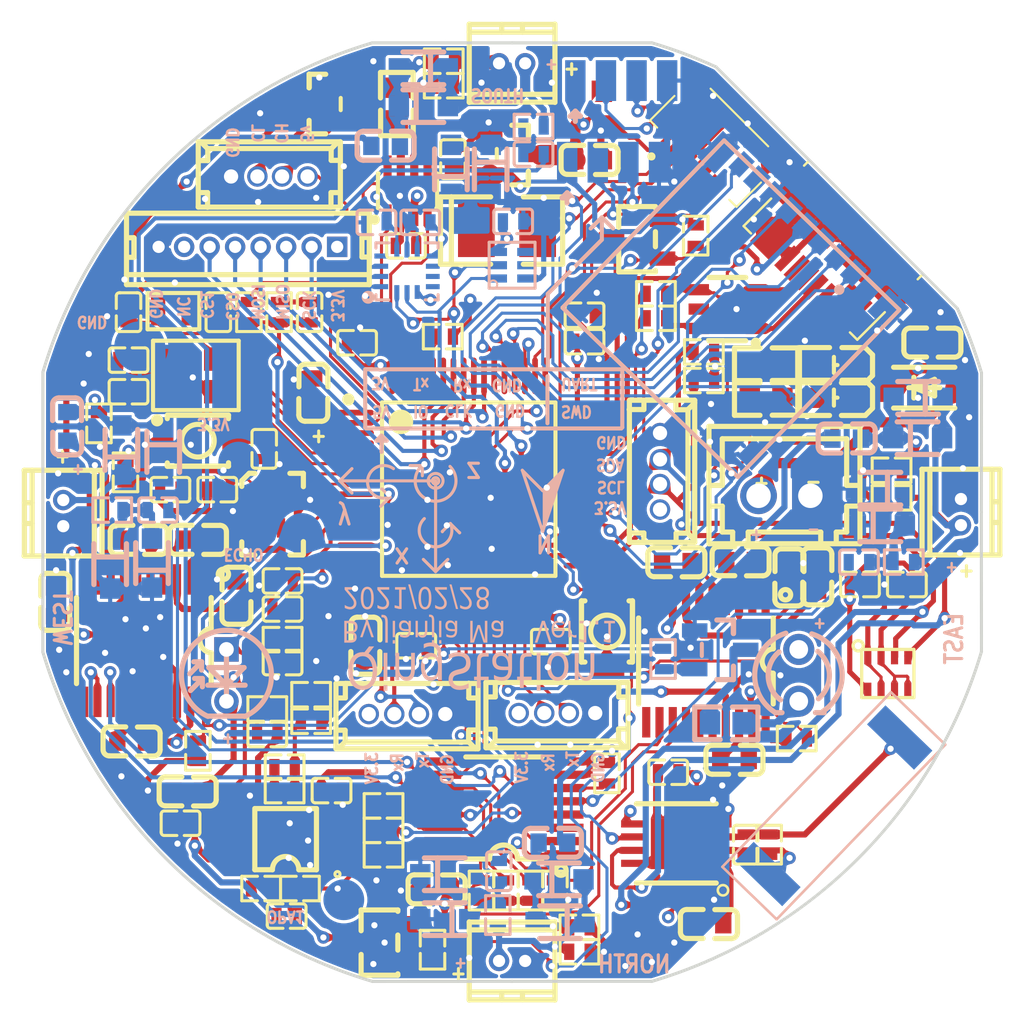
<source format=kicad_pcb>
(kicad_pcb (version 20241229) (generator "pcbnew") (generator_version "9.0")
  (layers (0 "F.Cu" signal "Top Layer") (4 "In1.Cu" signal "Inner1") (6 "In2.Cu" signal "Inner2") (2 "B.Cu" signal "Bottom Layer") (13 "F.Paste" user "Top Paste Mask Layer") (15 "B.Paste" user "Bottom Paste Mask Layer") (5 "F.SilkS" user "Top Silkscreen Layer") (7 "B.SilkS" user "Bottom Silkscreen Layer") (1 "F.Mask" user "Top Solder Mask Layer") (3 "B.Mask" user "Bottom Solder Mask Layer") (25 "Edge.Cuts" user "Multi-Layer"))
  (net 0 "")
  (net 1 "GND")
  (net 2 "3.3V")
  (net 3 "ECHO_OUT")
  (net 4 "IR1_2")
  (net 5 "SDA")
  (net 6 "D4_1")
  (net 7 "D16_1")
  (net 8 "R21_1")
  (net 9 "D12_1")
  (net 10 "USART2_TX")
  (net 11 "SPI1_SCK")
  (net 12 "SPI1_MISO")
  (net 13 "SPI1_MOSI")
  (net 14 "SPI1_CS0")
  (net 15 "SPI1_CS1")
  (net 16 "U2_36")
  (net 17 "D9_1")
  (net 18 "USART3_RX")
  (net 19 "USART3_TX")
  (net 20 "PWR_DRV1")
  (net 21 "AS3935_INT")
  (net 22 "Q2_1")
  (net 23 "PWR_DRV0")
  (net 24 "RAIN_SENS")
  (net 25 "WEST_OUT")
  (net 26 "SOUTH_OUT")
  (net 27 "D12_2")
  (net 28 "C32_2")
  (net 29 "ADC_CH3")
  (net 30 "C34_2")
  (net 31 "C24_2")
  (net 32 "D4_2")
  (net 33 "SCL")
  (net 34 "C44_2")
  (net 35 "D16_2")
  (net 36 "EAST_IN")
  (net 37 "SOUTH_IN")
  (net 38 "WEST_IN")
  (net 39 "NORTH_IN")
  (net 40 "U5_3")
  (net 41 "U11_3")
  (net 42 "V_OPA")
  (net 43 "TIM3_CH1")
  (net 44 "SWCLK")
  (net 45 "SWDIO")
  (net 46 "+5V")
  (net 47 "U2_50")
  (net 48 "SD_4")
  (net 49 "U2_37")
  (net 50 "U2_38")
  (net 51 "U2_43")
  (net 52 "SDMMC1_D0")
  (net 53 "SDMMC1_D1")
  (net 54 "SDMMC1_CK")
  (net 55 "SDMMC1_D2")
  (net 56 "SDMMC1_D3")
  (net 57 "SDMMC1_CMD")
  (net 58 "RAIN_LED")
  (net 59 "R12_2")
  (net 60 "C33_2")
  (net 61 "R26_2")
  (net 62 "R36_2")
  (net 63 "R43_1")
  (net 64 "Q3_1")
  (net 65 "BAT_2")
  (net 66 "USART2_RX")
  (net 67 "U1_7")
  (net 68 "U1_6")
  (net 69 "USART1_RX")
  (net 70 "USART1_TX")
  (net 71 "U7_1")
  (net 72 "VGND")
  (net 73 "VBAT")
  (net 74 "VREF+")
  (net 75 "U4_2")
  (net 76 "U4_4")
  (net 77 "U4_3")
  (net 78 "U4_5")
  (net 79 "U4_6")
  (net 80 "U4_7")
  (net 81 "C37_1")
  (net 82 "C37_2")
  (net 83 "U7_6")
  (net 84 "C41_1")
  (net 85 "C42_1")
  (net 86 "C42_2")
  (net 87 "C43_2")
  (net 88 "U11_1")
  (net 89 "D2_1")
  (net 90 "USB_DM")
  (net 91 "D2_3")
  (net 92 "USB_DP")
  (net 93 "LED1_1")
  (net 94 "R7_1")
  (net 95 "NORTH_OUT")
  (net 96 "EAST_OUT")
  (net 97 "U7_2")
  (net 98 "U7_3")
  (net 99 "U7_5")
  (net 100 "MIC_CLK")
  (net 101 "MIC_DAT")
  (net 102 "RST")
  (net 103 "SWITCH_A")
  (net 104 "SWITCH_B")
  (net 105 "PWR_ON")
  (net 106 "U2_5")
  (net 107 "U2_60")
  (net 108 "U2_4")
  (net 109 "U2_3")
  (net 110 "U2_2")
  (net 111 "CAN_RX")
  (net 112 "CAN_TX")
  (net 113 "U2_6")
  (net 114 "U9_11")
  (net 115 "U9_10")
  (net 116 "U9_9")
  (net 117 "U9_4")
  (net 118 "U10_5")
  (net 119 "U10_4")
  (net 120 "U6_14")
  (net 121 "U6_15")
  (net 122 "U6_16")
  (net 123 "U6_9")
  (net 124 "U6_10")
  (net 125 "U6_11")
  (net 126 "U4_14")
  (net 127 "U4_15")
  (net 128 "U4_16")
  (net 129 "U4_9")
  (net 130 "U4_10")
  (net 131 "U4_11")
  (net 132 "U11_14")
  (net 133 "U2_42")
  (net 134 "U2_41")
  (net 135 "U2_9")
  (net 136 "USB_4")
  (net 137 "DEBUG_5")
  (net 138 "D2_5")
  (net 139 "SPI_7")
  (footprint "ProDoc_1-PCB_PCB_2021-01-26_22-01-27_2026-01-16:C0402" (layer "F.Cu") (at 144.8 96.95)
    (property "Reference" "C1" (hide yes))
    (property "Value" "")
  )
  (footprint "ProDoc_1-PCB_PCB_2021-01-26_22-01-27_2026-01-16:C0603" (layer "F.Cu") (at 170.6 101.7)
    (property "Reference" "C4" (hide yes))
    (property "Value" "")
  )
  (footprint "ProDoc_1-PCB_PCB_2021-01-26_22-01-27_2026-01-16:TSSOP-16_L5.0-W4.4-P0.65-LS6.4-BL" (layer "F.Cu") (at 149.6 124.5 90)
    (property "Reference" "U5" (hide yes))
    (property "Value" "")
  )
  (footprint "ProDoc_1-PCB_PCB_2021-01-26_22-01-27_2026-01-16:OSC-SMD_L2.0-W1.2" (layer "F.Cu") (at 133.4 100.15)
    (property "Reference" "X1" (hide yes))
    (property "Value" "")
  )
  (footprint "ProDoc_1-PCB_PCB_2021-01-26_22-01-27_2026-01-16:R0402" (layer "F.Cu") (at 159.4 103.55 180)
    (property "Reference" "R41" (hide yes))
    (property "Value" "")
  )
  (footprint "ProDoc_1-PCB_PCB_2021-01-26_22-01-27_2026-01-16:C0402" (layer "F.Cu") (at 167.05 113.55)
    (property "Reference" "C47" (hide yes))
    (property "Value" "")
  )
  (footprint "ProDoc_1-PCB_PCB_2021-01-26_22-01-27_2026-01-16:R0402" (layer "F.Cu") (at 138 119.65 180)
    (property "Reference" "R44" (hide yes))
    (property "Value" "")
  )
  (footprint "ProDoc_1-PCB_PCB_2021-01-26_22-01-27_2026-01-16:CONN-TH_1.25T-8A" (layer "F.Cu") (at 137.05 97 180)
    (property "Reference" "SPI" (hide yes))
    (property "Value" "")
  )
  (footprint "ProDoc_1-PCB_PCB_2021-01-26_22-01-27_2026-01-16:R0402" (layer "F.Cu") (at 140.15 118.95 180)
    (property "Reference" "R35" (hide yes))
    (property "Value" "")
  )
  (footprint "ProDoc_1-PCB_PCB_2021-01-26_22-01-27_2026-01-16:C0402" (layer "F.Cu") (at 133.25 108.9)
    (property "Reference" "C10" (hide yes))
    (property "Value" "")
  )
  (footprint "ProDoc_1-PCB_PCB_2021-01-26_22-01-27_2026-01-16:SOT-23-6_L2.9-W1.6-P0.95-LS2.8-BR" (layer "F.Cu") (at 160.55 100.05)
    (property "Reference" "D2" (hide yes))
    (property "Value" "")
  )
  (footprint "ProDoc_1-PCB_PCB_2021-01-26_22-01-27_2026-01-16:C0402" (layer "F.Cu") (at 151.9 116.35)
    (property "Reference" "C19" (hide yes))
    (property "Value" "")
  )
  (footprint "ProDoc_1-PCB_PCB_2021-01-26_22-01-27_2026-01-16:R0402" (layer "F.Cu") (at 131.05 108.05 90)
    (property "Reference" "R27" (hide yes))
    (property "Value" "")
  )
  (footprint "ProDoc_1-PCB_PCB_2021-01-26_22-01-27_2026-01-16:C0402" (layer "F.Cu") (at 140.075 100.2 -90)
    (property "Reference" "C9" (hide yes))
    (property "Value" "")
  )
  (footprint "ProDoc_1-PCB_PCB_2021-01-26_22-01-27_2026-01-16:CAP-SMD_L3.5-W2.8" (layer "F.Cu") (at 149.75 96.2)
    (property "Reference" "C12" (hide yes))
    (property "Value" "")
  )
  (footprint "ProDoc_1-PCB_PCB_2021-01-26_22-01-27_2026-01-16:LED0603-R-RD" (layer "F.Cu") (at 165.85 104.4 180)
    (property "Reference" "LED1" (hide yes))
    (property "Value" "")
  )
  (footprint "ProDoc_1-PCB_PCB_2021-01-26_22-01-27_2026-01-16:C0402" (layer "F.Cu") (at 157.65 122.75)
    (property "Reference" "C54" (hide yes))
    (property "Value" "")
  )
  (footprint "ProDoc_1-PCB_PCB_2021-01-26_22-01-27_2026-01-16:R0402" (layer "F.Cu") (at 153.3 130.35 180)
    (property "Reference" "R38" (hide yes))
    (property "Value" "")
  )
  (footprint "ProDoc_1-PCB_PCB_2021-01-26_22-01-27_2026-01-16:R0603" (layer "F.Cu") (at 162.45 104.45 180)
    (property "Reference" "R6" (hide yes))
    (property "Value" "")
  )
  (footprint "ProDoc_1-PCB_PCB_2021-01-26_22-01-27_2026-01-16:R0402" (layer "F.Cu") (at 129.75 105.65 90)
    (property "Reference" "R28" (hide yes))
    (property "Value" "")
  )
  (footprint "ProDoc_1-PCB_PCB_2021-01-26_22-01-27_2026-01-16:C0603" (layer "F.Cu") (at 140.25 104.15 -90)
    (property "Reference" "VBAT" (hide yes))
    (property "Value" "")
  )
  (footprint "ProDoc_1-PCB_PCB_2021-01-26_22-01-27_2026-01-16:LQFP-64_L10.0-W10.0-P0.50-LS12.0-BL" (layer "F.Cu") (at 147.875 108.875 -90)
    (property "Reference" "U2" (hide yes))
    (property "Value" "")
  )
  (footprint "ProDoc_1-PCB_PCB_2021-01-26_22-01-27_2026-01-16:CONN-TH_1.25T-1-4A" (layer "F.Cu") (at 152.2 119.85)
    (property "Reference" "UART1" (hide yes))
    (property "Value" "")
  )
  (footprint "ProDoc_1-PCB_PCB_2021-01-26_22-01-27_2026-01-16:SOT-23-3_L3.0-W1.7-P0.95-LS2.9-BR" (layer "F.Cu") (at 143.5 131.1)
    (property "Reference" "Q2" (hide yes))
    (property "Value" "")
  )
  (footprint "ProDoc_1-PCB_PCB_2021-01-26_22-01-27_2026-01-16:C0402" (layer "F.Cu") (at 147.1 92.7 -90)
    (property "Reference" "C13" (hide yes))
    (property "Value" "")
  )
  (footprint "ProDoc_1-PCB_PCB_2021-01-26_22-01-27_2026-01-16:C0402" (layer "F.Cu") (at 138.75 117.376)
    (property "Reference" "C23" (hide yes))
    (property "Value" "")
  )
  (footprint "ProDoc_1-PCB_PCB_2021-01-26_22-01-27_2026-01-16:R0402" (layer "F.Cu") (at 138.576 100.199 -90)
    (property "Reference" "R9" (hide yes))
    (property "Value" "")
  )
  (footprint "ProDoc_1-PCB_PCB_2021-01-26_22-01-27_2026-01-16:C0402" (layer "F.Cu") (at 153.55 100.35)
    (property "Reference" "C2" (hide yes))
    (property "Value" "")
  )
  (footprint "ProDoc_1-PCB_PCB_2021-01-26_22-01-27_2026-01-16:23287028" (layer "F.Cu") (at 159.55 92.25 135)
    (property "Reference" "DEBUG" (hide yes))
    (property "Value" "")
  )
  (footprint "ProDoc_1-PCB_PCB_2021-01-26_22-01-27_2026-01-16:R0402" (layer "F.Cu") (at 152.1 128.55 -90)
    (property "Reference" "R20" (hide yes))
    (property "Value" "")
  )
  (footprint "ProDoc_1-PCB_PCB_2021-01-26_22-01-27_2026-01-16:Pad_e1541" (layer "F.Cu") (at 139.7 111.05 90)
    (property "Reference" "")
    (property "Value" "")
  )
  (footprint "ProDoc_1-PCB_PCB_2021-01-26_22-01-27_2026-01-16:R0402" (layer "F.Cu") (at 146.1 131.45 90)
    (property "Reference" "R11" (hide yes))
    (property "Value" "")
  )
  (footprint "ProDoc_1-PCB_PCB_2021-01-26_22-01-27_2026-01-16:R0402" (layer "F.Cu") (at 146.65 87.9 180)
    (property "Reference" "R23" (hide yes))
    (property "Value" "")
  )
  (footprint "ProDoc_1-PCB_PCB_2021-01-26_22-01-27_2026-01-16:R0402" (layer "F.Cu") (at 138.85 123.65 180)
    (property "Reference" "R34" (hide yes))
    (property "Value" "")
  )
  (footprint "ProDoc_1-PCB_PCB_2021-01-26_22-01-27_2026-01-16:C0402" (layer "F.Cu") (at 138.95 129.8 180)
    (property "Reference" "C39" (hide yes))
    (property "Value" "")
  )
  (footprint "ProDoc_1-PCB_PCB_2021-01-26_22-01-27_2026-01-16:CONN-TH_2P-P1.25_1.25T-2P-DP" (layer "F.Cu") (at 128 110.05 90)
    (property "Reference" "WEST" (hide yes))
    (property "Value" "")
  )
  (footprint "ProDoc_1-PCB_PCB_2021-01-26_22-01-27_2026-01-16:R0402" (layer "F.Cu") (at 143.7 126.8)
    (property "Reference" "R29" (hide yes))
    (property "Value" "")
  )
  (footprint "ProDoc_1-PCB_PCB_2021-01-26_22-01-27_2026-01-16:C0603" (layer "F.Cu") (at 159.65 130.2)
    (property "Reference" "C55" (hide yes))
    (property "Value" "")
  )
  (footprint "ProDoc_1-PCB_PCB_2021-01-26_22-01-27_2026-01-16:R0402" (layer "F.Cu") (at 148.5 128.55 -90)
    (property "Reference" "R19" (hide yes))
    (property "Value" "")
  )
  (footprint "ProDoc_1-PCB_PCB_2021-01-26_22-01-27_2026-01-16:R0402" (layer "F.Cu") (at 143.7 124.4 180)
    (property "Reference" "R32" (hide yes))
    (property "Value" "")
  )
  (footprint "ProDoc_1-PCB_PCB_2021-01-26_22-01-27_2026-01-16:C0402" (layer "F.Cu") (at 138.75 113.3755)
    (property "Reference" "C15" (hide yes))
    (property "Value" "")
  )
  (footprint "ProDoc_1-PCB_PCB_2021-01-26_22-01-27_2026-01-16:Pad_e1542" (layer "F.Cu") (at 136.6 107.55 90)
    (property "Reference" "")
    (property "Value" "")
  )
  (footprint "ProDoc_1-PCB_PCB_2021-01-26_22-01-27_2026-01-16:KEY-SMD_B3U-1000PM" (layer "F.Cu") (at 134.6 106.5)
    (property "Reference" "RST" (hide yes))
    (property "Value" "")
  )
  (footprint "ProDoc_1-PCB_PCB_2021-01-26_22-01-27_2026-01-16:Pad_e1544" (layer "F.Cu") (at 141.7515 129.001 90)
    (property "Reference" "")
    (property "Value" "")
  )
  (footprint "ProDoc_1-PCB_PCB_2021-01-26_22-01-27_2026-01-16:R0402" (layer "F.Cu") (at 153.3 131.55 180)
    (property "Reference" "R37" (hide yes))
    (property "Value" "")
  )
  (footprint "ProDoc_1-PCB_PCB_2021-01-26_22-01-27_2026-01-16:MSOP-8_L3.0-W3.0-P0.65-LS5.0-BL" (layer "F.Cu") (at 138.9 126.05 90)
    (property "Reference" "U7" (hide yes))
    (property "Value" "")
  )
  (footprint "ProDoc_1-PCB_PCB_2021-01-26_22-01-27_2026-01-16:R0402" (layer "F.Cu") (at 157.05 99.3)
    (property "Reference" "R5" (hide yes))
    (property "Value" "")
  )
  (footprint "ProDoc_1-PCB_PCB_2021-01-26_22-01-27_2026-01-16:C0402" (layer "F.Cu") (at 135.6 100.2 -90)
    (property "Reference" "C3" (hide yes))
    (property "Value" "")
  )
  (footprint "ProDoc_1-PCB_PCB_2021-01-26_22-01-27_2026-01-16:MICRO-USB-SMD_47346-0001" (layer "F.Cu") (at 165.35 97.55 135)
    (property "Reference" "USB" (hide yes))
    (property "Value" "")
  )
  (footprint "ProDoc_1-PCB_PCB_2021-01-26_22-01-27_2026-01-16:R0402" (layer "F.Cu") (at 159.4 102.15)
    (property "Reference" "R40" (hide yes))
    (property "Value" "")
  )
  (footprint "ProDoc_1-PCB_PCB_2021-01-26_22-01-27_2026-01-16:R0402" (layer "F.Cu") (at 163.95 121.1)
    (property "Reference" "R25" (hide yes))
    (property "Value" "")
  )
  (footprint "ProDoc_1-PCB_PCB_2021-01-26_22-01-27_2026-01-16:R0402" (layer "F.Cu") (at 137.7 128.45 180)
    (property "Reference" "R30" (hide yes))
    (property "Value" "")
  )
  (footprint "ProDoc_1-PCB_PCB_2021-01-26_22-01-27_2026-01-16:C0603" (layer "F.Cu") (at 160.9 122.15)
    (property "Reference" "C38" (hide yes))
    (property "Value" "")
  )
  (footprint "ProDoc_1-PCB_PCB_2021-01-26_22-01-27_2026-01-16:C0603" (layer "F.Cu") (at 161.2 112.4 180)
    (property "Reference" "C37" (hide yes))
    (property "Value" "")
  )
  (footprint "ProDoc_1-PCB_PCB_2021-01-26_22-01-27_2026-01-16:R0402" (layer "F.Cu") (at 150.9 128.55 -90)
    (property "Reference" "R17" (hide yes))
    (property "Value" "")
  )
  (footprint "ProDoc_1-PCB_PCB_2021-01-26_22-01-27_2026-01-16:C0402" (layer "F.Cu") (at 138.75 114.75)
    (property "Reference" "C22" (hide yes))
    (property "Value" "")
  )
  (footprint "ProDoc_1-PCB_PCB_2021-01-26_22-01-27_2026-01-16:R0402" (layer "F.Cu") (at 168.6 109.3)
    (property "Reference" "R13" (hide yes))
    (property "Value" "")
  )
  (footprint "ProDoc_1-PCB_PCB_2021-01-26_22-01-27_2026-01-16:C0603" (layer "F.Cu") (at 127.6 114.4 -90)
    (property "Reference" "C30" (hide yes))
    (property "Value" "")
  )
  (footprint "ProDoc_1-PCB_PCB_2021-01-26_22-01-27_2026-01-16:C0402" (layer "F.Cu") (at 135.55 108.9)
    (property "Reference" "C11" (hide yes))
    (property "Value" "")
  )
  (footprint "ProDoc_1-PCB_PCB_2021-01-26_22-01-27_2026-01-16:R0603" (layer "F.Cu") (at 144.35 90 -90)
    (property "Reference" "R1" (hide yes))
    (property "Value" "")
  )
  (footprint "ProDoc_1-PCB_PCB_2021-01-26_22-01-27_2026-01-16:CONN-TH_1.25T-1-4A" (layer "F.Cu") (at 157.25 108 90)
    (property "Reference" "I2C" (hide yes))
    (property "Value" "")
  )
  (footprint "ProDoc_1-PCB_PCB_2021-01-26_22-01-27_2026-01-16:C0402" (layer "F.Cu") (at 141.15 123.65 180)
    (property "Reference" "C45" (hide yes))
    (property "Value" "")
  )
  (footprint "ProDoc_1-PCB_PCB_2021-01-26_22-01-27_2026-01-16:C0402" (layer "F.Cu") (at 133.75 125.25 180)
    (property "Reference" "C35" (hide yes))
    (property "Value" "")
  )
  (footprint "ProDoc_1-PCB_PCB_2021-01-26_22-01-27_2026-01-16:CONN-TH_2P-P1.25_1.25T-2P-DP" (layer "F.Cu") (at 150 88)
    (property "Reference" "SOUTH" (hide yes))
    (property "Value" "")
  )
  (footprint "ProDoc_1-PCB_PCB_2021-01-26_22-01-27_2026-01-16:C0603" (layer "F.Cu") (at 131.35 121.25)
    (property "Reference" "C27" (hide yes))
    (property "Value" "")
  )
  (footprint "ProDoc_1-PCB_PCB_2021-01-26_22-01-27_2026-01-16:CONN-TH_1.25T-1-4A" (layer "F.Cu") (at 138.1 93.55 180)
    (property "Reference" "CAN" (hide yes))
    (property "Value" "")
  )
  (footprint "ProDoc_1-PCB_PCB_2021-01-26_22-01-27_2026-01-16:R0402" (layer "F.Cu") (at 140.15 120.25 180)
    (property "Reference" "R39" (hide yes))
    (property "Value" "")
  )
  (footprint "ProDoc_1-PCB_PCB_2021-01-26_22-01-27_2026-01-16:C0603" (layer "F.Cu") (at 142.8 116.55 -90)
    (property "Reference" "C16" (hide yes))
    (property "Value" "")
  )
  (footprint "ProDoc_1-PCB_PCB_2021-01-26_22-01-27_2026-01-16:C0402" (layer "F.Cu") (at 153.55 101.65 180)
    (property "Reference" "C18" (hide yes))
    (property "Value" "")
  )
  (footprint "ProDoc_1-PCB_PCB_2021-01-26_22-01-27_2026-01-16:R0402" (layer "F.Cu") (at 159 96.45 -90)
    (property "Reference" "R3" (hide yes))
    (property "Value" "")
  )
  (footprint "ProDoc_1-PCB_PCB_2021-01-26_22-01-27_2026-01-16:TSSOP-20_L6.5-W4.4-P0.65-LS6.4-BL" (layer "F.Cu") (at 131.95 116.3 180)
    (property "Reference" "U4" (hide yes))
    (property "Value" "")
  )
  (footprint "ProDoc_1-PCB_PCB_2021-01-26_22-01-27_2026-01-16:R0402" (layer "F.Cu") (at 137.1 100.2 90)
    (property "Reference" "R8" (hide yes))
    (property "Value" "")
  )
  (footprint "ProDoc_1-PCB_PCB_2021-01-26_22-01-27_2026-01-16:16LDMLPQ" (layer "F.Cu") (at 158.05 126.25 180)
    (property "Reference" "U11" (hide yes))
    (property "Value" "")
  )
  (footprint "ProDoc_1-PCB_PCB_2021-01-26_22-01-27_2026-01-16:OSC-SMD_4P-L3.2-W2.5-BL" (layer "F.Cu") (at 134.5 103.3)
    (property "Reference" "X2" (hide yes))
    (property "Value" "")
  )
  (footprint "ProDoc_1-PCB_PCB_2021-01-26_22-01-27_2026-01-16:SOT-23-3_L2.9-W1.6-P1.90-LS2.8-BR" (layer "F.Cu") (at 150.15 92.5 180)
    (property "Reference" "U3" (hide yes))
    (property "Value" "")
  )
  (footprint "ProDoc_1-PCB_PCB_2021-01-26_22-01-27_2026-01-16:CONN-TH_2P-P1.25_1.25T-2P-DP" (layer "F.Cu") (at 150 132 180)
    (property "Reference" "NORTH" (hide yes))
    (property "Value" "")
  )
  (footprint "ProDoc_1-PCB_PCB_2021-01-26_22-01-27_2026-01-16:R0402" (layer "F.Cu") (at 149.7 128.55 -90)
    (property "Reference" "R18" (hide yes))
    (property "Value" "")
  )
  (footprint "ProDoc_1-PCB_PCB_2021-01-26_22-01-27_2026-01-16:C0402" (layer "F.Cu") (at 138 120.9 180)
    (property "Reference" "C57" (hide yes))
    (property "Value" "")
  )
  (footprint "ProDoc_1-PCB_PCB_2021-01-26_22-01-27_2026-01-16:MIC-SMD_5P-L3.0-W4.0-P0.85-BL" (layer "F.Cu") (at 138.25 110.1 -90)
    (property "Reference" "MIC1" (hide yes))
    (property "Value" "")
  )
  (footprint "ProDoc_1-PCB_PCB_2021-01-26_22-01-27_2026-01-16:C0402" (layer "F.Cu") (at 131.2 100.2 -90)
    (property "Reference" "C5" (hide yes))
    (property "Value" "")
  )
  (footprint "ProDoc_1-PCB_PCB_2021-01-26_22-01-27_2026-01-16:R0402" (layer "F.Cu") (at 162.6 126.3 -90)
    (property "Reference" "R42" (hide yes))
    (property "Value" "")
  )
  (footprint "ProDoc_1-PCB_PCB_2021-01-26_22-01-27_2026-01-16:C0603" (layer "F.Cu") (at 136.5 114.1 90)
    (property "Reference" "C28" (hide yes))
    (property "Value" "")
  )
  (footprint "ProDoc_1-PCB_PCB_2021-01-26_22-01-27_2026-01-16:KEY-SMD_B3U-1000PM" (layer "F.Cu") (at 154.65 115.85 90)
    (property "Reference" "SW1" (hide yes))
    (property "Value" "")
  )
  (footprint "ProDoc_1-PCB_PCB_2021-01-26_22-01-27_2026-01-16:R0402" (layer "F.Cu") (at 146.65 89.1 180)
    (property "Reference" "R22" (hide yes))
    (property "Value" "")
  )
  (footprint "ProDoc_1-PCB_PCB_2021-01-26_22-01-27_2026-01-16:C0603" (layer "F.Cu") (at 164.95 113.15 -90)
    (property "Reference" "C43" (hide yes))
    (property "Value" "")
  )
  (footprint "ProDoc_1-PCB_PCB_2021-01-26_22-01-27_2026-01-16:R0402" (layer "F.Cu") (at 138.7495 116.2515)
    (property "Reference" "R10" (hide yes))
    (property "Value" "")
  )
  (footprint "ProDoc_1-PCB_PCB_2021-01-26_22-01-27_2026-01-16:R0402" (layer "F.Cu") (at 168.6 107.95)
    (property "Reference" "R14" (hide yes))
    (property "Value" "")
  )
  (footprint "ProDoc_1-PCB_PCB_2021-01-26_22-01-27_2026-01-16:SOD-123_L2.8-W1.8-LS3.7-RD" (layer "F.Cu") (at 170.2 103.9)
    (property "Reference" "D3" (hide yes))
    (property "Value" "")
  )
  (footprint "ProDoc_1-PCB_PCB_2021-01-26_22-01-27_2026-01-16:C0603" (layer "F.Cu") (at 131.7 111.35 180)
    (property "Reference" "C29" (hide yes))
    (property "Value" "")
  )
  (footprint "ProDoc_1-PCB_PCB_2021-01-26_22-01-27_2026-01-16:R0402" (layer "F.Cu") (at 143.7 125.6)
    (property "Reference" "R24" (hide yes))
    (property "Value" "")
  )
  (footprint "ProDoc_1-PCB_PCB_2021-01-26_22-01-27_2026-01-16:C0603" (layer "F.Cu") (at 158.05 112.45 180)
    (property "Reference" "C42" (hide yes))
    (property "Value" "")
  )
  (footprint "ProDoc_1-PCB_PCB_2021-01-26_22-01-27_2026-01-16:CONN-TH_2P-P1.25_1.25T-2P-DP" (layer "F.Cu") (at 172 110 -90)
    (property "Reference" "EAST" (hide yes))
    (property "Value" "")
  )
  (footprint "ProDoc_1-PCB_PCB_2021-01-26_22-01-27_2026-01-16:Pad_e1543" (layer "F.Cu") (at 131.75 101.9 90)
    (property "Reference" "")
    (property "Value" "")
  )
  (footprint "ProDoc_1-PCB_PCB_2021-01-26_22-01-27_2026-01-16:CONN-TH_1.25T-1-4A" (layer "F.Cu") (at 144.85 119.9)
    (property "Reference" "UART2" (hide yes))
    (property "Value" "")
  )
  (footprint "ProDoc_1-PCB_PCB_2021-01-26_22-01-27_2026-01-16:C0402" (layer "F.Cu") (at 145.3 116.55)
    (property "Reference" "C21" (hide yes))
    (property "Value" "")
  )
  (footprint "ProDoc_1-PCB_PCB_2021-01-26_22-01-27_2026-01-16:C0402" (layer "F.Cu") (at 142.4 101.7 180)
    (property "Reference" "C17" (hide yes))
    (property "Value" "")
  )
  (footprint "ProDoc_1-PCB_PCB_2021-01-26_22-01-27_2026-01-16:R0402" (layer "F.Cu") (at 154.65 122.8 90)
    (property "Reference" "R16" (hide yes))
    (property "Value" "")
  )
  (footprint "ProDoc_1-PCB_PCB_2021-01-26_22-01-27_2026-01-16:CONN-TH_B2B-XH-A-GU" (layer "F.Cu") (at 163.35 109.2)
    (property "Reference" "BAT" (hide yes))
    (property "Value" "")
  )
  (footprint "ProDoc_1-PCB_PCB_2021-01-26_22-01-27_2026-01-16:C0603" (layer "F.Cu") (at 134.6 111.35 180)
    (property "Reference" "C25" (hide yes))
    (property "Value" "")
  )
  (footprint "ProDoc_1-PCB_PCB_2021-01-26_22-01-27_2026-01-16:LED0603-R-RD" (layer "F.Cu") (at 165.85 102.8 180)
    (property "Reference" "LED2" (hide yes))
    (property "Value" "")
  )
  (footprint "ProDoc_1-PCB_PCB_2021-01-26_22-01-27_2026-01-16:R0603" (layer "F.Cu") (at 162.45 102.75 180)
    (property "Reference" "R7" (hide yes))
    (property "Value" "")
  )
  (footprint "ProDoc_1-PCB_PCB_2021-01-26_22-01-27_2026-01-16:SOT-23-3_L3.0-W1.7-P0.95-LS2.9-BR" (layer "F.Cu") (at 156.125 96.625)
    (property "Reference" "Q1" (hide yes))
    (property "Value" "")
  )
  (footprint "ProDoc_1-PCB_PCB_2021-01-26_22-01-27_2026-01-16:C0603" (layer "F.Cu") (at 153.8 92.75)
    (property "Reference" "C14" (hide yes))
    (property "Value" "")
  )
  (footprint "ProDoc_1-PCB_PCB_2021-01-26_22-01-27_2026-01-16:SOT-23-3_L2.9-W1.3-P1.90-LS2.4-BR" (layer "F.Cu") (at 140.7 90)
    (property "Reference" "D1" (hide yes))
    (property "Value" "")
  )
  (footprint "ProDoc_1-PCB_PCB_2021-01-26_22-01-27_2026-01-16:R0402" (layer "F.Cu") (at 157.05 100.5)
    (property "Reference" "R4" (hide yes))
    (property "Value" "")
  )
  (footprint "ProDoc_1-PCB_PCB_2021-01-26_22-01-27_2026-01-16:C0402" (layer "F.Cu") (at 137.85 106.9 90)
    (property "Reference" "C8" (hide yes))
    (property "Value" "")
  )
  (footprint "ProDoc_1-PCB_PCB_2021-01-26_22-01-27_2026-01-16:R0402" (layer "F.Cu") (at 138.85 122.5)
    (property "Reference" "R33" (hide yes))
    (property "Value" "")
  )
  (footprint "ProDoc_1-PCB_PCB_2021-01-26_22-01-27_2026-01-16:LGA-8_BME280_BR" (layer "F.Cu") (at 168.45 118 180)
    (property "Reference" "U8" (hide yes))
    (property "Value" "")
  )
  (footprint "ProDoc_1-PCB_PCB_2021-01-26_22-01-27_2026-01-16:C0402" (layer "F.Cu") (at 131.2 104.1)
    (property "Reference" "C7" (hide yes))
    (property "Value" "")
  )
  (footprint "ProDoc_1-PCB_PCB_2021-01-26_22-01-27_2026-01-16:R0402" (layer "F.Cu") (at 139.6 128.45)
    (property "Reference" "R31" (hide yes))
    (property "Value" "")
  )
  (footprint "ProDoc_1-PCB_PCB_2021-01-26_22-01-27_2026-01-16:C0603" (layer "F.Cu") (at 146.3 128.5)
    (property "Reference" "C31" (hide yes))
    (property "Value" "")
  )
  (footprint "ProDoc_1-PCB_PCB_2021-01-26_22-01-27_2026-01-16:C0402" (layer "F.Cu") (at 131.2 102.55 180)
    (property "Reference" "C6" (hide yes))
    (property "Value" "")
  )
  (footprint "ProDoc_1-PCB_PCB_2021-01-26_22-01-27_2026-01-16:C0402" (layer "F.Cu") (at 161.45 126.3 90)
    (property "Reference" "C56" (hide yes))
    (property "Value" "")
  )
  (footprint "ProDoc_1-PCB_PCB_2021-01-26_22-01-27_2026-01-16:R0402" (layer "F.Cu") (at 146.6 101.4)
    (property "Reference" "R2" (hide yes))
    (property "Value" "")
  )
  (footprint "ProDoc_1-PCB_PCB_2021-01-26_22-01-27_2026-01-16:C0402" (layer "F.Cu") (at 169.35 113.55 180)
    (property "Reference" "C50" (hide yes))
    (property "Value" "")
  )
  (footprint "ProDoc_1-PCB_PCB_2021-01-26_22-01-27_2026-01-16:TSSOP-20_L6.5-W4.4-P0.65-LS6.4-BL" (layer "F.Cu") (at 159.5 117.3 180)
    (property "Reference" "U6" (hide yes))
    (property "Value" "")
  )
  (footprint "ProDoc_1-PCB_PCB_2021-01-26_22-01-27_2026-01-16:R0402" (layer "F.Cu") (at 134.6 121.7 90)
    (property "Reference" "R15" (hide yes))
    (property "Value" "")
  )
  (footprint "ProDoc_1-PCB_PCB_2021-01-26_22-01-27_2026-01-16:C0603" (layer "F.Cu") (at 134.1 123.7)
    (property "Reference" "C36" (hide yes))
    (property "Value" "")
  )
  (footprint "ProDoc_1-PCB_PCB_2021-01-26_22-01-27_2026-01-16:C0603" (layer "F.Cu") (at 163.6 113.2 90)
    (property "Reference" "C41" (hide yes))
    (property "Value" "")
  )
  (footprint "ProDoc_1-PCB_PCB_2021-01-26_22-01-27_2026-01-16:SOT-23-8_L3.0-W1.7-P0.65-LS2.8-BL" (layer "F.Cu") (at 144.875 94.25)
    (property "Reference" "U1" (hide yes))
    (property "Value" "")
  )
  (footprint "ProDoc_1-PCB_PCB_2021-01-26_22-01-27_2026-01-16:R0402" (layer "B.Cu") (at 130.4 109.9)
    (property "Reference" "R26" (hide yes))
    (property "Value" "")
  )
  (footprint "ProDoc_1-PCB_PCB_2021-01-26_22-01-27_2026-01-16:ADPS-9250" (layer "B.Cu") (at 149 98.9)
    (property "Reference" "U10" (hide yes))
    (property "Value" "")
  )
  (footprint "ProDoc_1-PCB_PCB_2021-01-26_22-01-27_2026-01-16:INDUCTOR_COILCRAFT_MA5532-AE" (layer "B.Cu") (at 168.999 121.049 -134)
    (property "Reference" "ANT" (hide yes))
    (property "Value" "")
  )
  (footprint "ProDoc_1-PCB_PCB_2021-01-26_22-01-27_2026-01-16:C0603" (layer "B.Cu") (at 143.8 92.05 180)
    (property "Reference" "C32" (hide yes))
    (property "Value" "")
  )
  (footprint "ProDoc_1-PCB_PCB_2021-01-26_22-01-27_2026-01-16:SOD-323_L1.8-W1.3-LS2.5-RD" (layer "B.Cu") (at 130.3 112.55 -90)
    (property "Reference" "D14" (hide yes))
    (property "Value" "")
  )
  (footprint "ProDoc_1-PCB_PCB_2021-01-26_22-01-27_2026-01-16:LED-TH_BD3.1-P2.54-FD" (layer "B.Cu") (at 135.9995 118.001 -90)
    (property "Reference" "IRR" (hide yes))
    (property "Value" "")
  )
  (footprint "ProDoc_1-PCB_PCB_2021-01-26_22-01-27_2026-01-16:C0402" (layer "B.Cu") (at 145.5 95.8 180)
    (property "Reference" "C52" (hide yes))
    (property "Value" "")
  )
  (footprint "ProDoc_1-PCB_PCB_2021-01-26_22-01-27_2026-01-16:PAD 4" (layer "B.Cu") (at 155.35 88.85)
    (property "Reference" "UART" (hide yes))
    (property "Value" "")
  )
  (footprint "ProDoc_1-PCB_PCB_2021-01-26_22-01-27_2026-01-16:R0603" (layer "B.Cu") (at 160.5 120.35)
    (property "Reference" "R43" (hide yes))
    (property "Value" "")
  )
  (footprint "ProDoc_1-PCB_PCB_2021-01-26_22-01-27_2026-01-16:C0402" (layer "B.Cu") (at 167 112.451)
    (property "Reference" "C26" (hide yes))
    (property "Value" "")
  )
  (footprint "ProDoc_1-PCB_PCB_2021-01-26_22-01-27_2026-01-16:C0402" (layer "B.Cu") (at 149.35 127.6 -90)
    (property "Reference" "C46" (hide yes))
    (property "Value" "")
  )
  (footprint "ProDoc_1-PCB_PCB_2021-01-26_22-01-27_2026-01-16:R0402" (layer "B.Cu") (at 169.199 112.449 180)
    (property "Reference" "R12" (hide yes))
    (property "Value" "")
  )
  (footprint "ProDoc_1-PCB_PCB_2021-01-26_22-01-27_2026-01-16:PAD 4" (layer "B.Cu") (at 154.95 92.85)
    (property "Reference" "SWD" (hide yes))
    (property "Value" "")
  )
  (footprint "ProDoc_1-PCB_PCB_2021-01-26_22-01-27_2026-01-16:SOD-323_L1.8-W1.3-LS2.5-RD" (layer "B.Cu") (at 168.05 108.85 180)
    (property "Reference" "D6" (hide yes))
    (property "Value" "")
  )
  (footprint "ProDoc_1-PCB_PCB_2021-01-26_22-01-27_2026-01-16:SOT-23-3_L2.9-W1.3-P1.90-LS2.4-BR" (layer "B.Cu") (at 160.2 116.75 180)
    (property "Reference" "Q3" (hide yes))
    (property "Value" "")
  )
  (footprint "ProDoc_1-PCB_PCB_2021-01-26_22-01-27_2026-01-16:SOD-323_L1.8-W1.3-LS2.5-RD" (layer "B.Cu") (at 152.35 130.1 180)
    (property "Reference" "D16" (hide yes))
    (property "Value" "")
  )
  (footprint "ProDoc_1-PCB_PCB_2021-01-26_22-01-27_2026-01-16:SOD-323_L1.8-W1.3-LS2.5-RD" (layer "B.Cu") (at 147.0005 93.2 90)
    (property "Reference" "D11" (hide yes))
    (property "Value" "")
  )
  (footprint "ProDoc_1-PCB_PCB_2021-01-26_22-01-27_2026-01-16:SOD-323_L1.8-W1.3-LS2.5-RD" (layer "B.Cu") (at 152.3 128)
    (property "Reference" "D17" (hide yes))
    (property "Value" "")
  )
  (footprint "ProDoc_1-PCB_PCB_2021-01-26_22-01-27_2026-01-16:SOD-323_L1.8-W1.3-LS2.5-RD" (layer "B.Cu") (at 169.8755 106.375)
    (property "Reference" "D5" (hide yes))
    (property "Value" "")
  )
  (footprint "ProDoc_1-PCB_PCB_2021-01-26_22-01-27_2026-01-16:R0402" (layer "B.Cu") (at 157.4 117.2 -90)
    (property "Reference" "R45" (hide yes))
    (property "Value" "")
  )
  (footprint "ProDoc_1-PCB_PCB_2021-01-26_22-01-27_2026-01-16:R0402" (layer "B.Cu") (at 149.3 129.75 90)
    (property "Reference" "R36" (hide yes))
    (property "Value" "")
  )
  (footprint "ProDoc_1-PCB_PCB_2021-01-26_22-01-27_2026-01-16:C0402" (layer "B.Cu") (at 150.0505 95.7505 180)
    (property "Reference" "C53" (hide yes))
    (property "Value" "")
  )
  (footprint "ProDoc_1-PCB_PCB_2021-01-26_22-01-27_2026-01-16:C0402" (layer "B.Cu") (at 132.65 109.9 180)
    (property "Reference" "C40" (hide yes))
    (property "Value" "")
  )
  (footprint "ProDoc_1-PCB_PCB_2021-01-26_22-01-27_2026-01-16:SOD-323_L1.8-W1.3-LS2.5-RD" (layer "B.Cu") (at 146.7 127.75)
    (property "Reference" "D19" (hide yes))
    (property "Value" "")
  )
  (footprint "ProDoc_1-PCB_PCB_2021-01-26_22-01-27_2026-01-16:SOD-323_L1.8-W1.3-LS2.5-RD" (layer "B.Cu") (at 148.951 93.2 -90)
    (property "Reference" "D10" (hide yes))
    (property "Value" "")
  )
  (footprint "ProDoc_1-PCB_PCB_2021-01-26_22-01-27_2026-01-16:C0603" (layer "B.Cu") (at 128.2 105.8 -90)
    (property "Reference" "C34" (hide yes))
    (property "Value" "")
  )
  (footprint "ProDoc_1-PCB_PCB_2021-01-26_22-01-27_2026-01-16:C0402" (layer "B.Cu") (at 151.05 92.45 180)
    (property "Reference" "C33" (hide yes))
    (property "Value" "")
  )
  (footprint "ProDoc_1-PCB_PCB_2021-01-26_22-01-27_2026-01-16:SOD-323_L1.8-W1.3-LS2.5-RD" (layer "B.Cu") (at 132.9 107.05 -90)
    (property "Reference" "D13" (hide yes))
    (property "Value" "")
  )
  (footprint "ProDoc_1-PCB_PCB_2021-01-26_22-01-27_2026-01-16:SOD-323_L1.8-W1.3-LS2.5-RD" (layer "B.Cu") (at 169.901 104.399 180)
    (property "Reference" "D4" (hide yes))
    (property "Value" "")
  )
  (footprint "ProDoc_1-PCB_PCB_2021-01-26_22-01-27_2026-01-16:C0402" (layer "B.Cu") (at 143.35 95.8 180)
    (property "Reference" "C51" (hide yes))
    (property "Value" "")
  )
  (footprint "ProDoc_1-PCB_PCB_2021-01-26_22-01-27_2026-01-16:SOD-323_L1.8-W1.3-LS2.5-RD" (layer "B.Cu") (at 145.65 88.25 180)
    (property "Reference" "D8" (hide yes))
    (property "Value" "")
  )
  (footprint "ProDoc_1-PCB_PCB_2021-01-26_22-01-27_2026-01-16:SOD-323_L1.8-W1.3-LS2.5-RD" (layer "B.Cu") (at 132.35 112.5 90)
    (property "Reference" "D15" (hide yes))
    (property "Value" "")
  )
  (footprint "ProDoc_1-PCB_PCB_2021-01-26_22-01-27_2026-01-16:1040310811" (layer "B.Cu") (at 160.75 100 -44)
    (property "Reference" "SD" (hide yes))
    (property "Value" "")
  )
  (footprint "ProDoc_1-PCB_PCB_2021-01-26_22-01-27_2026-01-16:LED-TH_BD3.0-P2.54-FD" (layer "B.Cu") (at 164.05 118 -90)
    (property "Reference" "IR1" (hide yes))
    (property "Value" "")
  )
  (footprint "ProDoc_1-PCB_PCB_2021-01-26_22-01-27_2026-01-16:SOD-323_L1.8-W1.3-LS2.5-RD" (layer "B.Cu") (at 168.05 110.65)
    (property "Reference" "D7" (hide yes))
    (property "Value" "")
  )
  (footprint "ProDoc_1-PCB_PCB_2021-01-26_22-01-27_2026-01-16:SOD-323_L1.8-W1.3-LS2.5-RD" (layer "B.Cu") (at 146.7 129.95 180)
    (property "Reference" "D18" (hide yes))
    (property "Value" "")
  )
  (footprint "ProDoc_1-PCB_PCB_2021-01-26_22-01-27_2026-01-16:C0603" (layer "B.Cu") (at 166.4 106.4 180)
    (property "Reference" "C24" (hide yes))
    (property "Value" "")
  )
  (footprint "ProDoc_1-PCB_PCB_2021-01-26_22-01-27_2026-01-16:SOD-323_L1.8-W1.3-LS2.5-RD" (layer "B.Cu") (at 145.65 90.1)
    (property "Reference" "D9" (hide yes))
    (property "Value" "")
  )
  (footprint "ProDoc_1-PCB_PCB_2021-01-26_22-01-27_2026-01-16:SOD-323_L1.8-W1.3-LS2.5-RD" (layer "B.Cu") (at 130.85 106.95 90)
    (property "Reference" "D12" (hide yes))
    (property "Value" "")
  )
  (footprint "ProDoc_1-PCB_PCB_2021-01-26_22-01-27_2026-01-16:LGA-14_L3.0-W2.5-P0.50-BL" (layer "B.Cu") (at 144.85 98.2 90)
    (property "Reference" "U9" (hide yes))
    (property "Value" "")
  )
  (footprint "ProDoc_1-PCB_PCB_2021-01-26_22-01-27_2026-01-16:R0402" (layer "B.Cu") (at 151.05 91.1 180)
    (property "Reference" "R21" (hide yes))
    (property "Value" "")
  )
  (footprint "ProDoc_1-PCB_PCB_2021-01-26_22-01-27_2026-01-16:C0603" (layer "B.Cu") (at 152 126.2)
    (property "Reference" "C44" (hide yes))
    (property "Value" "")
  )
  (gr_line (start 155.35 105.9) (end 142.85 105.9) (stroke (width 0.2)) (layer "B.SilkS"))
  (gr_line (start 145.566 107.7385) (end 145.5455 107.718) (stroke (width 0.152)) (layer "B.SilkS"))
  (gr_line (start 143.5995 106.5) (end 143.599 106.251) (stroke (width 0.2)) (layer "B.SilkS"))
  (gr_line (start 141.55 108.468) (end 142.15 109.068) (stroke (width 0.152)) (layer "B.SilkS"))
  (gr_line (start 146.25 112.918) (end 146.85 112.318) (stroke (width 0.152)) (layer "B.SilkS"))
  (gr_line (start 143.8505 106.5) (end 143.599 106.251) (stroke (width 0.2)) (layer "B.SilkS"))
  (gr_line (start 151.732 103.344) (end 151.732 105.644) (stroke (width 0.2)) (layer "B.SilkS"))
  (gr_line (start 150.5 107.95) (end 151.5 108.95) (stroke (width 0.152)) (layer "B.SilkS"))
  (gr_line (start 146.582 110.9465) (end 146.582 110.962) (stroke (width 0.152)) (layer "B.SilkS"))
  (gr_line (start 154.4 96.2) (end 154.4 95.55) (stroke (width 0.2)) (layer "B.SilkS"))
  (gr_line (start 155.4 105.85) (end 155.35 105.9) (stroke (width 0.2)) (layer "B.SilkS"))
  (gr_arc (start 144.0195 109.258) (mid 142.920884 108.423845) (end 144.185 107.871) (stroke (width 0.152)) (layer "B.SilkS"))
  (gr_line (start 147.423 111.012) (end 147.432 111.012) (stroke (width 0.152)) (layer "B.SilkS"))
  (gr_circle (center 146.25 108.469) (end 146.4085 108.469) (stroke (width 0.152)) (fill no) (layer "B.SilkS"))
  (gr_line (start 151.75 99.299) (end 154.3995 96.65) (stroke (width 0.2)) (layer "B.SilkS"))
  (gr_line (start 142.8 105.85) (end 142.8 103) (stroke (width 0.2)) (layer "B.SilkS"))
  (gr_line (start 143.5995 106.5) (end 143.8505 106.5) (stroke (width 0.2)) (layer "B.SilkS"))
  (gr_line (start 151.712 103) (end 151.75 102.9615) (stroke (width 0.2)) (layer "B.SilkS"))
  (gr_line (start 151.5 108.95) (end 152.5 107.95) (stroke (width 0.152)) (layer "B.SilkS"))
  (gr_line (start 146.25 112.918) (end 145.65 112.318) (stroke (width 0.152)) (layer "B.SilkS"))
  (gr_line (start 154.3995 96.65) (end 154.3995 96.2) (stroke (width 0.2)) (layer "B.SilkS"))
  (gr_line (start 146.97 110.5585) (end 147.423 111.012) (stroke (width 0.152)) (layer "B.SilkS"))
  (gr_circle (center 146.25 108.469) (end 146.614 108.469) (stroke (width 0.152)) (fill no) (layer "B.SilkS"))
  (gr_line (start 143.6 107.05) (end 143.5995 106.5) (stroke (width 0.2)) (layer "B.SilkS"))
  (gr_line (start 143.6295 108.868) (end 143.6085 108.868) (stroke (width 0.152)) (layer "B.SilkS"))
  (gr_line (start 144.0195 109.258) (end 143.6295 108.868) (stroke (width 0.152)) (layer "B.SilkS"))
  (gr_line (start 150.5 107.95) (end 151.5 110.95) (stroke (width 0.152)) (layer "B.SilkS"))
  (gr_line (start 141.55 108.468) (end 142.15 107.868) (stroke (width 0.152)) (layer "B.SilkS"))
  (gr_arc (start 146.957 107.761) (mid 146.233914 109.46772) (end 145.566 107.7385) (stroke (width 0.152)) (layer "B.SilkS"))
  (gr_line (start 145.6 107.7725) (end 145.6 108.218) (stroke (width 0.152)) (layer "B.SilkS"))
  (gr_line (start 143.3505 106.5) (end 143.5995 106.5) (stroke (width 0.2)) (layer "B.SilkS"))
  (gr_line (start 146.97 110.5585) (end 146.582 110.9465) (stroke (width 0.152)) (layer "B.SilkS"))
  (gr_line (start 154.4 95.55) (end 153.85 96.1) (stroke (width 0.2)) (layer "B.SilkS"))
  (gr_line (start 145.566 107.7385) (end 145.6 107.7725) (stroke (width 0.152)) (layer "B.SilkS"))
  (gr_line (start 151.75 102.9615) (end 151.75 99.299) (stroke (width 0.2)) (layer "B.SilkS"))
  (gr_line (start 152.5 107.95) (end 151.5 110.95) (stroke (width 0.152)) (layer "B.SilkS"))
  (gr_line (start 143.599 106.251) (end 143.3505 106.5) (stroke (width 0.2)) (layer "B.SilkS"))
  (gr_line (start 142.8 103) (end 155.4 103) (stroke (width 0.2)) (layer "B.SilkS"))
  (gr_line (start 155.4 103) (end 155.4 105.85) (stroke (width 0.2)) (layer "B.SilkS"))
  (gr_line (start 146.25 108.468) (end 141.55 108.468) (stroke (width 0.152)) (layer "B.SilkS"))
  (gr_line (start 144.0195 109.258) (end 143.559 109.718) (stroke (width 0.152)) (layer "B.SilkS"))
  (gr_line (start 142.85 105.9) (end 142.8 105.85) (stroke (width 0.2)) (layer "B.SilkS"))
  (gr_arc (start 146.97 110.5585) (mid 146.098832 111.688064) (end 145.7 110.318) (stroke (width 0.152)) (layer "B.SilkS"))
  (gr_line (start 146.25 108.468) (end 146.25 112.918) (stroke (width 0.152)) (layer "B.SilkS"))
  (gr_line (start 145.5455 107.718) (end 145 107.718) (stroke (width 0.152)) (layer "B.SilkS"))
  (gr_line (start 154.4 95.55) (end 154.95 96.1) (stroke (width 0.2)) (layer "B.SilkS"))
  (gr_arc (start 173.004995 116.837469) (mid 166.975088 126.965471) (end 156.855494 132.9995) (stroke (width 0.15)) (layer "Edge.Cuts"))
  (gr_arc (start 171.825073 100.019573) (mid 172.471667 101.575806) (end 173.0075 103.172508) (stroke (width 0.15)) (layer "Edge.Cuts"))
  (gr_line (start 150 132.9995) (end 143.147295 133.002003) (stroke (width 0.15)) (layer "Edge.Cuts"))
  (gr_line (start 150 87.0005) (end 143.137007 87.003) (stroke (width 0.15)) (layer "Edge.Cuts"))
  (gr_arc (start 127.003 103.137008) (mid 133.029986 93.029986) (end 143.137007 87.003) (stroke (width 0.15)) (layer "Edge.Cuts"))
  (gr_arc (start 143.147295 133.002003) (mid 133.034043 126.976691) (end 127.0005 116.860496) (stroke (width 0.15)) (layer "Edge.Cuts"))
  (gr_line (start 150 87.0005) (end 156.85717 87.0005) (stroke (width 0.15)) (layer "Edge.Cuts"))
  (gr_arc (start 156.85717 87.0005) (mid 158.447186 87.535741) (end 159.997498 88.181499) (stroke (width 0.15)) (layer "Edge.Cuts"))
  (gr_line (start 172.9995 110) (end 173.0075 103.172508) (stroke (width 0.15)) (layer "Edge.Cuts"))
  (gr_line (start 172.9995 110) (end 173.004995 116.837469) (stroke (width 0.15)) (layer "Edge.Cuts"))
  (gr_line (start 150 132.9995) (end 156.855494 132.9995) (stroke (width 0.15)) (layer "Edge.Cuts"))
  (gr_line (start 127.0005 110) (end 127.003 103.137008) (stroke (width 0.15)) (layer "Edge.Cuts"))
  (gr_line (start 171.825073 100.019573) (end 159.997498 88.181499) (stroke (width 0.15)) (layer "Edge.Cuts"))
  (gr_line (start 127.0005 110) (end 127.0005 116.860496) (stroke (width 0.15)) (layer "Edge.Cuts"))
  (gr_text "+" (at 146.9 133 0) (layer "F.SilkS") (effects (font (size 0.7 0.6) (thickness 0.203)) (justify left bottom)))
  (gr_text "+" (at 171.8 113.25 0) (layer "F.SilkS") (effects (font (size 0.7 0.6) (thickness 0.203)) (justify left bottom)))
  (gr_text "+" (at 161.7555 108.955 0) (layer "F.SilkS") (effects (font (size 0.7 0.6) (thickness 0.203)) (justify left bottom)))
  (gr_text "+" (at 127.5 107.65 0) (layer "F.SilkS") (effects (font (size 0.7 0.6) (thickness 0.203)) (justify left bottom)))
  (gr_text "+" (at 152.45 88.65 0) (layer "F.SilkS") (effects (font (size 0.7 0.6) (thickness 0.203)) (justify left bottom)))
  (gr_text "-" (at 164.3 108.9 0) (layer "F.SilkS") (effects (font (size 0.7 0.6) (thickness 0.203)) (justify left bottom)))
  (gr_text "+" (at 140.05 106.65 0) (layer "F.SilkS") (effects (font (size 0.7 0.6) (thickness 0.203)) (justify left bottom)))
  (gr_text "NORTH" (at 157.85 132.65 -0) (layer "B.SilkS") (effects (font (size 0.84 0.72) (thickness 0.152)) (justify left bottom mirror)))
  (gr_text "QingStation" (at 141.85 116.6 -180) (layer "B.SilkS") (effects (font (size 1.75 1.5) (thickness 0.4)) (justify left bottom mirror)))
  (gr_text "+" (at 165.45 115.75 -0) (layer "B.SilkS") (effects (font (size 0.56 0.48) (thickness 0.152)) (justify left bottom mirror)))
  (gr_text "3.3V" (at 141.1 100.75 -90) (layer "B.SilkS") (effects (font (size 0.56 0.48) (thickness 0.152)) (justify left bottom mirror)))
  (gr_text "Rx" (at 147.032 103.444 -180) (layer "B.SilkS") (effects (font (size 0.56 0.48) (thickness 0.152)) (justify left bottom mirror)))
  (gr_text "N" (at 151.1 111.05 -180) (layer "B.SilkS") (effects (font (size 0.84 0.72) (thickness 0.152)) (justify left bottom mirror)))
  (gr_text "3.3V" (at 134.5 105.35 -180) (layer "B.SilkS") (effects (font (size 0.56 0.48) (thickness 0.152)) (justify left bottom mirror)))
  (gr_text "MOSI" (at 137.2 100.65 -90) (layer "B.SilkS") (effects (font (size 0.56 0.48) (thickness 0.152)) (justify left bottom mirror)))
  (gr_text "GND" (at 149.082 104.6935 -180) (layer "B.SilkS") (effects (font (size 0.56 0.48) (thickness 0.152)) (justify left bottom mirror)))
  (gr_text "x" (at 144.132 111.662 -180) (layer "B.SilkS") (effects (font (size 1.05 0.9) (thickness 0.152)) (justify left bottom mirror)))
  (gr_text "SOUTH" (at 147.9 89.2 -180) (layer "B.SilkS") (effects (font (size 0.623 0.534) (thickness 0.152)) (justify left bottom mirror)))
  (gr_text "3.3V" (at 150.8 121.65 -270) (layer "B.SilkS") (effects (font (size 0.56 0.48) (thickness 0.152)) (justify left bottom mirror)))
  (gr_text "Ver1.1" (at 151.1 115.15 -180) (layer "B.SilkS") (effects (font (size 1.05 0.9) (thickness 0.4)) (justify left bottom mirror)))
  (gr_text "+" (at 136.45 121.4 -0) (layer "B.SilkS") (effects (font (size 0.56 0.48) (thickness 0.152)) (justify left bottom mirror)))
  (gr_text "+" (at 147.85 132.4 -0) (layer "B.SilkS") (effects (font (size 0.56 0.48) (thickness 0.152)) (justify left bottom mirror)))
  (gr_text "Tx" (at 145.082 103.3935 -180) (layer "B.SilkS") (effects (font (size 0.56 0.48) (thickness 0.152)) (justify left bottom mirror)))
  (gr_text "SWD" (at 152.332 104.7435 -180) (layer "B.SilkS") (effects (font (size 0.56 0.48) (thickness 0.152)) (justify left bottom mirror)))
  (gr_text "+" (at 129.1 108.2 -0) (layer "B.SilkS") (effects (font (size 0.56 0.48) (thickness 0.152)) (justify left bottom mirror)))
  (gr_text "CLK" (at 146.632 104.6935 -180) (layer "B.SilkS") (effects (font (size 0.56 0.48) (thickness 0.152)) (justify left bottom mirror)))
  (gr_text "GND" (at 132.2 100.6 -90) (layer "B.SilkS") (effects (font (size 0.56 0.48) (thickness 0.152)) (justify left bottom mirror)))
  (gr_text "z" (at 147.65 107.468 -180) (layer "B.SilkS") (effects (font (size 1.05 0.9) (thickness 0.152)) (justify left bottom mirror)))
  (gr_text "2021/02/28" (at 141.7 113.5 -180) (layer "B.SilkS") (effects (font (size 1.05 0.9) (thickness 0.4)) (justify left bottom mirror)))
  (gr_text "5v" (at 139.6 91.95 -90) (layer "B.SilkS") (effects (font (size 0.56 0.48) (thickness 0.152)) (justify left bottom mirror)))
  (gr_text "EAST" (at 172.15 114.85 -270) (layer "B.SilkS") (effects (font (size 0.84 0.72) (thickness 0.152)) (justify left bottom mirror)))
  (gr_text "WEST" (at 127.45 116.65 -90) (layer "B.SilkS") (effects (font (size 0.84 0.72) (thickness 0.152)) (justify left bottom mirror)))
  (gr_text "Rx" (at 144.7 121.75 -270) (layer "B.SilkS") (effects (font (size 0.56 0.48) (thickness 0.152)) (justify left bottom mirror)))
  (gr_text "3V" (at 143.032 103.3435 -180) (layer "B.SilkS") (effects (font (size 0.56 0.48) (thickness 0.152)) (justify left bottom mirror)))
  (gr_text "SDA" (at 154.05 107.35 -180) (layer "B.SilkS") (effects (font (size 0.56 0.48) (thickness 0.152)) (justify left bottom mirror)))
  (gr_text "Tx" (at 145.95 121.7 -270) (layer "B.SilkS") (effects (font (size 0.56 0.48) (thickness 0.152)) (justify left bottom mirror)))
  (gr_text "SCK" (at 139.7 100.65 -90) (layer "B.SilkS") (effects (font (size 0.56 0.48) (thickness 0.152)) (justify left bottom mirror)))
  (gr_text "CS1" (at 134.7 100.6 -90) (layer "B.SilkS") (effects (font (size 0.56 0.48) (thickness 0.152)) (justify left bottom mirror)))
  (gr_text "ECHO" (at 135.8 111.75 -180) (layer "B.SilkS") (effects (font (size 0.56 0.48) (thickness 0.152)) (justify left bottom mirror)))
  (gr_text "-" (at 165.15 111.15 -0) (layer "B.SilkS") (effects (font (size 0.56 0.48) (thickness 0.152)) (justify left bottom mirror)))
  (gr_text "SCL" (at 154.1 108.45 -180) (layer "B.SilkS") (effects (font (size 0.56 0.48) (thickness 0.152)) (justify left bottom mirror)))
  (gr_text "GND" (at 135.95 92.7 -90) (layer "B.SilkS") (effects (font (size 0.56 0.48) (thickness 0.152)) (justify left bottom mirror)))
  (gr_text "CL" (at 137.2 91.95 -90) (layer "B.SilkS") (effects (font (size 0.56 0.48) (thickness 0.152)) (justify left bottom mirror)))
  (gr_text "Rx" (at 152.1 121.75 -270) (layer "B.SilkS") (effects (font (size 0.56 0.48) (thickness 0.152)) (justify left bottom mirror)))
  (gr_text "+" (at 162.35 111.4 -0) (layer "B.SilkS") (effects (font (size 0.56 0.48) (thickness 0.152)) (justify left bottom mirror)))
  (gr_text "GND" (at 148.932 103.444 -180) (layer "B.SilkS") (effects (font (size 0.56 0.48) (thickness 0.152)) (justify left bottom mirror)))
  (gr_text "5V" (at 143.082 104.7435 -180) (layer "B.SilkS") (effects (font (size 0.56 0.48) (thickness 0.152)) (justify left bottom mirror)))
  (gr_text "GND" (at 154.05 106.25 -180) (layer "B.SilkS") (effects (font (size 0.56 0.48) (thickness 0.152)) (justify left bottom mirror)))
  (gr_text "Tx" (at 153.3 121.65 -270) (layer "B.SilkS") (effects (font (size 0.56 0.48) (thickness 0.152)) (justify left bottom mirror)))
  (gr_text "CH" (at 138.35 92 -90) (layer "B.SilkS") (effects (font (size 0.56 0.48) (thickness 0.152)) (justify left bottom mirror)))
  (gr_text "NC" (at 133.55 100.5 -90) (layer "B.SilkS") (effects (font (size 0.56 0.48) (thickness 0.152)) (justify left bottom mirror)))
  (gr_text "GND" (at 154.55 121.7 -270) (layer "B.SilkS") (effects (font (size 0.56 0.48) (thickness 0.152)) (justify left bottom mirror)))
  (gr_text "CS0" (at 135.95 100.7 -90) (layer "B.SilkS") (effects (font (size 0.56 0.48) (thickness 0.152)) (justify left bottom mirror)))
  (gr_text "UART" (at 152.332 103.3935 -180) (layer "B.SilkS") (effects (font (size 0.56 0.48) (thickness 0.152)) (justify left bottom mirror)))
  (gr_text "OPA1" (at 137.9 129.5 -180) (layer "B.SilkS") (effects (font (size 0.56 0.48) (thickness 0.152)) (justify left bottom mirror)))
  (gr_text "3.3V" (at 153.95 109.45 -180) (layer "B.SilkS") (effects (font (size 0.56 0.48) (thickness 0.152)) (justify left bottom mirror)))
  (gr_text "+" (at 152.3 88.35 -0) (layer "B.SilkS") (effects (font (size 0.56 0.48) (thickness 0.152)) (justify left bottom mirror)))
  (gr_text "3.3V" (at 143.45 121.7 -270) (layer "B.SilkS") (effects (font (size 0.56 0.48) (thickness 0.152)) (justify left bottom mirror)))
  (gr_text "GND" (at 128.6 100.35 -180) (layer "B.SilkS") (effects (font (size 0.56 0.48) (thickness 0.152)) (justify left bottom mirror)))
  (gr_text "By Jianjia Ma" (at 141.65 115.15 -180) (layer "B.SilkS") (effects (font (size 1.05 0.9) (thickness 0.4)) (justify left bottom mirror)))
  (gr_text "MISO" (at 138.4 100.65 -90) (layer "B.SilkS") (effects (font (size 0.56 0.48) (thickness 0.152)) (justify left bottom mirror)))
  (gr_text "GND" (at 147.15 121.8 -270) (layer "B.SilkS") (effects (font (size 0.56 0.48) (thickness 0.152)) (justify left bottom mirror)))
  (gr_text "IO" (at 145.082 104.7435 -180) (layer "B.SilkS") (effects (font (size 0.56 0.48) (thickness 0.152)) (justify left bottom mirror)))
  (gr_text "+" (at 171.9215 113 -0) (layer "B.SilkS") (effects (font (size 0.56 0.48) (thickness 0.152)) (justify left bottom mirror)))
  (gr_text "y" (at 141.35 109.75 -180) (layer "B.SilkS") (effects (font (size 1.05 0.9) (thickness 0.152)) (justify left bottom mirror)))
  (segment (start 133.0505 102.4995) (end 133.401 102.4995) (width 0.3) (layer "F.Cu") (net 1))
  (segment (start 159.4515 89.2) (end 159.85 89.6015) (width 0.25) (layer "F.Cu") (net 1))
  (segment (start 138.501 118.151) (end 138.45 118.1) (width 0.3) (layer "F.Cu") (net 1))
  (segment (start 131.9 106.7005) (end 131.999 106.7005) (width 0.3) (layer "F.Cu") (net 1))
  (segment (start 149.36 88.001) (end 149.261 87.8995) (width 0.5) (layer "F.Cu") (net 1))
  (segment (start 138.499 121.1) (end 137.549 122.05) (width 0.3) (layer "F.Cu") (net 1))
  (segment (start 132.1515 123.099) (end 132.1515 123.65) (width 0.3) (layer "F.Cu") (net 1))
  (segment (start 152.601 122.8755) (end 153.8 122.85) (width 0.3) (layer "F.Cu") (net 1))
  (segment (start 169.901 101.6995) (end 169.901 100.15) (width 0.3) (layer "F.Cu") (net 1))
  (segment (start 157.051 123.35) (end 157.084 123.386) (width 0.3) (layer "F.Cu") (net 1))
  (segment (start 163.64 97.47) (end 162.9235 96.754) (width 0.3) (layer "F.Cu") (net 1))
  (segment (start 140.099 109.474) (end 140.099 109.4005) (width 0.127) (layer "F.Cu") (net 1))
  (segment (start 144.544 95.451) (end 144.501 95.405) (width 0.3) (layer "F.Cu") (net 1))
  (segment (start 163.099 106.449) (end 163.2005 106.5505) (width 0.3) (layer "F.Cu") (net 1))
  (segment (start 162.9005 118.6005) (end 163.1495 118.349) (width 0.127) (layer "F.Cu") (net 1))
  (segment (start 130.6985 104.0995) (end 130.6985 102.55) (width 0.3) (layer "F.Cu") (net 1))
  (segment (start 133.2485 125.9005) (end 133.599 126.251) (width 0.2) (layer "F.Cu") (net 1))
  (segment (start 165.095 96.015) (end 165.697 96.015) (width 0.3) (layer "F.Cu") (net 1))
  (segment (start 152.601 122.225) (end 153.8 122.23) (width 0.3) (layer "F.Cu") (net 1))
  (segment (start 159.85 89.6015) (end 159.85 90.358) (width 0.25) (layer "F.Cu") (net 1))
  (segment (start 130.6505 121.049) (end 130.6505 121.2495) (width 0.3) (layer "F.Cu") (net 1))
  (segment (start 165.1995 106.5505) (end 166.7005 105.0495) (width 0.3) (layer "F.Cu") (net 1))
  (segment (start 135.54 113.2995) (end 134.8745 113.2995) (width 0.3) (layer "F.Cu") (net 1))
  (segment (start 154.501 131.5495) (end 153.8 131.5495) (width 0.3) (layer "F.Cu") (net 1))
  (segment (start 142.9005 101.6995) (end 142.9005 101.3005) (width 0.2) (layer "F.Cu") (net 1))
  (segment (start 133.401 123.701) (end 133.2485 123.8505) (width 0.3) (layer "F.Cu") (net 1))
  (segment (start 167.549 109.299) (end 167.201 108.951) (width 0.3) (layer "F.Cu") (net 1))
  (segment (start 141.651 123.65) (end 141.6995 123.698) (width 0.3) (layer "F.Cu") (net 1))
  (segment (start 153.424 105.626) (end 154.374 105.626) (width 0.25) (layer "F.Cu") (net 1))
  (segment (start 138.1765 111.9) (end 136.9495 111.9) (width 0.127) (layer "F.Cu") (net 1))
  (segment (start 135.0495 104.0995) (end 134.351 103.401) (width 0.3) (layer "F.Cu") (net 1))
  (segment (start 164.2725 112.4995) (end 163.599 112.4995) (width 0.3) (layer "F.Cu") (net 1))
  (segment (start 144.6255 103.325) (end 144.6255 102.375) (width 0.2) (layer "F.Cu") (net 1))
  (segment (start 168.4175 98.6665) (end 168.349 98.6665) (width 0.3) (layer "F.Cu") (net 1))
  (segment (start 130.701 104.0995) (end 130.6985 104.0995) (width 0.3) (layer "F.Cu") (net 1))
  (segment (start 157.084 125.184) (end 157.8995 125.9995) (width 0.3) (layer "F.Cu") (net 1))
  (segment (start 140.6505 99.7005) (end 140.076 99.7005) (width 0.5) (layer "F.Cu") (net 1))
  (segment (start 130.6985 103.325) (end 132.225 103.325) (width 0.3) (layer "F.Cu") (net 1))
  (segment (start 164.483 94.5515) (end 168.499 98.5675) (width 0.5) (layer "F.Cu") (net 1))
  (segment (start 154.501 92.751) (end 154.351 92.601) (width 0.35) (layer "F.Cu") (net 1))
  (segment (start 158.3795 126.581) (end 158.0495 126.251) (width 0.3) (layer "F.Cu") (net 1))
  (segment (start 142.9005 101.3005) (end 142.55 100.95) (width 0.2) (layer "F.Cu") (net 1))
  (segment (start 160.607 125.3085) (end 160.5995 125.301) (width 0.3) (layer "F.Cu") (net 1))
  (segment (start 168.8495 113.551) (end 168.25 113.551) (width 0.127) (layer "F.Cu") (net 1))
  (segment (start 164.9505 112.451) (end 164.8995 112.4995) (width 0.3) (layer "F.Cu") (net 1))
  (segment (start 136.3145 109.949) (end 137.0255 109.949) (width 0.3) (layer "F.Cu") (net 1))
  (segment (start 134.6 122.1995) (end 133.0505 122.1995) (width 0.3) (layer "F.Cu") (net 1))
  (segment (start 159.0145 125.2855) (end 158.0495 126.251) (width 0.3) (layer "F.Cu") (net 1))
  (segment (start 142.324 110.625) (end 141.0745 110.625) (width 0.2) (layer "F.Cu") (net 1))
  (segment (start 168.25 114.699) (end 168.25 113.551) (width 0.25) (layer "F.Cu") (net 1))
  (segment (start 142.799 115.8495) (end 142.799 115.1005) (width 0.35) (layer "F.Cu") (net 1))
  (segment (start 164.2315 95.235) (end 164.2315 94.5515) (width 0.3) (layer "F.Cu") (net 1))
  (segment (start 162.9005 119.901) (end 162.9005 118.6005) (width 0.127) (layer "F.Cu") (net 1))
  (segment (start 136.2255 93.226) (end 136.2255 93.551) (width 0.3) (layer "F.Cu") (net 1))
  (segment (start 154.049 101.651) (end 154.049 101.4985) (width 0.25) (layer "F.Cu") (net 1))
  (segment (start 138.25 108.3745) (end 138.476 108.3745) (width 0.127) (layer "F.Cu") (net 1))
  (segment (start 161.0005 118.9635) (end 161.0005 118.4) (width 0.3) (layer "F.Cu") (net 1))
  (segment (start 133.2485 120.4495) (end 131.2495 120.4495) (width 0.3) (layer "F.Cu") (net 1))
  (segment (start 163.2005 106.5505) (end 165.1995 106.5505) (width 0.3) (layer "F.Cu") (net 1))
  (segment (start 163.1495 118.349) (end 163.1495 118.001) (width 0.127) (layer "F.Cu") (net 1))
  (segment (start 140.701 111.001) (end 140.701 111.3005) (width 0.2) (layer "F.Cu") (net 1))
  (segment (start 153.899 99.2505) (end 154.1505 99.2505) (width 0.25) (layer "F.Cu") (net 1))
  (segment (start 158.951 129.949) (end 158.951 130.2005) (width 0.3) (layer "F.Cu") (net 1))
  (segment (start 161.4505 117.95) (end 161.6 117.95) (width 0.3) (layer "F.Cu") (net 1))
  (segment (start 127.5995 113.701) (end 127.6505 113.65) (width 0.3) (layer "F.Cu") (net 1))
  (segment (start 158.702 92.746) (end 157.95 93.4975) (width 0.2) (layer "F.Cu") (net 1))
  (segment (start 133.4695 98.7505) (end 134.651 98.7505) (width 0.3) (layer "F.Cu") (net 1))
  (segment (start 157.084 123.386) (end 157.084 122.751) (width 0.3) (layer "F.Cu") (net 1))
  (segment (start 163.0735 96.396) (end 164.2315 95.235) (width 0.3) (layer "F.Cu") (net 1))
  (segment (start 154.049 101.4985) (end 153.0505 100.5005) (width 0.25) (layer "F.Cu") (net 1))
  (segment (start 138.499 119.6495) (end 138.499 120.899) (width 0.3) (layer "F.Cu") (net 1))
  (segment (start 162.4255 114.2975) (end 162.4005 113.401) (width 0.3) (layer "F.Cu") (net 1))
  (segment (start 138.25 117.376) (end 138.25 118.1) (width 0.25) (layer "F.Cu") (net 1))
  (segment (start 145.6005 128.499) (end 145.55 128.5495) (width 0.3) (layer "F.Cu") (net 1))
  (segment (start 168.085 118.085) (end 168.085 118.712) (width 0.15) (layer "F.Cu") (net 1))
  (segment (start 141.3995 118.151) (end 138.501 118.151) (width 0.3) (layer "F.Cu") (net 1))
  (segment (start 140.249 103.4495) (end 140.2005 103.5) (width 0.5) (layer "F.Cu") (net 1))
  (segment (start 144.544 95.451) (end 144.544 96.7055) (width 0.3) (layer "F.Cu") (net 1))
  (segment (start 148.9 91.5495) (end 148.199 91.5495) (width 0.3) (layer "F.Cu") (net 1))
  (segment (start 144.8005 116.299) (end 144.8005 116.5505) (width 0.25) (layer "F.Cu") (net 1))
  (segment (start 152.1515 128.999) (end 152.1005 129.05) (width 0.3) (layer "F.Cu") (net 1))
  (segment (start 140.6505 120.249) (end 141.3995 119.4995) (width 0.3) (layer "F.Cu") (net 1))
  (segment (start 153.0505 100.5005) (end 153.0505 100.3505) (width 0.25) (layer "F.Cu") (net 1))
  (segment (start 169.901 100.15) (end 168.4175 98.6665) (width 0.3) (layer "F.Cu") (net 1))
  (segment (start 161.125 120.297) (end 161.1 119.0655) (width 0.3) (layer "F.Cu") (net 1))
  (segment (start 134.651 98.7505) (end 135.6005 99.7005) (width 0.3) (layer "F.Cu") (net 1))
  (segment (start 147.1 101.4015) (end 147.051 101.4505) (width 0.15) (layer "F.Cu") (net 1))
  (segment (start 154.501 131.5495) (end 154.501 131.0515) (width 0.3) (layer "F.Cu") (net 1))
  (segment (start 138.6005 107.6505) (end 138.6005 107.399) (width 0.127) (layer "F.Cu") (net 1))
  (segment (start 131.1 108.499) (end 131.75 108.499) (width 0.3) (layer "F.Cu") (net 1))
  (segment (start 134.3005 103.401) (end 133.401 102.4995) (width 0.3) (layer "F.Cu") (net 1))
  (segment (start 144.6255 114.4245) (end 144.6 112.85) (width 0.2) (layer "F.Cu") (net 1))
  (segment (start 143.9495 101.6995) (end 142.9005 101.6995) (width 0.2) (layer "F.Cu") (net 1))
  (segment (start 160.5995 125.301) (end 160.5995 124.549) (width 0.3) (layer "F.Cu") (net 1))
  (segment (start 137.549 123.5) (end 137.15 123.899) (width 0.3) (layer "F.Cu") (net 1))
  (segment (start 138.25 114.008) (end 138.25 113.599) (width 0.2) (layer "F.Cu") (net 1))
  (segment (start 141.0745 110.625) (end 140.701 111.001) (width 0.2) (layer "F.Cu") (net 1))
  (segment (start 149.261 87.8995) (end 147.15 87.8995) (width 0.5) (layer "F.Cu") (net 1))
  (segment (start 140.701 111.3005) (end 139.4515 112.55) (width 0.2) (layer "F.Cu") (net 1))
  (segment (start 138.25 118.1) (end 138.4505 118.1) (width 0.25) (layer "F.Cu") (net 1))
  (segment (start 132.751 108.9) (end 132.751 109.4995) (width 0.3) (layer "F.Cu") (net 1))
  (segment (start 168.1 109.299) (end 167.549 109.299) (width 0.3) (layer "F.Cu") (net 1))
  (segment (start 151.5495 95.9005) (end 151.5495 94.6) (width 0.5) (layer "F.Cu") (net 1))
  (segment (start 160.0075 126.581) (end 158.3795 126.581) (width 0.3) (layer "F.Cu") (net 1))
  (segment (start 166.7005 105.0495) (end 166.7005 104.3995) (width 0.3) (layer "F.Cu") (net 1))
  (segment (start 142.324 110.625) (end 143.899 110.625) (width 0.3) (layer "F.Cu") (net 1))
  (segment (start 162.4005 113.401) (end 163.2995 112.4995) (width 0.3) (layer "F.Cu") (net 1))
  (segment (start 162.9235 96.495) (end 162.0775 95.649) (width 0.5) (layer "F.Cu") (net 1))
  (segment (start 129.751 106.7515) (end 129.7995 106.7995) (width 0.3) (layer "F.Cu") (net 1))
  (segment (start 163.35 120.3505) (end 162.9005 119.901) (width 0.127) (layer "F.Cu") (net 1))
  (segment (start 161.125 121.2245) (end 161.125 120.297) (width 0.3) (layer "F.Cu") (net 1))
  (segment (start 135.6005 104.0995) (end 135.0495 104.0995) (width 0.3) (layer "F.Cu") (net 1))
  (segment (start 138.25 113.599) (end 137.5995 113.599) (width 0.2) (layer "F.Cu") (net 1))
  (segment (start 135.0495 109.901) (end 135.0495 108.9) (width 0.3) (layer "F.Cu") (net 1))
  (segment (start 153.0505 100.099) (end 153.899 99.2505) (width 0.25) (layer "F.Cu") (net 1))
  (segment (start 157.8995 125.9995) (end 157.8995 126.251) (width 0.3) (layer "F.Cu") (net 1))
  (segment (start 158.702 92.746) (end 160.47 90.978) (width 0.2) (layer "F.Cu") (net 1))
  (segment (start 144.544 96.7055) (end 144.3 96.9495) (width 0.3) (layer "F.Cu") (net 1))
  (segment (start 131.75 108.499) (end 131.9 108.349) (width 0.3) (layer "F.Cu") (net 1))
  (segment (start 133.574 120.1245) (end 133.2485 120.4495) (width 0.3) (layer "F.Cu") (net 1))
  (segment (start 141.6995 123.698) (end 141.6995 124.346) (width 0.3) (layer "F.Cu") (net 1))
  (segment (start 161.1 119.0655) (end 161.0005 118.9635) (width 0.3) (layer "F.Cu") (net 1))
  (segment (start 154.6505 117.5515) (end 154.6505 116.101) (width 0.3) (layer "F.Cu") (net 1))
  (segment (start 167.4345 117.4345) (end 168.085 118.085) (width 0.15) (layer "F.Cu") (net 1))
  (segment (start 160.1575 126.581) (end 163.231 126.581) (width 0.3) (layer "F.Cu") (net 1))
  (segment (start 168.25 113.551) (end 168.8495 113.551) (width 0.2) (layer "F.Cu") (net 1))
  (segment (start 136.3985 113.2995) (end 135.54 113.2995) (width 0.3) (layer "F.Cu") (net 1))
  (segment (start 167.201 107.95) (end 168.1 107.95) (width 0.3) (layer "F.Cu") (net 1))
  (segment (start 129.751 106.1495) (end 129.751 106.7515) (width 0.3) (layer "F.Cu") (net 1))
  (segment (start 133.574 119.2965) (end 133.574 120.1245) (width 0.3) (layer "F.Cu") (net 1))
  (segment (start 153.8 122.85) (end 153.8 121.801) (width 0.3) (layer "F.Cu") (net 1))
  (segment (start 127.6505 113.65) (end 127.6505 112.85) (width 0.3) (layer "F.Cu") (net 1))
  (segment (start 138.6005 108.25) (end 138.6005 107.6505) (width 0.127) (layer "F.Cu") (net 1))
  (segment (start 144.6255 102.375) (end 143.9495 101.6995) (width 0.2) (layer "F.Cu") (net 1))
  (segment (start 156.934 127.216) (end 157.8995 126.251) (width 0.3) (layer "F.Cu") (net 1))
  (segment (start 164.45 121.1) (end 164.45 120.95) (width 0.127) (layer "F.Cu") (net 1))
  (segment (start 162.9235 96.754) (end 162.9235 96.495) (width 0.3) (layer "F.Cu") (net 1))
  (segment (start 157.084 122.751) (end 157.15 122.751) (width 0.3) (layer "F.Cu") (net 1))
  (segment (start 163.2995 112.4995) (end 163.599 112.4995) (width 0.3) (layer "F.Cu") (net 1))
  (segment (start 157.084 123.386) (end 157.084 124.1425) (width 0.3) (layer "F.Cu") (net 1))
  (segment (start 135.0015 109.949) (end 135.0495 109.901) (width 0.3) (layer "F.Cu") (net 1))
  (segment (start 138.25 111.8265) (end 138.1765 111.9) (width 0.127) (layer "F.Cu") (net 1))
  (segment (start 144.501 95.405) (end 144.501 94.501) (width 0.3) (layer "F.Cu") (net 1))
  (segment (start 154.6505 105.3495) (end 154.6505 102.2505) (width 0.25) (layer "F.Cu") (net 1))
  (segment (start 152.1005 129.05) (end 148.499 129.05) (width 0.2) (layer "F.Cu") (net 1))
  (segment (start 135.0015 109.949) (end 136.315 109.949) (width 0.3) (layer "F.Cu") (net 1))
  (segment (start 160.0075 125.2855) (end 159.0145 125.2855) (width 0.3) (layer "F.Cu") (net 1))
  (segment (start 141.651 124.826) (end 141.651 123.65) (width 0.3) (layer "F.Cu") (net 1))
  (segment (start 153.401 121.3995) (end 152.85 121.3995) (width 0.3) (layer "F.Cu") (net 1))
  (segment (start 138.6005 107.399) (end 137.851 107.399) (width 0.127) (layer "F.Cu") (net 1))
  (segment (start 144.6255 116.1265) (end 144.8005 116.299) (width 0.25) (layer "F.Cu") (net 1))
  (segment (start 139.4515 90) (end 136.2255 93.226) (width 0.3) (layer "F.Cu") (net 1))
  (segment (start 159.85 90.358) (end 162.591 93.099) (width 0.25) (layer "F.Cu") (net 1))
  (segment (start 141.001 99.35) (end 140.6505 99.7005) (width 0.5) (layer "F.Cu") (net 1))
  (segment (start 162.0775 95.649) (end 161.849 95.649) (width 0.5) (layer "F.Cu") (net 1))
  (segment (start 154.501 131.0515) (end 153.8 130.3505) (width 0.3) (layer "F.Cu") (net 1))
  (segment (start 164.2315 94.5515) (end 164.483 94.5515) (width 0.5) (layer "F.Cu") (net 1))
  (segment (start 157.719 126.0705) (end 157.8995 126.251) (width 0.3) (layer "F.Cu") (net 1))
  (segment (start 133.0505 122.1995) (end 132.1515 123.099) (width 0.3) (layer "F.Cu") (net 1))
  (segment (start 141.3995 119.4995) (end 141.3995 118.151) (width 0.3) (layer "F.Cu") (net 1))
  (segment (start 139.474 110.099) (end 140.099 109.474) (width 0.127) (layer "F.Cu") (net 1))
  (segment (start 163.231 126.581) (end 163.599 126.9495) (width 0.3) (layer "F.Cu") (net 1))
  (segment (start 164.8995 112.4995) (end 164.2725 112.4995) (width 0.3) (layer "F.Cu") (net 1))
  (segment (start 148.8495 91.4985) (end 148.8495 90.899) (width 0.5) (layer "F.Cu") (net 1))
  (segment (start 166.7005 104.3995) (end 166.7005 102.799) (width 0.3) (layer "F.Cu") (net 1))
  (segment (start 167.765 98.6665) (end 168.349 98.6665) (width 0.3) (layer "F.Cu") (net 1))
  (segment (start 157.084 124.1425) (end 157.084 125.184) (width 0.3) (layer "F.Cu") (net 1))
  (segment (start 152.751 128.999) (end 152.1515 128.999) (width 0.3) (layer "F.Cu") (net 1))
  (segment (start 132.751 109.4995) (end 133.2005 109.949) (width 0.3) (layer "F.Cu") (net 1))
  (segment (start 151.125 114.557) (end 151.125 113.0505) (width 0.25) (layer "F.Cu") (net 1))
  (segment (start 133.574 119.2965) (end 133.551 117.851) (width 0.3) (layer "F.Cu") (net 1))
  (segment (start 147.0995 101.3995) (end 147.95 100.551) (width 0.15) (layer "F.Cu") (net 1))
  (segment (start 132.149 98.7505) (end 133.4695 98.7505) (width 0.3) (layer "F.Cu") (net 1))
  (segment (start 138.476 108.3745) (end 138.6005 108.25) (width 0.127) (layer "F.Cu") (net 1))
  (segment (start 131.9 108.349) (end 131.9 106.7005) (width 0.3) (layer "F.Cu") (net 1))
  (segment (start 157.719 124.1425) (end 157.719 126.0705) (width 0.3) (layer "F.Cu") (net 1))
  (segment (start 153.0505 100.3505) (end 153.0505 100.099) (width 0.25) (layer "F.Cu") (net 1))
  (segment (start 140.076 99.7005) (end 138.575 99.7005) (width 0.25) (layer "F.Cu") (net 1))
  (segment (start 154.374 105.626) (end 154.6505 105.3495) (width 0.25) (layer "F.Cu") (net 1))
  (segment (start 136.5 113.401) (end 136.3985 113.2995) (width 0.3) (layer "F.Cu") (net 1))
  (segment (start 134.351 103.401) (end 134.3005 103.401) (width 0.3) (layer "F.Cu") (net 1))
  (segment (start 138.499 120.899) (end 138.499 121.1) (width 0.3) (layer "F.Cu") (net 1))
  (segment (start 147.549 92.1995) (end 147.0995 92.1995) (width 0.3) (layer "F.Cu") (net 1))
  (segment (start 131.199 99.7005) (end 132.149 98.7505) (width 0.3) (layer "F.Cu") (net 1))
  (segment (start 151.252 96.2) (end 151.5495 95.9005) (width 0.5) (layer "F.Cu") (net 1))
  (segment (start 151.125 116.0755) (end 151.3995 116.35) (width 0.25) (layer "F.Cu") (net 1))
  (segment (start 140.2005 103.5) (end 139.299 103.5) (width 0.5) (layer "F.Cu") (net 1))
  (segment (start 131.049 108.5495) (end 131.1 108.499) (width 0.3) (layer "F.Cu") (net 1))
  (segment (start 167.4345 115.517) (end 168.25 114.699) (width 0.25) (layer "F.Cu") (net 1))
  (segment (start 160.2005 122.149) (end 161.125 121.2245) (width 0.3) (layer "F.Cu") (net 1))
  (segment (start 138.25 112.9995) (end 138.25 113.3755) (width 0.2) (layer "F.Cu") (net 1))
  (segment (start 154.351 92.601) (end 154.351 91.3005) (width 0.35) (layer "F.Cu") (net 1))
  (segment (start 167.4345 117.112) (end 167.4345 115.517) (width 0.25) (layer "F.Cu") (net 1))
  (segment (start 167.4345 117.112) (end 167.4345 117.4345) (width 0.15) (layer "F.Cu") (net 1))
  (segment (start 147.95 100.551) (end 147.95 99.601) (width 0.15) (layer "F.Cu") (net 1))
  (segment (start 164.2315 94.5515) (end 162.7785 93.099) (width 0.25) (layer "F.Cu") (net 1))
  (segment (start 132.9005 106.5) (end 132.7 106.7005) (width 0.3) (layer "F.Cu") (net 1))
  (segment (start 139.4515 112.55) (end 138.6995 112.55) (width 0.2) (layer "F.Cu") (net 1))
  (segment (start 164.45 120.95) (end 163.8505 120.3505) (width 0.127) (layer "F.Cu") (net 1))
  (segment (start 163.64 97.47) (end 165.095 96.015) (width 0.3) (layer "F.Cu") (net 1))
  (segment (start 167.201 108.951) (end 167.201 107.95) (width 0.3) (layer "F.Cu") (net 1))
  (segment (start 168.25 113.551) (end 167.549 113.551) (width 0.3) (layer "F.Cu") (net 1))
  (segment (start 157.95 93.4975) (end 157.95 93.8) (width 0.2) (layer "F.Cu") (net 1))
  (segment (start 145.55 128.5495) (end 144.549 128.5495) (width 0.3) (layer "F.Cu") (net 1))
  (segment (start 151.125 114.4245) (end 151.125 116.0755) (width 0.25) (layer "F.Cu") (net 1))
  (segment (start 133.2005 109.949) (end 135.0015 109.949) (width 0.3) (layer "F.Cu") (net 1))
  (segment (start 148.199 91.5495) (end 147.549 92.1995) (width 0.3) (layer "F.Cu") (net 1))
  (segment (start 161.9505 100.051) (end 161.0005 100.051) (width 0.25) (layer "F.Cu") (net 1))
  (segment (start 158.702 89.2) (end 159.4515 89.2) (width 0.25) (layer "F.Cu") (net 1))
  (segment (start 144.6255 114.4245) (end 144.6255 116.1265) (width 0.25) (layer "F.Cu") (net 1))
  (segment (start 159.901 128.999) (end 158.951 129.949) (width 0.3) (layer "F.Cu") (net 1))
  (segment (start 132.225 103.325) (end 133.0505 102.4995) (width 0.3) (layer "F.Cu") (net 1))
  (segment (start 153.8 121.801) (end 153.401 121.3995) (width 0.3) (layer "F.Cu") (net 1))
  (segment (start 161.0005 118.4) (end 161.4505 117.95) (width 0.3) (layer "F.Cu") (net 1))
  (segment (start 155.941 127.216) (end 156.934 127.216) (width 0.3) (layer "F.Cu") (net 1))
  (segment (start 137.0255 109.949) (end 137.0255 110.099) (width 0.3) (layer "F.Cu") (net 1))
  (segment (start 138.6995 112.55) (end 138.25 112.9995) (width 0.2) (layer "F.Cu") (net 1))
  (segment (start 163.8505 120.3505) (end 163.35 120.3505) (width 0.127) (layer "F.Cu") (net 1))
  (segment (start 133.2485 123.8505) (end 133.2485 125.25) (width 0.3) (layer "F.Cu") (net 1))
  (segment (start 133.2485 125.25) (end 133.2485 125.9005) (width 0.2) (layer "F.Cu") (net 1))
  (segment (start 137.549 122.05) (end 137.549 123.5) (width 0.3) (layer "F.Cu") (net 1))
  (segment (start 154.6505 102.2505) (end 154.049 101.651) (width 0.25) (layer "F.Cu") (net 1))
  (segment (start 162.7785 93.099) (end 162.591 93.099) (width 0.25) (layer "F.Cu") (net 1))
  (segment (start 141.402 125.075) (end 141.651 124.826) (width 0.3) (layer "F.Cu") (net 1))
  (segment (start 132.7 106.7005) (end 131.999 106.7005) (width 0.3) (layer "F.Cu") (net 1))
  (segment (start 131.2495 120.4495) (end 130.6505 121.049) (width 0.3) (layer "F.Cu") (net 1))
  (segment (start 148.9 91.5495) (end 148.8495 91.4985) (width 0.5) (layer "F.Cu") (net 1))
  (segment (start 147.15 89.101) (end 147.15 87.8995) (width 0.5) (layer "F.Cu") (net 1))
  (segment (start 133.551 117.851) (end 132.9005 117.201) (width 0.3) (layer "F.Cu") (net 1))
  (segment (start 166.5555 99.878) (end 167.765 98.6665) (width 0.3) (layer "F.Cu") (net 1))
  (segment (start 132.9005 117.201) (end 132.9005 117.0995) (width 0.3) (layer "F.Cu") (net 1))
  (segment (start 138.25 114.75) (end 138.25 113.3755) (width 0.2) (layer "F.Cu") (net 1))
  (via (at 140.05 124.6) (size 0.6095) (drill 0.305) (layers "F.Cu" "B.Cu") (net 1))
  (via (at 137.55 94.8) (size 0.6095) (drill 0.305) (layers "F.Cu" "B.Cu") (net 1))
  (via (at 137.15 123.9) (size 0.6095) (drill 0.305) (layers "F.Cu" "B.Cu") (net 1))
  (via (at 128.15 117.85) (size 0.6095) (drill 0.305) (layers "F.Cu" "B.Cu") (net 1))
  (via (at 143.75 131.1) (size 0.6095) (drill 0.305) (layers "F.Cu" "B.Cu") (net 1))
  (via (at 164.35 101.6) (size 0.6095) (drill 0.305) (layers "F.Cu" "B.Cu") (net 1))
  (via (at 140.1 109.4) (size 0.6095) (drill 0.305) (layers "F.Cu" "B.Cu") (net 1))
  (via (at 137.6 113.6) (size 0.6095) (drill 0.305) (layers "F.Cu" "B.Cu") (net 1))
  (via (at 131 98.6) (size 0.6095) (drill 0.305) (layers "F.Cu" "B.Cu") (net 1))
  (via (at 138.6 107.65) (size 0.6095) (drill 0.305) (layers "F.Cu" "B.Cu") (net 1))
  (via (at 143.2 87.9) (size 0.6095) (drill 0.305) (layers "F.Cu" "B.Cu") (net 1))
  (via (at 172.2 102.55) (size 0.6095) (drill 0.305) (layers "F.Cu" "B.Cu") (net 1))
  (via (at 162.4 105.6) (size 0.6095) (drill 0.305) (layers "F.Cu" "B.Cu") (net 1))
  (via (at 134.35 103.4) (size 0.6095) (drill 0.305) (layers "F.Cu" "B.Cu") (net 1))
  (via (at 154.15 99.25) (size 0.6095) (drill 0.305) (layers "F.Cu" "B.Cu") (net 1))
  (via (at 159.9 129) (size 0.6095) (drill 0.305) (layers "F.Cu" "B.Cu") (net 1))
  (via (at 154.35 91.3) (size 0.6095) (drill 0.305) (layers "F.Cu" "B.Cu") (net 1))
  (via (at 142.8 99.4) (size 0.6095) (drill 0.305) (layers "F.Cu" "B.Cu") (net 1))
  (via (at 143.2 132.15) (size 0.6095) (drill 0.305) (layers "F.Cu" "B.Cu") (net 1))
  (via (at 161 100.05) (size 0.6095) (drill 0.305) (layers "F.Cu" "B.Cu") (net 1))
  (via (at 141 115.1) (size 0.6095) (drill 0.305) (layers "F.Cu" "B.Cu") (net 1))
  (via (at 132 106.7) (size 0.6095) (drill 0.305) (layers "F.Cu" "B.Cu") (net 1))
  (via (at 149 111.8) (size 0.6095) (drill 0.305) (layers "F.Cu" "B.Cu") (net 1))
  (via (at 139.3 103.5) (size 0.6095) (drill 0.305) (layers "F.Cu" "B.Cu") (net 1))
  (via (at 142.8 115.1) (size 0.6095) (drill 0.305) (layers "F.Cu" "B.Cu") (net 1))
  (via (at 130.85 122.95) (size 0.6095) (drill 0.305) (layers "F.Cu" "B.Cu") (net 1))
  (via (at 158.75 116.65) (size 0.6095) (drill 0.305) (layers "F.Cu" "B.Cu") (net 1))
  (via (at 161.85 95.65) (size 0.6095) (drill 0.305) (layers "F.Cu" "B.Cu") (net 1))
  (via (at 171.95 112) (size 0.6095) (drill 0.305) (layers "F.Cu" "B.Cu") (net 1))
  (via (at 148.5 88.95) (size 0.6095) (drill 0.305) (layers "F.Cu" "B.Cu") (net 1))
  (via (at 152.75 129) (size 0.6095) (drill 0.305) (layers "F.Cu" "B.Cu") (net 1))
  (via (at 146.85 112.6) (size 0.6095) (drill 0.305) (layers "F.Cu" "B.Cu") (net 1))
  (via (at 152.85 121.3995) (size 0.6095) (drill 0.305) (layers "F.Cu" "B.Cu") (net 1))
  (via (at 171 100.2) (size 0.6095) (drill 0.305) (layers "F.Cu" "B.Cu") (net 1))
  (via (at 167.895 101.1) (size 0.6095) (drill 0.305) (layers "F.Cu" "B.Cu") (net 1))
  (via (at 157.95 93.8) (size 0.6095) (drill 0.305) (layers "F.Cu" "B.Cu") (net 1))
  (via (at 160.3 123.4) (size 0.6095) (drill 0.305) (layers "F.Cu" "B.Cu") (net 1))
  (via (at 141.3995 118.151) (size 0.6095) (drill 0.305) (layers "F.Cu" "B.Cu") (net 1))
  (via (at 140.1 127.3) (size 0.6095) (drill 0.305) (layers "F.Cu" "B.Cu") (net 1))
  (via (at 129.25 102.25) (size 0.6095) (drill 0.305) (layers "F.Cu" "B.Cu") (net 1))
  (via (at 133.47 98.75) (size 0.6095) (drill 0.305) (layers "F.Cu" "B.Cu") (net 1))
  (via (at 132.75 115.15) (size 0.6095) (drill 0.305) (layers "F.Cu" "B.Cu") (net 1))
  (via (at 141.75 93.05) (size 0.6095) (drill 0.305) (layers "F.Cu" "B.Cu") (net 1))
  (via (at 156.85 132.05) (size 0.6095) (drill 0.305) (layers "F.Cu" "B.Cu") (net 1))
  (via (at 140 126.1) (size 0.6095) (drill 0.305) (layers "F.Cu" "B.Cu") (net 1))
  (via (at 144.6 112.85) (size 0.6095) (drill 0.305) (layers "F.Cu" "B.Cu") (net 1))
  (via (at 144.8 117.2) (size 0.6095) (drill 0.305) (layers "F.Cu" "B.Cu") (net 1))
  (via (at 130.05 116.9) (size 0.6095) (drill 0.305) (layers "F.Cu" "B.Cu") (net 1))
  (via (at 156.15 130.7) (size 0.6095) (drill 0.305) (layers "F.Cu" "B.Cu") (net 1))
  (via (at 132.9 117.1) (size 0.6095) (drill 0.305) (layers "F.Cu" "B.Cu") (net 1))
  (via (at 167.2 107.95) (size 0.6095) (drill 0.305) (layers "F.Cu" "B.Cu") (net 1))
  (via (at 151.55 94.6) (size 0.6095) (drill 0.305) (layers "F.Cu" "B.Cu") (net 1))
  (via (at 134.95 94.65) (size 0.6095) (drill 0.305) (layers "F.Cu" "B.Cu") (net 1))
  (via (at 169.901 104.399) (size 0.6095) (drill 0.305) (layers "F.Cu" "B.Cu") (net 1))
  (via (at 139.1 125.25) (size 0.6095) (drill 0.305) (layers "F.Cu" "B.Cu") (net 1))
  (via (at 146.8 110.65) (size 0.6095) (drill 0.305) (layers "F.Cu" "B.Cu") (net 1))
  (via (at 143.25 130.25) (size 0.6095) (drill 0.305) (layers "F.Cu" "B.Cu") (net 1))
  (via (at 157.95 131.1) (size 0.6095) (drill 0.305) (layers "F.Cu" "B.Cu") (net 1))
  (via (at 154.5 131.55) (size 0.6095) (drill 0.305) (layers "F.Cu" "B.Cu") (net 1))
  (via (at 154.25 102.5) (size 0.6095) (drill 0.305) (layers "F.Cu" "B.Cu") (net 1))
  (via (at 127.65 112.85) (size 0.6095) (drill 0.305) (layers "F.Cu" "B.Cu") (net 1))
  (via (at 161.6 117.95) (size 0.6095) (drill 0.305) (layers "F.Cu" "B.Cu") (net 1))
  (via (at 136.315 109.949) (size 0.6095) (drill 0.305) (layers "F.Cu" "B.Cu") (net 1))
  (via (at 163.1 106.45) (size 0.6095) (drill 0.305) (layers "F.Cu" "B.Cu") (net 1))
  (via (at 160.6 124.55) (size 0.6095) (drill 0.305) (layers "F.Cu" "B.Cu") (net 1))
  (via (at 132.15 123.65) (size 0.6095) (drill 0.305) (layers "F.Cu" "B.Cu") (net 1))
  (via (at 144.5 94.5) (size 0.6095) (drill 0.305) (layers "F.Cu" "B.Cu") (net 1))
  (via (at 141.6995 124.346) (size 0.6095) (drill 0.305) (layers "F.Cu" "B.Cu") (net 1))
  (via (at 141 99.35) (size 0.6095) (drill 0.305) (layers "F.Cu" "B.Cu") (net 1))
  (via (at 172.1 107.85) (size 0.6095) (drill 0.305) (layers "F.Cu" "B.Cu") (net 1))
  (via (at 129 103.7) (size 0.6095) (drill 0.305) (layers "F.Cu" "B.Cu") (net 1))
  (via (at 139.05 126.95) (size 0.6095) (drill 0.305) (layers "F.Cu" "B.Cu") (net 1))
  (via (at 140.55 88.7) (size 0.6095) (drill 0.305) (layers "F.Cu" "B.Cu") (net 1))
  (via (at 155.55 132.25) (size 0.6095) (drill 0.305) (layers "F.Cu" "B.Cu") (net 1))
  (via (at 151.95 88.95) (size 0.6095) (drill 0.305) (layers "F.Cu" "B.Cu") (net 1))
  (via (at 142.55 100.95) (size 0.6095) (drill 0.305) (layers "F.Cu" "B.Cu") (net 1))
  (via (at 144.55 128.55) (size 0.6095) (drill 0.305) (layers "F.Cu" "B.Cu") (net 1))
  (via (at 143.9 110.625) (size 0.6095) (drill 0.305) (layers "F.Cu" "B.Cu") (net 1))
  (via (at 151.125 113.05) (size 0.6095) (drill 0.305) (layers "F.Cu" "B.Cu") (net 1))
  (via (at 131.05 115.25) (size 0.6095) (drill 0.305) (layers "F.Cu" "B.Cu") (net 1))
  (via (at 147.9 131.85) (size 0.6095) (drill 0.305) (layers "F.Cu" "B.Cu") (net 1))
  (via (at 164.2715 112.5) (size 0.6095) (drill 0.305) (layers "F.Cu" "B.Cu") (net 1))
  (via (at 129.8 106.8) (size 0.6095) (drill 0.305) (layers "F.Cu" "B.Cu") (net 1))
  (via (at 127.75 108.1) (size 0.6095) (drill 0.305) (layers "F.Cu" "B.Cu") (net 1))
  (via (at 159.75 104.7) (size 0.6095) (drill 0.305) (layers "F.Cu" "B.Cu") (net 1))
  (via (at 131.4 117.8) (size 0.6095) (drill 0.305) (layers "F.Cu" "B.Cu") (net 1))
  (via (at 127.8 116.75) (size 0.6095) (drill 0.305) (layers "F.Cu" "B.Cu") (net 1))
  (via (at 161.548 90.95) (size 0.6095) (drill 0.305) (layers "F.Cu" "B.Cu") (net 1))
  (via (at 134.25 106.7) (size 0.6095) (drill 0.305) (layers "F.Cu" "B.Cu") (net 1))
  (via (at 135.539 113.299) (size 0.6095) (drill 0.305) (layers "F.Cu" "B.Cu") (net 1))
  (via (at 138.45 118.1) (size 0.6095) (drill 0.305) (layers "F.Cu" "B.Cu") (net 1))
  (via (at 151.7 108.8) (size 0.6095) (drill 0.305) (layers "F.Cu" "B.Cu") (net 1))
  (via (at 156.5 115.85) (size 0.6095) (drill 0.305) (layers "F.Cu" "B.Cu") (net 1))
  (via (at 140.4 117.3) (size 0.6095) (drill 0.305) (layers "F.Cu" "B.Cu") (net 1))
  (via (at 148.85 90.9) (size 0.6095) (drill 0.305) (layers "F.Cu" "B.Cu") (net 1))
  (via (at 133.6 126.25) (size 0.6095) (drill 0.305) (layers "F.Cu" "B.Cu") (net 1))
  (via (at 136.95 111.9) (size 0.6095) (drill 0.305) (layers "F.Cu" "B.Cu") (net 1))
  (via (at 146.95 108.05) (size 0.6095) (drill 0.305) (layers "F.Cu" "B.Cu") (net 1))
  (via (at 159.7 106.55) (size 0.6095) (drill 0.305) (layers "F.Cu" "B.Cu") (net 1))
  (via (at 132.05 115.7) (size 0.6095) (drill 0.305) (layers "F.Cu" "B.Cu") (net 1))
  (via (at 142.3 113.75) (size 0.6095) (drill 0.305) (layers "F.Cu" "B.Cu") (net 1))
  (via (at 168.25 113.55) (size 0.6095) (drill 0.305) (layers "F.Cu" "B.Cu") (net 1))
  (via (at 145.85 109.4) (size 0.6095) (drill 0.305) (layers "F.Cu" "B.Cu") (net 1))
  (via (at 143.35 128.05) (size 0.6095) (drill 0.305) (layers "F.Cu" "B.Cu") (net 1))
  (via (at 163.6 126.95) (size 0.6095) (drill 0.305) (layers "F.Cu" "B.Cu") (net 1))
  (via (at 154.65 116.1) (size 0.6095) (drill 0.305) (layers "F.Cu" "B.Cu") (net 1))
  (via (at 137.65 90.45) (size 0.6095) (drill 0.305) (layers "F.Cu" "B.Cu") (net 1))
  (via (at 151.75 117.6) (size 0.6095) (drill 0.305) (layers "F.Cu" "B.Cu") (net 1))
  (via (at 163.15 118) (size 0.6095) (drill 0.305) (layers "F.Cu" "B.Cu") (net 1))
  (via (at 147.95 99.6) (size 0.6095) (drill 0.305) (layers "F.Cu" "B.Cu") (net 1))
  (via (at 159.85 89.6) (size 0.6095) (drill 0.305) (layers "F.Cu" "B.Cu") (net 1))
  (via (at 140.4 94.6) (size 0.6095) (drill 0.305) (layers "F.Cu" "B.Cu") (net 1))
  (via (at 151.25 121.4) (size 0.6095) (drill 0.305) (layers "F.Cu" "B.Cu") (net 1))
  (via (at 172.4 105.35) (size 0.6095) (drill 0.305) (layers "F.Cu" "B.Cu") (net 1))
  (via (at 145.85 111.7) (size 0.6095) (drill 0.305) (layers "F.Cu" "B.Cu") (net 1))
  (via (at 163.6 92.85) (size 0.6095) (drill 0.305) (layers "F.Cu" "B.Cu") (net 1))
  (via (at 130.15 100.4) (size 0.6095) (drill 0.305) (layers "F.Cu" "B.Cu") (net 1))
  (via (at 153.65 115.45) (size 0.6095) (drill 0.305) (layers "F.Cu" "B.Cu") (net 1))
  (via (at 159.85 124.1) (size 0.6095) (drill 0.305) (layers "F.Cu" "B.Cu") (net 1))
  (via (at 148.95 109.3) (size 0.6095) (drill 0.305) (layers "F.Cu" "B.Cu") (net 1))
  (segment (start 143.5865 98.4505) (end 143.5585 98.4785) (width 0.15) (layer "B.Cu") (net 1))
  (segment (start 145.3495 96.1495) (end 145.3495 97.1855) (width 0.15) (layer "B.Cu") (net 1))
  (segment (start 167.8945 100.6045) (end 167.8945 101.1) (width 0.3) (layer "B.Cu") (net 1))
  (segment (start 166.8505 108.3005) (end 166.8505 110.65) (width 0.5) (layer "B.Cu") (net 1))
  (segment (start 129.2505 111.5495) (end 128.3895 110.691) (width 0.3) (layer "B.Cu") (net 1))
  (segment (start 145.499 129.901) (end 147.45 131.849) (width 0.3) (layer "B.Cu") (net 1))
  (segment (start 147.45 131.849) (end 147.8995 131.849) (width 0.3) (layer "B.Cu") (net 1))
  (segment (start 157.95 93.599) (end 157.95 93.8) (width 0.3) (layer "B.Cu") (net 1))
  (segment (start 148.951 94.3995) (end 147.0005 94.3995) (width 0.5) (layer "B.Cu") (net 1))
  (segment (start 131.75 101.9) (end 133.25 103.4) (width 0.5) (layer "B.Cu") (net 1))
  (segment (start 158.151 92.3015) (end 157.602 92.85) (width 0.3) (layer "B.Cu") (net 1))
  (segment (start 148.951 94.3995) (end 149.35 94.8005) (width 0.3) (layer "B.Cu") (net 1))
  (segment (start 144.9985 95.799) (end 144.501 95.301) (width 0.3) (layer "B.Cu") (net 1))
  (segment (start 132.2985 113.749) (end 130.3 113.749) (width 0.3) (layer "B.Cu") (net 1))
  (segment (start 161.547 90.95) (end 161.6 90.95) (width 0.3) (layer "B.Cu") (net 1))
  (segment (start 144.9985 95.799) (end 145.3495 96.1495) (width 0.15) (layer "B.Cu") (net 1))
  (segment (start 128.3895 110.691) (end 128.001 110.691) (width 0.3) (layer "B.Cu") (net 1))
  (segment (start 168.43 100.0685) (end 167.8945 100.6045) (width 0.3) (layer "B.Cu") (net 1))
  (segment (start 142.85 95.799) (end 142.799 95.8495) (width 0.3) (layer "B.Cu") (net 1))
  (segment (start 133.25 103.4) (end 134.35 103.4) (width 0.5) (layer "B.Cu") (net 1))
  (segment (start 144.501 95.301) (end 144.501 94.501) (width 0.3) (layer "B.Cu") (net 1))
  (segment (start 162.809 127.7395) (end 162.54 127.7395) (width 0.3) (layer "B.Cu") (net 1))
  (segment (start 154.313 102.436) (end 154.313 101.308) (width 0.25) (layer "B.Cu") (net 1))
  (segment (start 151.55 94.6) (end 151.55 95.1505) (width 0.25) (layer "B.Cu") (net 1))
  (segment (start 150.7495 94.8005) (end 150.95 94.6) (width 0.3) (layer "B.Cu") (net 1))
  (segment (start 158.951 115.799) (end 158.7505 115.9995) (width 0.3) (layer "B.Cu") (net 1))
  (segment (start 151.5495 98.349) (end 151.5495 96.35) (width 0.25) (layer "B.Cu") (net 1))
  (segment (start 159.116 92.365) (end 160.132 92.365) (width 0.25) (layer "B.Cu") (net 1))
  (segment (start 157.201 92.85) (end 157.95 93.599) (width 0.3) (layer "B.Cu") (net 1))
  (segment (start 142.799 99.2025) (end 143.0505 98.951) (width 0.15) (layer "B.Cu") (net 1))
  (segment (start 162.7915 94.4475) (end 161.849 95.39) (width 0.25) (layer "B.Cu") (net 1))
  (segment (start 143.0505 98.951) (end 143.5865 98.951) (width 0.15) (layer "B.Cu") (net 1))
  (segment (start 142.799 99.4005) (end 142.799 99.2025) (width 0.15) (layer "B.Cu") (net 1))
  (segment (start 161.849 95.39) (end 161.849 95.649) (width 0.25) (layer "B.Cu") (net 1))
  (segment (start 159.101 92.3495) (end 159.05 92.3015) (width 0.3) (layer "B.Cu") (net 1))
  (segment (start 159.101 92.3495) (end 159.116 92.365) (width 0.25) (layer "B.Cu") (net 1))
  (segment (start 151.5495 96.35) (end 150.95 95.7505) (width 0.25) (layer "B.Cu") (net 1))
  (segment (start 161.801 107.1855) (end 162.5375 106.449) (width 0.25) (layer "B.Cu") (net 1))
  (segment (start 163.599 126.9495) (end 162.809 127.7395) (width 0.3) (layer "B.Cu") (net 1))
  (segment (start 143.541 97.996) (end 142.799 97.996) (width 0.15) (layer "B.Cu") (net 1))
  (segment (start 149.35 94.8005) (end 150.7495 94.8005) (width 0.3) (layer "B.Cu") (net 1))
  (segment (start 129.2505 112.7) (end 129.2505 111.5495) (width 0.3) (layer "B.Cu") (net 1))
  (segment (start 161.801 107.1855) (end 160.4875 107.1855) (width 0.2) (layer "B.Cu") (net 1))
  (segment (start 143.5865 97.95) (end 143.541 97.996) (width 0.15) (layer "B.Cu") (net 1))
  (segment (start 132.3495 113.701) (end 132.2985 113.749) (width 0.3) (layer "B.Cu") (net 1))
  (segment (start 150.95 94.6) (end 151.5495 94.6) (width 0.3) (layer "B.Cu") (net 1))
  (segment (start 151.55 95.1505) (end 150.95 95.7505) (width 0.25) (layer "B.Cu") (net 1))
  (segment (start 145.499 127.7495) (end 145.499 129.901) (width 0.3) (layer "B.Cu") (net 1))
  (segment (start 158.7505 115.9995) (end 158.7505 116.6495) (width 0.3) (layer "B.Cu") (net 1))
  (segment (start 144.9985 95.799) (end 144.849 95.9515) (width 0.15) (layer "B.Cu") (net 1))
  (segment (start 144.849 95.9515) (end 144.849 97.1855) (width 0.15) (layer "B.Cu") (net 1))
  (segment (start 159.05 92.3015) (end 158.151 92.3015) (width 0.3) (layer "B.Cu") (net 1))
  (segment (start 143.5585 98.4785) (end 142.799 98.4915) (width 0.15) (layer "B.Cu") (net 1))
  (segment (start 151.3485 98.5495) (end 151.5495 98.349) (width 0.25) (layer "B.Cu") (net 1))
  (segment (start 160.132 92.365) (end 161.547 90.95) (width 0.3) (layer "B.Cu") (net 1))
  (segment (start 160.4875 107.1855) (end 158.857 105.555) (width 0.2) (layer "B.Cu") (net 1))
  (segment (start 157.5995 88.8495) (end 157.5995 92.451) (width 0.3) (layer "B.Cu") (net 1))
  (segment (start 150.95 95.7505) (end 150.5485 95.7505) (width 0.25) (layer "B.Cu") (net 1))
  (segment (start 167.201 107.95) (end 166.8505 108.3005) (width 0.5) (layer "B.Cu") (net 1))
  (segment (start 157.5995 92.451) (end 157.201 92.85) (width 0.3) (layer "B.Cu") (net 1))
  (segment (start 157.602 92.85) (end 157.201 92.85) (width 0.3) (layer "B.Cu") (net 1))
  (segment (start 162.5375 106.449) (end 163.099 106.449) (width 0.25) (layer "B.Cu") (net 1))
  (segment (start 130.3 113.749) (end 129.2505 112.7) (width 0.3) (layer "B.Cu") (net 1))
  (segment (start 142.799 95.8495) (end 142.799 99.4005) (width 0.3) (layer "B.Cu") (net 1))
  (segment (start 150.724 98.5495) (end 151.3485 98.5495) (width 0.25) (layer "B.Cu") (net 1))
  (segment (start 154.2495 102.4995) (end 154.313 102.436) (width 0.25) (layer "B.Cu") (net 1))
  (segment (start 159.05 124.107) (end 159.05 122.949) (width 0.2) (layer "F.Cu") (net 2))
  (segment (start 159.901 102.149) (end 159.901 103.551) (width 0.2) (layer "F.Cu") (net 2))
  (segment (start 141.75 117.051) (end 140.95 116.251) (width 0.25) (layer "F.Cu") (net 2))
  (segment (start 152.4005 116.35) (end 152.4005 115.55) (width 0.25) (layer "F.Cu") (net 2))
  (segment (start 137.826 109.426) (end 137.826 110.7745) (width 0.127) (layer "F.Cu") (net 2))
  (segment (start 145.8015 117.249) (end 145.7505 117.3) (width 0.25) (layer "F.Cu") (net 2))
  (segment (start 168.085 115.766) (end 168.085 117.112) (width 0.25) (layer "F.Cu") (net 2))
  (segment (start 139.2505 117.376) (end 139.2505 116.251) (width 0.25) (layer "F.Cu") (net 2))
  (segment (start 169.2 112.4995) (end 167.4525 112.4995) (width 0.25) (layer "F.Cu") (net 2))
  (segment (start 137.051 108.4) (end 136.5505 108.4) (width 0.127) (layer "F.Cu") (net 2))
  (segment (start 147.0995 93.2005) (end 148.0495 93.2005) (width 0.3) (layer "F.Cu") (net 2))
  (segment (start 158.999 95.9515) (end 158.725 95.6745) (width 0.25) (layer "F.Cu") (net 2))
  (segment (start 166.5505 113.551) (end 166.5505 114.2495) (width 0.25) (layer "F.Cu") (net 2))
  (segment (start 147.0005 128.499) (end 146.7005 128.499) (width 0.3) (layer "F.Cu") (net 2))
  (segment (start 153.2005 101.801) (end 153.2005 102.451) (width 0.25) (layer "F.Cu") (net 2))
  (segment (start 144.75 130.15) (end 145.55 130.95) (width 0.3) (layer "F.Cu") (net 2))
  (segment (start 133.749 108.9) (end 134.699 107.95) (width 0.3) (layer "F.Cu") (net 2))
  (segment (start 159.949 102.1995) (end 159.949 102.85) (width 0.25) (layer "F.Cu") (net 2))
  (segment (start 140.95 116.251) (end 139.2505 116.251) (width 0.25) (layer "F.Cu") (net 2))
  (segment (start 169.85 113.551) (end 169.85 114.0005) (width 0.25) (layer "F.Cu") (net 2))
  (segment (start 145.151 96.2) (end 145.301 96.35) (width 0.3) (layer "F.Cu") (net 2))
  (segment (start 145.8015 116.1495) (end 145.8015 116.5505) (width 0.25) (layer "F.Cu") (net 2))
  (segment (start 166.5505 113.401) (end 166.5505 113.551) (width 0.25) (layer "F.Cu") (net 2))
  (segment (start 161.7755 121.976) (end 161.6 122.149) (width 0.3) (layer "F.Cu") (net 2))
  (segment (start 161.699 120.221) (end 161.699 118.801) (width 0.3) (layer "F.Cu") (net 2))
  (segment (start 143.551 102.799) (end 144.049 102.799) (width 0.2) (layer "F.Cu") (net 2))
  (segment (start 166.5505 117.8285) (end 167.4345 118.712) (width 0.25) (layer "F.Cu") (net 2))
  (segment (start 158.5495 129.3495) (end 159.0145 128.885) (width 0.2) (layer "F.Cu") (net 2))
  (segment (start 145.55 130.95) (end 146.101 130.95) (width 0.3) (layer "F.Cu") (net 2))
  (segment (start 145.2045 95.451) (end 145.2045 94.501) (width 0.3) (layer "F.Cu") (net 2))
  (segment (start 146.599 126.774) (end 147.0005 127.1755) (width 0.3) (layer "F.Cu") (net 2))
  (segment (start 137.826 109.426) (end 137.826 109.1745) (width 0.127) (layer "F.Cu") (net 2))
  (segment (start 157.6505 129.7) (end 157.6505 129.85) (width 0.2) (layer "F.Cu") (net 2))
  (segment (start 148.25 94.102) (end 148.25 96.2) (width 1) (layer "F.Cu") (net 2))
  (segment (start 160.117 94.1605) (end 158.626 95.649) (width 0.3) (layer "F.Cu") (net 2))
  (segment (start 169.3495 118.044) (end 169.3955 118.09) (width 0.15) (layer "F.Cu") (net 2))
  (segment (start 169.85 113.1495) (end 169.2 112.4995) (width 0.25) (layer "F.Cu") (net 2))
  (segment (start 158.8495 122.751) (end 158.151 122.751) (width 0.2) (layer "F.Cu") (net 2))
  (segment (start 144.125 102.8755) (end 144.125 103.325) (width 0.2) (layer "F.Cu") (net 2))
  (segment (start 169.85 113.551) (end 169.85 113.1495) (width 0.25) (layer "F.Cu") (net 2))
  (segment (start 145.151 95.504) (end 145.151 96.2) (width 0.3) (layer "F.Cu") (net 2))
  (segment (start 134.224 119.2965) (end 134.224 120.424) (width 0.3) (layer "F.Cu") (net 2))
  (segment (start 168.745 118.044) (end 168.745 118.712) (width 0.15) (layer "F.Cu") (net 2))
  (segment (start 145.2045 95.451) (end 145.151 95.504) (width 0.3) (layer "F.Cu") (net 2))
  (segment (start 142.799 117.45) (end 142.3495 117.8995) (width 0.35) (layer "F.Cu") (net 2))
  (segment (start 158.3795 122.9795) (end 158.151 122.751) (width 0.2) (layer "F.Cu") (net 2))
  (segment (start 133.551 121.1) (end 133.551 121.3005) (width 0.3) (layer "F.Cu") (net 2))
  (segment (start 158.3795 124.1425) (end 158.3795 122.9795) (width 0.2) (layer "F.Cu") (net 2))
  (segment (start 153.2005 104.902) (end 153.424 105.1255) (width 0.25) (layer "F.Cu") (net 2))
  (segment (start 147.0005 127.1755) (end 147.0005 128.499) (width 0.3) (layer "F.Cu") (net 2))
  (segment (start 145.1255 115.476) (end 145.8015 116.1495) (width 0.25) (layer "F.Cu") (net 2))
  (segment (start 157.991 129.3575) (end 158.5495 129.3495) (width 0.2) (layer "F.Cu") (net 2))
  (segment (start 146.7005 128.499) (end 146.7005 129.2) (width 0.3) (layer "F.Cu") (net 2))
  (segment (start 151.6255 114.775) (end 151.6255 114.4245) (width 0.25) (layer "F.Cu") (net 2))
  (segment (start 135.85 107.95) (end 135.85 108.15) (width 0.3) (layer "F.Cu") (net 2))
  (segment (start 166.5505 114.2495) (end 166.5505 117.8285) (width 0.25) (layer "F.Cu") (net 2))
  (segment (start 133.551 121.2495) (end 132.05 121.2495) (width 0.3) (layer "F.Cu") (net 2))
  (segment (start 168.085 117.112) (end 168.085 117.384) (width 0.15) (layer "F.Cu") (net 2))
  (segment (start 149.7995 93.4495) (end 150.399 94.0515) (width 0.5) (layer "F.Cu") (net 2))
  (segment (start 146.7005 130.5485) (end 146.299 130.95) (width 0.3) (layer "F.Cu") (net 2))
  (segment (start 148.0495 93.2005) (end 148.3005 93.4495) (width 0.3) (layer "F.Cu") (net 2))
  (segment (start 159.901 102.149) (end 159.949 102.1995) (width 0.25) (layer "F.Cu") (net 2))
  (segment (start 142.05 101.849) (end 142.05 102.149) (width 0.2) (layer "F.Cu") (net 2))
  (segment (start 145.2045 94.501) (end 145.3495 94.501) (width 0.3) (layer "F.Cu") (net 2))
  (segment (start 158.3795 128.9685) (end 157.6505 129.7) (width 0.2) (layer "F.Cu") (net 2))
  (segment (start 168.745 118.044) (end 169.3495 118.044) (width 0.15) (layer "F.Cu") (net 2))
  (segment (start 155.6005 124.6505) (end 155.6005 125.2855) (width 0.2) (layer "F.Cu") (net 2))
  (segment (start 152.4005 115.55) (end 151.6255 114.775) (width 0.25) (layer "F.Cu") (net 2))
  (segment (start 161.7755 120.297) (end 161.7755 121.976) (width 0.3) (layer "F.Cu") (net 2))
  (segment (start 158.725 95.6745) (end 157.3735 95.6745) (width 0.25) (layer "F.Cu") (net 2))
  (segment (start 141.9 101.6995) (end 142.05 101.849) (width 0.2) (layer "F.Cu") (net 2))
  (segment (start 145.301 96.35) (end 145.301 96.9495) (width 0.3) (layer "F.Cu") (net 2))
  (segment (start 159.0145 128.885) (end 159.0145 128.359) (width 0.2) (layer "F.Cu") (net 2))
  (segment (start 161.7755 120.297) (end 161.699 120.221) (width 0.3) (layer "F.Cu") (net 2))
  (segment (start 148.3005 93.4495) (end 148.9 93.4495) (width 0.3) (layer "F.Cu") (net 2))
  (segment (start 153.0505 101.651) (end 153.2005 101.801) (width 0.25) (layer "F.Cu") (net 2))
  (segment (start 145.1255 114.4245) (end 145.1255 115.476) (width 0.25) (layer "F.Cu") (net 2))
  (segment (start 146.7005 129.2) (end 146.7005 130.5485) (width 0.3) (layer "F.Cu") (net 2))
  (segment (start 136.1 108.4) (end 136.729 108.4) (width 0.3) (layer "F.Cu") (net 2))
  (segment (start 142.7 102.799) (end 143.551 102.799) (width 0.2) (layer "F.Cu") (net 2))
  (segment (start 134.699 107.95) (end 135.8495 107.95) (width 0.3) (layer "F.Cu") (net 2))
  (segment (start 167.4525 112.4995) (end 166.5505 113.401) (width 0.25) (layer "F.Cu") (net 2))
  (segment (start 159.0145 124.1425) (end 159.05 124.107) (width 0.2) (layer "F.Cu") (net 2))
  (segment (start 158.3795 128.359) (end 158.3795 128.9685) (width 0.2) (layer "F.Cu") (net 2))
  (segment (start 142.799 117.249) (end 142.601 117.051) (width 0.25) (layer "F.Cu") (net 2))
  (segment (start 155.799 124.6505) (end 155.6005 124.6505) (width 0.2) (layer "F.Cu") (net 2))
  (segment (start 169.85 114.0005) (end 168.085 115.766) (width 0.25) (layer "F.Cu") (net 2))
  (segment (start 135.85 108.15) (end 136.1 108.4) (width 0.3) (layer "F.Cu") (net 2))
  (segment (start 168.085 117.384) (end 168.745 118.044) (width 0.15) (layer "F.Cu") (net 2))
  (segment (start 148.9 93.4495) (end 149.7995 93.4495) (width 0.5) (layer "F.Cu") (net 2))
  (segment (start 146.299 130.95) (end 146.101 130.95) (width 0.3) (layer "F.Cu") (net 2))
  (segment (start 136.5505 108.4) (end 136.0505 108.9) (width 0.127) (layer "F.Cu") (net 2))
  (segment (start 144.049 102.799) (end 144.125 102.8755) (width 0.2) (layer "F.Cu") (net 2))
  (segment (start 159.05 122.949) (end 158.8495 122.751) (width 0.2) (layer "F.Cu") (net 2))
  (segment (start 142.799 117.249) (end 142.799 117.45) (width 0.35) (layer "F.Cu") (net 2))
  (segment (start 155.6005 125.2855) (end 155.941 125.2855) (width 0.2) (layer "F.Cu") (net 2))
  (segment (start 142.05 102.149) (end 142.7 102.799) (width 0.2) (layer "F.Cu") (net 2))
  (segment (start 137.826 109.1745) (end 137.051 108.4) (width 0.127) (layer "F.Cu") (net 2))
  (segment (start 148.9 93.4495) (end 148.25 94.102) (width 1) (layer "F.Cu") (net 2))
  (segment (start 142.601 117.051) (end 141.75 117.051) (width 0.25) (layer "F.Cu") (net 2))
  (segment (start 134.224 120.424) (end 133.551 121.1) (width 0.3) (layer "F.Cu") (net 2))
  (segment (start 145.8015 116.5505) (end 145.8015 117.249) (width 0.25) (layer "F.Cu") (net 2))
  (segment (start 153.2005 102.451) (end 153.2005 104.902) (width 0.25) (layer "F.Cu") (net 2))
  (segment (start 158.626 95.649) (end 158.349 95.649) (width 0.3) (layer "F.Cu") (net 2))
  (segment (start 133.551 121.3005) (end 133.551 121.2495) (width 0.3) (layer "F.Cu") (net 2))
  (segment (start 169.3955 118.09) (end 169.3955 118.712) (width 0.15) (layer "F.Cu") (net 2))
  (via (at 143.55 102.8) (size 0.6095) (drill 0.305) (layers "F.Cu" "B.Cu") (net 2))
  (via (at 143.35 94.55) (size 0.6095) (drill 0.305) (layers "F.Cu" "B.Cu") (net 2))
  (via (at 158.35 95.65) (size 0.6095) (drill 0.305) (layers "F.Cu" "B.Cu") (net 2))
  (via (at 159.05 122.95) (size 0.6095) (drill 0.305) (layers "F.Cu" "B.Cu") (net 2))
  (via (at 133.55 121.3) (size 0.6095) (drill 0.305) (layers "F.Cu" "B.Cu") (net 2))
  (via (at 146 99.6) (size 0.6095) (drill 0.305) (layers "F.Cu" "B.Cu") (net 2))
  (via (at 157.65 129.85) (size 0.6095) (drill 0.305) (layers "F.Cu" "B.Cu") (net 2))
  (via (at 159.95 102.85) (size 0.6095) (drill 0.305) (layers "F.Cu" "B.Cu") (net 2))
  (via (at 146.55 96.6) (size 0.6095) (drill 0.305) (layers "F.Cu" "B.Cu") (net 2))
  (via (at 146.7 129.2) (size 0.6095) (drill 0.305) (layers "F.Cu" "B.Cu") (net 2))
  (via (at 135.85 107.95) (size 0.6095) (drill 0.305) (layers "F.Cu" "B.Cu") (net 2))
  (via (at 152.35 115.25) (size 0.6095) (drill 0.305) (layers "F.Cu" "B.Cu") (net 2))
  (via (at 166.55 114.25) (size 0.6095) (drill 0.305) (layers "F.Cu" "B.Cu") (net 2))
  (via (at 155.8 124.65) (size 0.6095) (drill 0.305) (layers "F.Cu" "B.Cu") (net 2))
  (via (at 150.4 94.05) (size 0.6095) (drill 0.305) (layers "F.Cu" "B.Cu") (net 2))
  (via (at 149.75 96.6) (size 0.6095) (drill 0.305) (layers "F.Cu" "B.Cu") (net 2))
  (via (at 153.2 102.45) (size 0.6095) (drill 0.305) (layers "F.Cu" "B.Cu") (net 2))
  (via (at 161.7 118.8) (size 0.6095) (drill 0.305) (layers "F.Cu" "B.Cu") (net 2))
  (via (at 145.35 94.5) (size 0.6095) (drill 0.305) (layers "F.Cu" "B.Cu") (net 2))
  (via (at 145.75 117.3) (size 0.6095) (drill 0.305) (layers "F.Cu" "B.Cu") (net 2))
  (via (at 142.35 117.9) (size 0.6095) (drill 0.305) (layers "F.Cu" "B.Cu") (net 2))
  (segment (start 145.7505 117.5005) (end 145.7505 117.3) (width 0.35) (layer "B.Cu") (net 2))
  (segment (start 154.049 95.7505) (end 154.549 96.251) (width 0.25) (layer "B.Cu") (net 2))
  (segment (start 154.049 94.8995) (end 154.049 95.7505) (width 0.25) (layer "B.Cu") (net 2))
  (segment (start 146.114 97.45) (end 146.5505 97.013) (width 0.15) (layer "B.Cu") (net 2))
  (segment (start 149.276 97.249) (end 149.276 97.074) (width 0.25) (layer "B.Cu") (net 2))
  (segment (start 145.3495 99.2125) (end 145.738 99.601) (width 0.15) (layer "B.Cu") (net 2))
  (segment (start 143.8505 95.799) (end 144.351 96.299) (width 0.15) (layer "B.Cu") (net 2))
  (segment (start 152.55 93.8) (end 152.7 93.65) (width 0.2) (layer "B.Cu") (net 2))
  (segment (start 143.8505 95.799) (end 143.8505 95.0495) (width 0.3) (layer "B.Cu") (net 2))
  (segment (start 142.3495 117.8995) (end 145.3495 117.8995) (width 0.35) (layer "B.Cu") (net 2))
  (segment (start 150.65 93.8) (end 152.55 93.8) (width 0.2) (layer "B.Cu") (net 2))
  (segment (start 152.7 93.551) (end 154.049 94.8995) (width 0.25) (layer "B.Cu") (net 2))
  (segment (start 149.276 97.074) (end 149.751 96.599) (width 0.25) (layer "B.Cu") (net 2))
  (segment (start 149.751 96.599) (end 149.5505 96.401) (width 0.25) (layer "B.Cu") (net 2))
  (segment (start 149.5505 96.401) (end 149.5505 95.7505) (width 0.25) (layer "B.Cu") (net 2))
  (segment (start 156.251 96.251) (end 156.8505 95.649) (width 0.25) (layer "B.Cu") (net 2))
  (segment (start 144.351 96.299) (end 144.351 97.1855) (width 0.15) (layer "B.Cu") (net 2))
  (segment (start 152.7 92.85) (end 152.7 93.551) (width 0.25) (layer "B.Cu") (net 2))
  (segment (start 143.8505 95.0495) (end 143.3505 94.549) (width 0.3) (layer "B.Cu") (net 2))
  (segment (start 152.7 93.65) (end 152.7 92.85) (width 0.2) (layer "B.Cu") (net 2))
  (segment (start 154.549 96.251) (end 156.251 96.251) (width 0.25) (layer "B.Cu") (net 2))
  (segment (start 146.5505 97.013) (end 146.5505 96.599) (width 0.15) (layer "B.Cu") (net 2))
  (segment (start 150.399 94.0515) (end 150.65 93.8) (width 0.2) (layer "B.Cu") (net 2))
  (segment (start 146.5505 96.35) (end 146.5505 96.599) (width 0.15) (layer "B.Cu") (net 2))
  (segment (start 145.3495 117.8995) (end 145.7505 117.5005) (width 0.35) (layer "B.Cu") (net 2))
  (segment (start 145.9995 95.799) (end 146.5505 96.35) (width 0.15) (layer "B.Cu") (net 2))
  (segment (start 156.8505 95.649) (end 158.349 95.649) (width 0.25) (layer "B.Cu") (net 2))
  (segment (start 145.738 99.601) (end 145.9995 99.601) (width 0.15) (layer "B.Cu") (net 2))
  (segment (start 135.4765 126.3755) (end 135.0495 125.951) (width 0.2) (layer "F.Cu") (net 3))
  (segment (start 142.324 111.6255) (end 143.8 111.651) (width 0.2) (layer "F.Cu") (net 3))
  (segment (start 138.4505 129.7995) (end 137.201 128.5495) (width 0.2) (layer "F.Cu") (net 3))
  (segment (start 135.0495 124.8005) (end 136.901 122.949) (width 0.2) (layer "F.Cu") (net 3))
  (segment (start 137.5005 128.151) (end 137.201 128.4505) (width 0.2) (layer "F.Cu") (net 3))
  (segment (start 136.901 122.949) (end 136.901 118.651) (width 0.2) (layer "F.Cu") (net 3))
  (segment (start 137.5005 126.401) (end 137.5005 128.151) (width 0.2) (layer "F.Cu") (net 3))
  (segment (start 136.3985 126.3755) (end 137.5005 126.401) (width 0.2) (layer "F.Cu") (net 3))
  (segment (start 135.0495 125.951) (end 135.0495 124.8005) (width 0.2) (layer "F.Cu") (net 3))
  (segment (start 137.201 128.5495) (end 137.201 128.4505) (width 0.2) (layer "F.Cu") (net 3))
  (segment (start 136.3985 126.3755) (end 135.4765 126.3755) (width 0.2) (layer "F.Cu") (net 3))
  (segment (start 136.901 118.651) (end 136.35 118.1) (width 0.2) (layer "F.Cu") (net 3))
  (via (at 143.8 111.65) (size 0.6095) (drill 0.305) (layers "F.Cu" "B.Cu") (net 3))
  (via (at 136.35 118.1) (size 0.6095) (drill 0.305) (layers "F.Cu" "B.Cu") (net 3))
  (segment (start 136.35 118.1) (end 135.4485 118.1) (width 0.2) (layer "B.Cu") (net 3))
  (segment (start 139.375 110.7265) (end 140.2995 111.651) (width 0.2) (layer "B.Cu") (net 3))
  (segment (start 135.4485 118.1) (end 134.849 117.5005) (width 0.2) (layer "B.Cu") (net 3))
  (segment (start 134.849 115.25) (end 139.375 110.7265) (width 0.2) (layer "B.Cu") (net 3))
  (segment (start 140.2995 111.651) (end 143.8 111.651) (width 0.2) (layer "B.Cu") (net 3))
  (segment (start 136.401 118.0495) (end 136.35 118.1) (width 0.2) (layer "B.Cu") (net 3))
  (segment (start 134.849 117.5005) (end 134.849 115.25) (width 0.2) (layer "B.Cu") (net 3))
  (segment (start 162.969 120.3505) (end 164.0485 119.271) (width 0.4) (layer "B.Cu") (net 4))
  (segment (start 161.3005 120.3505) (end 162.969 120.3505) (width 0.4) (layer "B.Cu") (net 4))
  (segment (start 170.65 112.9005) (end 168.9 111.1505) (width 0.25) (layer "F.Cu") (net 5))
  (segment (start 150.4495 110.899) (end 150.4495 106.749) (width 0.25) (layer "F.Cu") (net 5))
  (segment (start 157.084 128.7145) (end 156.5505 129.2505) (width 0.3) (layer "F.Cu") (net 5))
  (segment (start 155.799 110.795) (end 155.799 108.857) (width 0.25) (layer "F.Cu") (net 5))
  (segment (start 170.115 114.8865) (end 170.65 114.351) (width 0.25) (layer "F.Cu") (net 5))
  (segment (start 168.9 111.1505) (end 158.8505 111.1505) (width 0.25) (layer "F.Cu") (net 5))
  (segment (start 147.2 98.25) (end 147.15 98.3) (width 0.15) (layer "F.Cu") (net 5))
  (segment (start 158.151 106.515) (end 157.249 107.417) (width 0.25) (layer "F.Cu") (net 5))
  (segment (start 145.151 100.7495) (end 145.3495 100.551) (width 0.15) (layer "F.Cu") (net 5))
  (segment (start 158.349 102.149) (end 158.151 102.347) (width 0.25) (layer "F.Cu") (net 5))
  (segment (start 145.3495 100.551) (end 146.8505 100.551) (width 0.15) (layer "F.Cu") (net 5))
  (segment (start 158.151 102.347) (end 158.151 106.515) (width 0.25) (layer "F.Cu") (net 5))
  (segment (start 151.176 111.6255) (end 150.4495 110.899) (width 0.25) (layer "F.Cu") (net 5))
  (segment (start 168.801 116.2) (end 170.1145 114.887) (width 0.25) (layer "F.Cu") (net 5))
  (segment (start 158.8505 111.1505) (end 158.3 110.6) (width 0.25) (layer "F.Cu") (net 5))
  (segment (start 147.15 98.3) (end 147.15 100.25) (width 0.15) (layer "F.Cu") (net 5))
  (segment (start 155.799 108.857) (end 157.262 107.394) (width 0.25) (layer "F.Cu") (net 5))
  (segment (start 153.4365 111.6055) (end 154.9885 111.6055) (width 0.25) (layer "F.Cu") (net 5))
  (segment (start 157.084 128.359) (end 157.084 128.7145) (width 0.3) (layer "F.Cu") (net 5))
  (segment (start 156.5505 129.2505) (end 155.349 129.2505) (width 0.3) (layer "F.Cu") (net 5))
  (segment (start 170.65 114.351) (end 170.65 112.9005) (width 0.25) (layer "F.Cu") (net 5))
  (segment (start 154.9885 111.6055) (end 155.799 110.795) (width 0.25) (layer "F.Cu") (net 5))
  (segment (start 168.801 117.0995) (end 168.801 116.2) (width 0.25) (layer "F.Cu") (net 5))
  (segment (start 153.424 111.6255) (end 151.176 111.6255) (width 0.25) (layer "F.Cu") (net 5))
  (segment (start 158.9 102.149) (end 158.349 102.149) (width 0.25) (layer "F.Cu") (net 5))
  (segment (start 146.8505 100.551) (end 147.15 100.249) (width 0.15) (layer "F.Cu") (net 5))
  (via (at 155.35 129.25) (size 0.6095) (drill 0.305) (layers "F.Cu" "B.Cu") (net 5))
  (via (at 158.3 110.6) (size 0.6095) (drill 0.305) (layers "F.Cu" "B.Cu") (net 5))
  (via (at 145.15 100.75) (size 0.6095) (drill 0.305) (layers "F.Cu" "B.Cu") (net 5))
  (via (at 147.15 100.25) (size 0.6095) (drill 0.305) (layers "F.Cu" "B.Cu") (net 5))
  (via (at 170.115 114.8865) (size 0.6095) (drill 0.305) (layers "F.Cu" "B.Cu") (net 5))
  (via (at 147.2 98.25) (size 0.6095) (drill 0.305) (layers "F.Cu" "B.Cu") (net 5))
  (via (at 150.4495 106.749) (size 0.6095) (drill 0.305) (layers "F.Cu" "B.Cu") (net 5))
  (segment (start 149.276 97.8995) (end 149.2255 97.95) (width 0.15) (layer "B.Cu") (net 5))
  (segment (start 147.75 97.95) (end 147.45 98.25) (width 0.15) (layer "B.Cu") (net 5))
  (segment (start 147.45 98.25) (end 147.2 98.25) (width 0.15) (layer "B.Cu") (net 5))
  (segment (start 156.5505 122.4995) (end 156.5505 127.249) (width 0.3) (layer "B.Cu") (net 5))
  (segment (start 150.4495 106.749) (end 149.901 106.2) (width 0.2) (layer "B.Cu") (net 5))
  (segment (start 149.2255 97.95) (end 147.7495 97.95) (width 0.15) (layer "B.Cu") (net 5))
  (segment (start 157.45 121.6) (end 156.5505 122.4995) (width 0.3) (layer "B.Cu") (net 5))
  (segment (start 170.1145 114.887) (end 166.7995 114.8995) (width 0.3) (layer "B.Cu") (net 5))
  (segment (start 165.451 119.6495) (end 165.1995 119.901) (width 0.3) (layer "B.Cu") (net 5))
  (segment (start 165.451 116.2485) (end 165.451 119.6495) (width 0.3) (layer "B.Cu") (net 5))
  (segment (start 144.351 99.2125) (end 144.351 99.949) (width 0.15) (layer "B.Cu") (net 5))
  (segment (start 148.801 103.8) (end 147.95 103.8) (width 0.2) (layer "B.Cu") (net 5))
  (segment (start 149.901 106.0505) (end 149.7005 105.8495) (width 0.2) (layer "B.Cu") (net 5))
  (segment (start 147.95 103.8) (end 147.15 103) (width 0.2) (layer "B.Cu") (net 5))
  (segment (start 147.15 103) (end 147.15 100.25) (width 0.2) (layer "B.Cu") (net 5))
  (segment (start 166.7995 114.8995) (end 165.451 116.2485) (width 0.3) (layer "B.Cu") (net 5))
  (segment (start 149.7005 104.699) (end 148.801 103.8) (width 0.2) (layer "B.Cu") (net 5))
  (segment (start 155.349 128.4505) (end 155.349 129.2505) (width 0.3) (layer "B.Cu") (net 5))
  (segment (start 149.7005 105.8495) (end 149.7005 104.699) (width 0.2) (layer "B.Cu") (net 5))
  (segment (start 156.5505 127.249) (end 155.349 128.4505) (width 0.3) (layer "B.Cu") (net 5))
  (segment (start 144.351 99.949) (end 145.151 100.7495) (width 0.15) (layer "B.Cu") (net 5))
  (segment (start 158.3 110.6) (end 158.5 110.4) (width 0.25) (layer "B.Cu") (net 5))
  (segment (start 149.901 106.2) (end 149.901 106.0505) (width 0.2) (layer "B.Cu") (net 5))
  (segment (start 163.5 121.6) (end 157.45 121.6) (width 0.3) (layer "B.Cu") (net 5))
  (segment (start 158.5 108.666) (end 157.25 107.416) (width 0.25) (layer "B.Cu") (net 5))
  (segment (start 165.1995 119.901) (end 163.5 121.6) (width 0.3) (layer "B.Cu") (net 5))
  (segment (start 158.5 110.4) (end 158.5 108.666) (width 0.25) (layer "B.Cu") (net 5))
  (segment (start 170 109.299) (end 171.341 110.64) (width 0.3) (layer "F.Cu") (net 6))
  (segment (start 171.341 110.64) (end 171.999 110.64) (width 0.3) (layer "F.Cu") (net 6))
  (segment (start 169.101 109.299) (end 170 109.299) (width 0.3) (layer "F.Cu") (net 6))
  (segment (start 171.2905 110.64) (end 171.999 110.64) (width 0.3) (layer "B.Cu") (net 6))
  (segment (start 171.999 110.64) (end 170.1905 112.4485) (width 0.3) (layer "B.Cu") (net 6))
  (segment (start 170.7495 110.099) (end 171.2905 110.64) (width 0.3) (layer "B.Cu") (net 6))
  (segment (start 170.1905 112.4485) (end 169.6975 112.4485) (width 0.3) (layer "B.Cu") (net 6))
  (segment (start 171.1 104.3995) (end 171.0745 104.4245) (width 0.4) (layer "B.Cu") (net 6))
  (segment (start 171.0745 104.4245) (end 171.0745 106.3755) (width 0.4) (layer "B.Cu") (net 6))
  (segment (start 170.7495 106.7005) (end 170.7495 110.099) (width 0.3) (layer "B.Cu") (net 6))
  (segment (start 171.077 106.3755) (end 170.7495 106.7005) (width 0.3) (layer "B.Cu") (net 6))
  (segment (start 152.799 131.5495) (end 152.55 131.3005) (width 0.3) (layer "F.Cu") (net 7))
  (segment (start 152.55 131.3005) (end 152.1005 131.3005) (width 0.3) (layer "F.Cu") (net 7))
  (via (at 152.1 131.3) (size 0.6095) (drill 0.305) (layers "F.Cu" "B.Cu") (net 7))
  (segment (start 153.551 130.099) (end 153.2995 130.099) (width 0.3) (layer "B.Cu") (net 7))
  (segment (start 149.299 130.249) (end 149.36 130.31) (width 0.3) (layer "B.Cu") (net 7))
  (segment (start 153.5 128.001) (end 153.551 128.049) (width 0.3) (layer "B.Cu") (net 7))
  (segment (start 151.3485 131.3005) (end 151.0695 131.0185) (width 0.3) (layer "B.Cu") (net 7))
  (segment (start 149.36 130.31) (end 149.36 131.999) (width 0.3) (layer "B.Cu") (net 7))
  (segment (start 152.1005 131.3005) (end 151.3485 131.3005) (width 0.3) (layer "B.Cu") (net 7))
  (segment (start 153.2995 130.099) (end 152.1005 131.3005) (width 0.3) (layer "B.Cu") (net 7))
  (segment (start 153.551 128.049) (end 153.551 130.099) (width 0.3) (layer "B.Cu") (net 7))
  (segment (start 151.0695 131.0185) (end 149.36 131.0185) (width 0.3) (layer "B.Cu") (net 7))
  (segment (start 146.1495 89.101) (end 145.9995 88.951) (width 0.5) (layer "F.Cu") (net 8))
  (segment (start 145.9995 88.951) (end 145.649 88.951) (width 0.5) (layer "F.Cu") (net 8))
  (via (at 145.65 88.95) (size 0.6095) (drill 0.305) (layers "F.Cu" "B.Cu") (net 8))
  (segment (start 145.649 88.951) (end 146.35 88.25) (width 0.5) (layer "B.Cu") (net 8))
  (segment (start 146.8505 90.099) (end 146.8505 88.25) (width 0.5) (layer "B.Cu") (net 8))
  (segment (start 146.8505 90.099) (end 147.0995 89.85) (width 0.5) (layer "B.Cu") (net 8))
  (segment (start 146.35 88.25) (end 146.8505 88.25) (width 0.5) (layer "B.Cu") (net 8))
  (segment (start 150.64 89.36) (end 150.64 88.001) (width 0.5) (layer "B.Cu") (net 8))
  (segment (start 150.15 89.85) (end 150.64 89.36) (width 0.5) (layer "B.Cu") (net 8))
  (segment (start 151.5495 91.1) (end 151.5495 90.2695) (width 0.3) (layer "B.Cu") (net 8))
  (segment (start 147.0995 89.85) (end 150.15 89.85) (width 0.5) (layer "B.Cu") (net 8))
  (segment (start 151.5495 90.2695) (end 150.64 89.36) (width 0.3) (layer "B.Cu") (net 8))
  (segment (start 131.049 107.549) (end 131.199 107.399) (width 0.3) (layer "F.Cu") (net 9))
  (segment (start 131.199 107.399) (end 131.199 107.0005) (width 0.3) (layer "F.Cu") (net 9))
  (via (at 131.2 107) (size 0.6095) (drill 0.305) (layers "F.Cu" "B.Cu") (net 9))
  (segment (start 132.9005 108.25) (end 132.799 108.151) (width 0.3) (layer "B.Cu") (net 9))
  (segment (start 130.851 108.151) (end 129.901 109.101) (width 0.3) (layer "B.Cu") (net 9))
  (segment (start 131.199 107.8005) (end 131.199 107.0005) (width 0.3) (layer "B.Cu") (net 9))
  (segment (start 130.851 108.151) (end 131.199 107.8005) (width 0.3) (layer "B.Cu") (net 9))
  (segment (start 132.799 108.151) (end 130.851 108.151) (width 0.3) (layer "B.Cu") (net 9))
  (segment (start 129.901 109.101) (end 129.901 109.901) (width 0.3) (layer "B.Cu") (net 9))
  (segment (start 128.001 109.4105) (end 129.901 109.4105) (width 0.3) (layer "B.Cu") (net 9))
  (segment (start 143.599 119.05) (end 143.551 119.05) (width 0.2) (layer "F.Cu") (net 10))
  (segment (start 142.324 112.624) (end 142.6745 112.624) (width 0.2) (layer "F.Cu") (net 10))
  (segment (start 142.6745 112.624) (end 143.599 113.551) (width 0.2) (layer "F.Cu") (net 10))
  (segment (start 143.599 113.551) (end 143.599 119.05) (width 0.2) (layer "F.Cu") (net 10))
  (via (at 143.55 119.05) (size 0.6095) (drill 0.305) (layers "F.Cu" "B.Cu") (net 10))
  (segment (start 145.434 119.436) (end 145.434 119.9) (width 0.2) (layer "B.Cu") (net 10))
  (segment (start 145.0485 119.05) (end 145.434 119.436) (width 0.2) (layer "B.Cu") (net 10))
  (segment (start 143.55 119.05) (end 145.0485 119.05) (width 0.2) (layer "B.Cu") (net 10))
  (segment (start 148.626 103.325) (end 148.626 105.2755) (width 0.2) (layer "F.Cu") (net 11))
  (segment (start 148.626 105.2755) (end 148.5495 105.3495) (width 0.2) (layer "F.Cu") (net 11))
  (via (at 148.55 105.35) (size 0.6095) (drill 0.305) (layers "F.Cu" "B.Cu") (net 11))
  (segment (start 144.801 105.05) (end 148.55 105.05) (width 0.2) (layer "B.Cu") (net 11))
  (segment (start 140.175 97) (end 140.175 100.424) (width 0.2) (layer "B.Cu") (net 11))
  (segment (start 148.55 105.05) (end 148.55 105.35) (width 0.2) (layer "B.Cu") (net 11))
  (segment (start 140.175 100.424) (end 144.801 105.05) (width 0.2) (layer "B.Cu") (net 11))
  (segment (start 148.1255 103.325) (end 148.1255 104.775) (width 0.2) (layer "F.Cu") (net 12))
  (segment (start 148.1255 104.775) (end 147.7495 105.151) (width 0.2) (layer "F.Cu") (net 12))
  (segment (start 147.7495 105.151) (end 147.7495 105.9005) (width 0.2) (layer "F.Cu") (net 12))
  (via (at 147.75 105.9) (size 0.6095) (drill 0.305) (layers "F.Cu" "B.Cu") (net 12))
  (segment (start 138.925 97) (end 138.925 99.87) (width 0.2) (layer "B.Cu") (net 12))
  (segment (start 138.925 99.87) (end 144.656 105.6005) (width 0.2) (layer "B.Cu") (net 12))
  (segment (start 144.656 105.6005) (end 147.45 105.6005) (width 0.2) (layer "B.Cu") (net 12))
  (segment (start 147.45 105.6005) (end 147.7495 105.9005) (width 0.2) (layer "B.Cu") (net 12))
  (segment (start 146.6495 105.499) (end 146.6495 106.299) (width 0.2) (layer "F.Cu") (net 13))
  (segment (start 147.625 104.524) (end 146.6495 105.499) (width 0.2) (layer "F.Cu") (net 13))
  (segment (start 146.6495 106.299) (end 147.0005 106.299) (width 0.2) (layer "F.Cu") (net 13))
  (segment (start 147.625 103.325) (end 147.625 104.524) (width 0.2) (layer "F.Cu") (net 13))
  (via (at 147 106.3) (size 0.6095) (drill 0.305) (layers "F.Cu" "B.Cu") (net 13))
  (segment (start 137.675 97) (end 137.675 99.2755) (width 0.2) (layer "B.Cu") (net 13))
  (segment (start 137.675 99.2755) (end 144.75 106.35) (width 0.2) (layer "B.Cu") (net 13))
  (segment (start 144.75 106.35) (end 147.05 106.35) (width 0.2) (layer "B.Cu") (net 13))
  (segment (start 147.1245 103.325) (end 147.1245 104.3255) (width 0.2) (layer "F.Cu") (net 14))
  (segment (start 146.101 105.3495) (end 146.101 106.6495) (width 0.2) (layer "F.Cu") (net 14))
  (segment (start 147.1245 104.3255) (end 146.101 105.3495) (width 0.2) (layer "F.Cu") (net 14))
  (segment (start 146.101 106.6495) (end 146.449 107.0005) (width 0.2) (layer "F.Cu") (net 14))
  (segment (start 146.449 107.0005) (end 146.5505 107.0005) (width 0.2) (layer "F.Cu") (net 14))
  (via (at 146.55 107) (size 0.6095) (drill 0.305) (layers "F.Cu" "B.Cu") (net 14))
  (segment (start 136.425 97) (end 136.425 98.7775) (width 0.2) (layer "B.Cu") (net 14))
  (segment (start 144.648 107) (end 146.55 107) (width 0.2) (layer "B.Cu") (net 14))
  (segment (start 136.425 98.7775) (end 144.648 107) (width 0.2) (layer "B.Cu") (net 14))
  (segment (start 146.6245 103.325) (end 146.6245 104.224) (width 0.2) (layer "F.Cu") (net 15))
  (segment (start 145.7 105.649) (end 145.7 107.65) (width 0.2) (layer "F.Cu") (net 15))
  (segment (start 146.6245 104.224) (end 145.7 105.151) (width 0.2) (layer "F.Cu") (net 15))
  (segment (start 145.7 105.151) (end 145.7 105.649) (width 0.2) (layer "F.Cu") (net 15))
  (via (at 145.7 107.65) (size 0.6095) (drill 0.305) (layers "F.Cu" "B.Cu") (net 15))
  (segment (start 144.5485 107.65) (end 145.7 107.65) (width 0.2) (layer "B.Cu") (net 15))
  (segment (start 135.175 98.2765) (end 144.5485 107.65) (width 0.2) (layer "B.Cu") (net 15))
  (segment (start 135.175 97) (end 135.175 98.2765) (width 0.2) (layer "B.Cu") (net 15))
  (segment (start 152.0245 111.125) (end 151.849 110.95) (width 0.15) (layer "F.Cu") (net 16))
  (segment (start 153.424 111.125) (end 152.0245 111.125) (width 0.15) (layer "F.Cu") (net 16))
  (segment (start 154.3 113.8) (end 152.9995 113.8) (width 0.15) (layer "F.Cu") (net 16))
  (segment (start 154.6505 114.1505) (end 154.3 113.8) (width 0.15) (layer "F.Cu") (net 16))
  (via (at 153 113.8) (size 0.6095) (drill 0.305) (layers "F.Cu" "B.Cu") (net 16))
  (via (at 151.85 110.95) (size 0.6095) (drill 0.305) (layers "F.Cu" "B.Cu") (net 16))
  (segment (start 152.9995 112.949) (end 152.9995 113.8) (width 0.15) (layer "B.Cu") (net 16))
  (segment (start 151.849 110.95) (end 151.849 111.801) (width 0.15) (layer "B.Cu") (net 16))
  (segment (start 151.849 111.801) (end 152.9995 112.949) (width 0.15) (layer "B.Cu") (net 16))
  (segment (start 146.1495 87.8995) (end 146.101 87.9505) (width 0.5) (layer "F.Cu") (net 17))
  (segment (start 146.101 87.9505) (end 145.451 87.9505) (width 0.5) (layer "F.Cu") (net 17))
  (via (at 145.45 87.95) (size 0.6095) (drill 0.305) (layers "F.Cu" "B.Cu") (net 17))
  (segment (start 144.501 88.301) (end 144.501 92.05) (width 0.5) (layer "B.Cu") (net 17))
  (segment (start 144.45 88.25) (end 144.501 88.301) (width 0.5) (layer "B.Cu") (net 17))
  (segment (start 145.151 88.25) (end 144.45 88.25) (width 0.5) (layer "B.Cu") (net 17))
  (segment (start 145.451 87.9505) (end 145.151 88.25) (width 0.5) (layer "B.Cu") (net 17))
  (segment (start 156.84 93.899) (end 158.349 92.3925) (width 0.15) (layer "F.Cu") (net 18))
  (segment (start 148.1255 107.826) (end 148.1255 114.4245) (width 0.15) (layer "F.Cu") (net 18))
  (segment (start 158.349 92.3925) (end 158.951 91.788) (width 0.15) (layer "F.Cu") (net 18))
  (segment (start 156.101 93.899) (end 156.84 93.899) (width 0.15) (layer "F.Cu") (net 18))
  (segment (start 158.951 91.788) (end 158.951 91.0515) (width 0.15) (layer "F.Cu") (net 18))
  (segment (start 154.549 94.201) (end 155.799 94.201) (width 0.15) (layer "F.Cu") (net 18))
  (segment (start 153.1495 95.6005) (end 154.549 94.201) (width 0.15) (layer "F.Cu") (net 18))
  (segment (start 158.951 91.0515) (end 158.0495 90.15) (width 0.15) (layer "F.Cu") (net 18))
  (segment (start 152.799 95.6005) (end 153.1495 95.6005) (width 0.15) (layer "F.Cu") (net 18))
  (segment (start 150.051 105.9005) (end 148.1255 107.826) (width 0.15) (layer "F.Cu") (net 18))
  (segment (start 155.799 94.201) (end 156.101 93.899) (width 0.15) (layer "F.Cu") (net 18))
  (segment (start 150.7495 105.9005) (end 150.051 105.9005) (width 0.15) (layer "F.Cu") (net 18))
  (segment (start 158.0495 90.15) (end 156.1495 90.15) (width 0.15) (layer "F.Cu") (net 18))
  (segment (start 156.1495 90.15) (end 156.1495 90.3505) (width 0.15) (layer "F.Cu") (net 18))
  (via (at 150.75 105.9) (size 0.6095) (drill 0.305) (layers "F.Cu" "B.Cu") (net 18))
  (via (at 156.15 90.35) (size 0.6095) (drill 0.305) (layers "F.Cu" "B.Cu") (net 18))
  (via (at 152.799 95.6005) (size 0.6095) (drill 0.305) (layers "F.Cu" "B.Cu") (net 18))
  (segment (start 151.3995 99.4995) (end 151.999 98.9) (width 0.15) (layer "B.Cu") (net 18))
  (segment (start 147.549 102.649) (end 147.549 101.1505) (width 0.15) (layer "B.Cu") (net 18))
  (segment (start 150.7495 105.9005) (end 150.5005 105.9005) (width 0.15) (layer "B.Cu") (net 18))
  (segment (start 152.799 96.101) (end 152.799 95.6005) (width 0.15) (layer "B.Cu") (net 18))
  (segment (start 156.101 90.3) (end 156.101 88.8495) (width 0.15) (layer "B.Cu") (net 18))
  (segment (start 150.5005 104.501) (end 149.2 103.2005) (width 0.15) (layer "B.Cu") (net 18))
  (segment (start 151.999 98.9) (end 151.999 96.901) (width 0.15) (layer "B.Cu") (net 18))
  (segment (start 149.2 103.2005) (end 148.1 103.2005) (width 0.15) (layer "B.Cu") (net 18))
  (segment (start 156.1495 90.3505) (end 156.101 90.3) (width 0.15) (layer "B.Cu") (net 18))
  (segment (start 150.5005 105.9005) (end 150.5005 104.501) (width 0.15) (layer "B.Cu") (net 18))
  (segment (start 149.2 99.4995) (end 151.3995 99.4995) (width 0.15) (layer "B.Cu") (net 18))
  (segment (start 147.549 101.1505) (end 149.2 99.4995) (width 0.15) (layer "B.Cu") (net 18))
  (segment (start 151.999 96.901) (end 152.799 96.101) (width 0.15) (layer "B.Cu") (net 18))
  (segment (start 148.1 103.2005) (end 147.549 102.649) (width 0.15) (layer "B.Cu") (net 18))
  (segment (start 147.625 107.5745) (end 147.625 114.4245) (width 0.15) (layer "F.Cu") (net 19))
  (segment (start 158.4 91.6335) (end 158.4 91.1) (width 0.15) (layer "F.Cu") (net 19))
  (segment (start 155.9005 93.4495) (end 155.55 93.8) (width 0.15) (layer "F.Cu") (net 19))
  (segment (start 157.0485 90.752) (end 156.599 91.199) (width 0.15) (layer "F.Cu") (net 19))
  (segment (start 153.2005 94.75) (end 152.949 94.75) (width 0.15) (layer "F.Cu") (net 19))
  (segment (start 150.15 105.0495) (end 147.625 107.5745) (width 0.15) (layer "F.Cu") (net 19))
  (segment (start 157.9935 92.037) (end 156.5835 93.4495) (width 0.15) (layer "F.Cu") (net 19))
  (segment (start 157.9935 92.037) (end 158.4 91.6335) (width 0.15) (layer "F.Cu") (net 19))
  (segment (start 155.55 93.8) (end 154.1505 93.8) (width 0.15) (layer "F.Cu") (net 19))
  (segment (start 156.5835 93.4495) (end 155.9005 93.4495) (width 0.15) (layer "F.Cu") (net 19))
  (segment (start 158.0465 90.747) (end 157.0485 90.752) (width 0.15) (layer "F.Cu") (net 19))
  (segment (start 151.199 105.0495) (end 150.15 105.0495) (width 0.15) (layer "F.Cu") (net 19))
  (segment (start 154.1505 93.8) (end 153.2005 94.75) (width 0.15) (layer "F.Cu") (net 19))
  (segment (start 158.4 91.1) (end 158.0465 90.747) (width 0.15) (layer "F.Cu") (net 19))
  (via (at 151.2 105.05) (size 0.6095) (drill 0.305) (layers "F.Cu" "B.Cu") (net 19))
  (via (at 156.6 91.2) (size 0.6095) (drill 0.305) (layers "F.Cu" "B.Cu") (net 19))
  (via (at 152.95 94.75) (size 0.6095) (drill 0.305) (layers "F.Cu" "B.Cu") (net 19))
  (segment (start 152.3495 99.299) (end 152.3495 97.549) (width 0.15) (layer "B.Cu") (net 19))
  (segment (start 153.099 94.75) (end 152.949 94.75) (width 0.15) (layer "B.Cu") (net 19))
  (segment (start 154.6 90.3) (end 154.6 88.8495) (width 0.15) (layer "B.Cu") (net 19))
  (segment (start 151.2 104.649) (end 149.3495 102.799) (width 0.15) (layer "B.Cu") (net 19))
  (segment (start 153.401 95.0495) (end 153.099 94.75) (width 0.15) (layer "B.Cu") (net 19))
  (segment (start 152.3495 97.549) (end 153.401 96.5) (width 0.15) (layer "B.Cu") (net 19))
  (segment (start 147.95 102.4005) (end 147.95 101.25) (width 0.15) (layer "B.Cu") (net 19))
  (segment (start 148.349 102.799) (end 147.95 102.4005) (width 0.15) (layer "B.Cu") (net 19))
  (segment (start 156.599 91.199) (end 155.499 91.199) (width 0.15) (layer "B.Cu") (net 19))
  (segment (start 151.801 99.85) (end 152.149 99.4995) (width 0.15) (layer "B.Cu") (net 19))
  (segment (start 149.35 99.85) (end 151.801 99.85) (width 0.15) (layer "B.Cu") (net 19))
  (segment (start 149.3495 102.799) (end 148.349 102.799) (width 0.15) (layer "B.Cu") (net 19))
  (segment (start 152.149 99.4995) (end 152.3495 99.299) (width 0.15) (layer "B.Cu") (net 19))
  (segment (start 147.95 101.25) (end 149.35 99.85) (width 0.15) (layer "B.Cu") (net 19))
  (segment (start 155.499 91.199) (end 154.6 90.3) (width 0.15) (layer "B.Cu") (net 19))
  (segment (start 153.401 96.5) (end 153.401 95.0495) (width 0.15) (layer "B.Cu") (net 19))
  (segment (start 151.2 105.05) (end 151.2 104.649) (width 0.15) (layer "B.Cu") (net 19))
  (segment (start 162.4255 120.9755) (end 162.4255 120.302) (width 0.15) (layer "F.Cu") (net 20))
  (segment (start 163.2995 121.2495) (end 162.7 121.2495) (width 0.15) (layer "F.Cu") (net 20))
  (segment (start 157.249 117.3) (end 156.449 118.1) (width 0.15) (layer "F.Cu") (net 20))
  (segment (start 149.624 118.7505) (end 149.7995 118.7505) (width 0.15) (layer "F.Cu") (net 20))
  (segment (start 162.4255 120.302) (end 162.4255 117.8765) (width 0.15) (layer "F.Cu") (net 20))
  (segment (start 161.849 117.3) (end 157.249 117.3) (width 0.15) (layer "F.Cu") (net 20))
  (segment (start 149.624 114.4245) (end 149.624 118.7505) (width 0.15) (layer "F.Cu") (net 20))
  (segment (start 162.4255 117.8765) (end 161.849 117.3) (width 0.15) (layer "F.Cu") (net 20))
  (segment (start 162.7 121.2495) (end 162.4255 120.9755) (width 0.15) (layer "F.Cu") (net 20))
  (segment (start 163.4495 121.1) (end 163.2995 121.2495) (width 0.15) (layer "F.Cu") (net 20))
  (via (at 156.45 118.1) (size 0.6095) (drill 0.305) (layers "F.Cu" "B.Cu") (net 20))
  (via (at 149.8 118.75) (size 0.6095) (drill 0.305) (layers "F.Cu" "B.Cu") (net 20))
  (segment (start 149.7995 118.7505) (end 149.901 118.651) (width 0.15) (layer "B.Cu") (net 20))
  (segment (start 152.2505 118.651) (end 152.799 118.1) (width 0.15) (layer "B.Cu") (net 20))
  (segment (start 152.799 118.1) (end 156.449 118.1) (width 0.15) (layer "B.Cu") (net 20))
  (segment (start 149.901 118.651) (end 152.2505 118.651) (width 0.15) (layer "B.Cu") (net 20))
  (segment (start 153.424 112.624) (end 155.024 112.624) (width 0.15) (layer "F.Cu") (net 21))
  (segment (start 155.024 112.624) (end 155.8495 113.4495) (width 0.15) (layer "F.Cu") (net 21))
  (segment (start 155.8495 113.4495) (end 155.8495 118.552) (width 0.15) (layer "F.Cu") (net 21))
  (segment (start 155.941 125.9205) (end 155.8625 125.9995) (width 0.15) (layer "F.Cu") (net 21))
  (segment (start 155.8495 118.552) (end 155.7405 118.664) (width 0.15) (layer "F.Cu") (net 21))
  (segment (start 155.7405 118.664) (end 155.7505 120.099) (width 0.15) (layer "F.Cu") (net 21))
  (segment (start 155.8625 125.9995) (end 154.8995 125.9995) (width 0.15) (layer "F.Cu") (net 21))
  (via (at 154.9 126) (size 0.6095) (drill 0.305) (layers "F.Cu" "B.Cu") (net 21))
  (via (at 155.75 120.1) (size 0.6095) (drill 0.305) (layers "F.Cu" "B.Cu") (net 21))
  (segment (start 153.35 123.65) (end 153.85 123.15) (width 0.15) (layer "B.Cu") (net 21))
  (segment (start 153.4 124.4) (end 153.35 124.35) (width 0.15) (layer "B.Cu") (net 21))
  (segment (start 154.35 123.15) (end 155.75 121.75) (width 0.15) (layer "B.Cu") (net 21))
  (segment (start 153.6 124.9) (end 153.4 124.7) (width 0.15) (layer "B.Cu") (net 21))
  (segment (start 154.9 126) (end 153.8 124.9) (width 0.15) (layer "B.Cu") (net 21))
  (segment (start 153.85 123.15) (end 154.35 123.15) (width 0.15) (layer "B.Cu") (net 21))
  (segment (start 153.4 124.7) (end 153.4 124.4) (width 0.15) (layer "B.Cu") (net 21))
  (segment (start 153.8 124.9) (end 153.6 124.9) (width 0.15) (layer "B.Cu") (net 21))
  (segment (start 155.75 121.75) (end 155.75 120.1) (width 0.15) (layer "B.Cu") (net 21))
  (segment (start 153.35 124.35) (end 153.35 123.65) (width 0.15) (layer "B.Cu") (net 21))
  (segment (start 146.101 131.9505) (end 146.5505 131.9505) (width 0.15) (layer "F.Cu") (net 22))
  (segment (start 154.6505 122.301) (end 154.8995 122.05) (width 0.15) (layer "F.Cu") (net 22))
  (segment (start 146.5505 131.9505) (end 147.45 131.049) (width 0.15) (layer "F.Cu") (net 22))
  (segment (start 151.9505 132.1005) (end 151.9505 132.2505) (width 0.15) (layer "F.Cu") (net 22))
  (segment (start 144.849 131.9505) (end 146.101 131.9505) (width 0.2) (layer "F.Cu") (net 22))
  (segment (start 147.45 131.049) (end 150.899 131.049) (width 0.15) (layer "F.Cu") (net 22))
  (segment (start 144.75 132.0495) (end 144.849 131.9505) (width 0.2) (layer "F.Cu") (net 22))
  (segment (start 154.8995 122.05) (end 154.8995 121.699) (width 0.15) (layer "F.Cu") (net 22))
  (segment (start 150.899 131.049) (end 151.9505 132.1005) (width 0.15) (layer "F.Cu") (net 22))
  (via (at 151.95 132.25) (size 0.6095) (drill 0.305) (layers "F.Cu" "B.Cu") (net 22))
  (via (at 154.9 121.7) (size 0.6095) (drill 0.305) (layers "F.Cu" "B.Cu") (net 22))
  (segment (start 152.949 132.2505) (end 151.956 132.2505) (width 0.15) (layer "B.Cu") (net 22))
  (segment (start 154.6505 127.45) (end 154.6505 130.5485) (width 0.15) (layer "B.Cu") (net 22))
  (segment (start 154.6 121.699) (end 152.9005 123.401) (width 0.15) (layer "B.Cu") (net 22))
  (segment (start 152.9005 123.401) (end 152.9005 124.9985) (width 0.15) (layer "B.Cu") (net 22))
  (segment (start 154.8995 121.699) (end 154.6 121.699) (width 0.15) (layer "B.Cu") (net 22))
  (segment (start 154.6505 130.5485) (end 152.949 132.2505) (width 0.15) (layer "B.Cu") (net 22))
  (segment (start 153.551 126.35) (end 154.6505 127.45) (width 0.15) (layer "B.Cu") (net 22))
  (segment (start 152.9005 124.9985) (end 153.551 125.649) (width 0.15) (layer "B.Cu") (net 22))
  (segment (start 153.551 125.649) (end 153.551 126.35) (width 0.15) (layer "B.Cu") (net 22))
  (segment (start 146.124 115.324) (end 147.399 116.599) (width 0.15) (layer "F.Cu") (net 23))
  (segment (start 146.36 118.448) (end 146.1495 118.4505) (width 0.15) (layer "F.Cu") (net 23))
  (segment (start 147.399 117.3915) (end 146.36 118.448) (width 0.15) (layer "F.Cu") (net 23))
  (segment (start 146.124 114.4245) (end 146.124 115.324) (width 0.15) (layer "F.Cu") (net 23))
  (segment (start 134.8745 120.9245) (end 134.8745 119.3015) (width 0.15) (layer "F.Cu") (net 23))
  (segment (start 135.649 120.4495) (end 134.8745 120.4675) (width 0.15) (layer "F.Cu") (net 23))
  (segment (start 134.6 121.199) (end 134.8745 120.9245) (width 0.15) (layer "F.Cu") (net 23))
  (segment (start 147.399 116.599) (end 147.399 117.3915) (width 0.15) (layer "F.Cu") (net 23))
  (via (at 135.65 120.45) (size 0.6095) (drill 0.305) (layers "F.Cu" "B.Cu") (net 23))
  (via (at 146.15 118.45) (size 0.6095) (drill 0.305) (layers "F.Cu" "B.Cu") (net 23))
  (segment (start 143.1495 118.4505) (end 141.1505 120.4495) (width 0.15) (layer "B.Cu") (net 23))
  (segment (start 141.1505 120.4495) (end 135.649 120.4495) (width 0.15) (layer "B.Cu") (net 23))
  (segment (start 146.1495 118.4505) (end 143.1495 118.4505) (width 0.15) (layer "B.Cu") (net 23))
  (segment (start 141.326 112.126) (end 140.701 112.751) (width 0.2) (layer "F.Cu") (net 24))
  (segment (start 137.5005 118.6995) (end 137.249 118.4505) (width 0.15) (layer "F.Cu") (net 24))
  (segment (start 137.249 117.399) (end 136.581 116.731) (width 0.15) (layer "F.Cu") (net 24))
  (segment (start 140.701 112.751) (end 140.701 113.251) (width 0.2) (layer "F.Cu") (net 24))
  (segment (start 137.5005 118.951) (end 137.5005 118.6995) (width 0.15) (layer "F.Cu") (net 24))
  (segment (start 137.249 118.4505) (end 137.249 117.399) (width 0.15) (layer "F.Cu") (net 24))
  (segment (start 136.581 116.731) (end 135.9995 116.731) (width 0.15) (layer "F.Cu") (net 24))
  (segment (start 137.5005 120.899) (end 137.5005 119.6495) (width 0.15) (layer "F.Cu") (net 24))
  (segment (start 137.5005 119.6495) (end 137.5005 118.951) (width 0.15) (layer "F.Cu") (net 24))
  (segment (start 142.324 112.126) (end 141.326 112.126) (width 0.2) (layer "F.Cu") (net 24))
  (via (at 140.7 113.25) (size 0.6095) (drill 0.305) (layers "F.Cu" "B.Cu") (net 24))
  (segment (start 139.4795 113.2485) (end 140.701 113.2485) (width 0.2) (layer "B.Cu") (net 24))
  (segment (start 135.9995 116.731) (end 139.4795 113.2485) (width 0.2) (layer "B.Cu") (net 24))
  (segment (start 144.849 124.8995) (end 144.849 123.5485) (width 0.15) (layer "F.Cu") (net 25))
  (segment (start 148.8495 126.7005) (end 147.625 125.476) (width 0.15) (layer "F.Cu") (net 25))
  (segment (start 147.625 125.476) (end 146.599 125.476) (width 0.15) (layer "F.Cu") (net 25))
  (segment (start 148.8495 127.1985) (end 148.8495 126.7005) (width 0.15) (layer "F.Cu") (net 25))
  (segment (start 146.599 125.476) (end 145.4255 125.476) (width 0.15) (layer "F.Cu") (net 25))
  (segment (start 129.675 119.3015) (end 129.675 118.1765) (width 0.2) (layer "F.Cu") (net 25))
  (segment (start 129.675 118.1765) (end 129.35 117.851) (width 0.2) (layer "F.Cu") (net 25))
  (segment (start 149.7005 128.049) (end 148.8495 127.1985) (width 0.15) (layer "F.Cu") (net 25))
  (segment (start 144.849 123.5485) (end 144.3 122.9995) (width 0.15) (layer "F.Cu") (net 25))
  (segment (start 145.4255 125.476) (end 144.849 124.8995) (width 0.15) (layer "F.Cu") (net 25))
  (via (at 129.35 117.85) (size 0.6095) (drill 0.305) (layers "F.Cu" "B.Cu") (net 25))
  (via (at 144.3 123) (size 0.6095) (drill 0.305) (layers "F.Cu" "B.Cu") (net 25))
  (segment (start 132.35 123) (end 129.35 120) (width 0.2) (layer "B.Cu") (net 25))
  (segment (start 129.35 120) (end 129.35 117.85) (width 0.2) (layer "B.Cu") (net 25))
  (segment (start 144.3 123) (end 132.35 123) (width 0.2) (layer "B.Cu") (net 25))
  (segment (start 148.6005 124.5515) (end 148.2245 124.1755) (width 0.15) (layer "F.Cu") (net 26))
  (segment (start 148.2245 124.1755) (end 146.599 124.1755) (width 0.15) (layer "F.Cu") (net 26))
  (segment (start 145.25 122.649) (end 144.8515 122.2505) (width 0.15) (layer "F.Cu") (net 26))
  (segment (start 150.899 128.049) (end 150.7495 128.049) (width 0.15) (layer "F.Cu") (net 26))
  (segment (start 146.599 124.1755) (end 145.5755 124.1755) (width 0.15) (layer "F.Cu") (net 26))
  (segment (start 150.7495 128.049) (end 148.6005 125.9005) (width 0.15) (layer "F.Cu") (net 26))
  (segment (start 145.5755 124.1755) (end 145.25 123.8505) (width 0.15) (layer "F.Cu") (net 26))
  (segment (start 148.6005 125.9005) (end 148.6005 124.5515) (width 0.15) (layer "F.Cu") (net 26))
  (segment (start 145.25 123.8505) (end 145.25 122.649) (width 0.15) (layer "F.Cu") (net 26))
  (segment (start 130.3 117.851) (end 130.325 119.3015) (width 0.2) (layer "F.Cu") (net 26))
  (via (at 130.3 117.85) (size 0.6095) (drill 0.305) (layers "F.Cu" "B.Cu") (net 26))
  (via (at 144.85 122.25) (size 0.6095) (drill 0.305) (layers "F.Cu" "B.Cu") (net 26))
  (segment (start 132.199 122.25) (end 130.2995 120.3505) (width 0.2) (layer "B.Cu") (net 26))
  (segment (start 144.85 122.25) (end 132.199 122.25) (width 0.2) (layer "B.Cu") (net 26))
  (segment (start 130.2995 120.3505) (end 130.3 117.85) (width 0.2) (layer "B.Cu") (net 26))
  (segment (start 129.5505 104.9505) (end 129.5505 104.501) (width 0.3) (layer "F.Cu") (net 27))
  (segment (start 129.751 105.151) (end 129.5505 104.9505) (width 0.3) (layer "F.Cu") (net 27))
  (via (at 129.55 104.5) (size 0.6095) (drill 0.305) (layers "F.Cu" "B.Cu") (net 27))
  (segment (start 129.5505 104.501) (end 129.5325 105.1005) (width 0.3) (layer "B.Cu") (net 27))
  (segment (start 130.3505 105.7505) (end 130.851 105.7505) (width 0.3) (layer "B.Cu") (net 27))
  (segment (start 128.199 105.1005) (end 129.7005 105.1005) (width 0.3) (layer "B.Cu") (net 27))
  (segment (start 129.7005 105.1005) (end 130.3505 105.7505) (width 0.3) (layer "B.Cu") (net 27))
  (segment (start 132.799 105.7505) (end 130.851 105.7505) (width 0.3) (layer "B.Cu") (net 27))
  (segment (start 132.9005 105.8495) (end 132.799 105.7505) (width 0.3) (layer "B.Cu") (net 27))
  (segment (start 130.7495 115.9995) (end 128.9995 115.9995) (width 0.3) (layer "F.Cu") (net 28))
  (segment (start 132.926 119.3015) (end 132.926 118.1765) (width 0.3) (layer "F.Cu") (net 28))
  (segment (start 134.049 93.8) (end 132.2 95.45) (width 0.3) (layer "F.Cu") (net 28))
  (segment (start 128.151 107.5005) (end 129.299 108.6485) (width 0.3) (layer "F.Cu") (net 28))
  (segment (start 129.15 100.55) (end 128.242 102.7295) (width 0.3) (layer "F.Cu") (net 28))
  (segment (start 128.15 102.95) (end 128.15 104.45) (width 0.3) (layer "F.Cu") (net 28))
  (segment (start 129.299 108.6485) (end 129.299 111.3515) (width 0.3) (layer "F.Cu") (net 28))
  (segment (start 128.6515 111.999) (end 128.4505 111.999) (width 0.3) (layer "F.Cu") (net 28))
  (segment (start 132.2 95.45) (end 130.85 97.3) (width 0.3) (layer "F.Cu") (net 28))
  (segment (start 129.299 111.3515) (end 128.6515 111.999) (width 0.3) (layer "F.Cu") (net 28))
  (segment (start 129.95 98.9) (end 129.15 100.55) (width 0.3) (layer "F.Cu") (net 28))
  (segment (start 130.85 97.3) (end 129.95 98.9) (width 0.3) (layer "F.Cu") (net 28))
  (segment (start 128.151 104.45) (end 128.151 107.5005) (width 0.3) (layer "F.Cu") (net 28))
  (segment (start 128.242 102.7295) (end 128.15 102.95) (width 0.3) (layer "F.Cu") (net 28))
  (segment (start 132.926 118.1765) (end 130.7495 115.9995) (width 0.3) (layer "F.Cu") (net 28))
  (via (at 134.049 93.8) (size 0.6095) (drill 0.305) (layers "F.Cu" "B.Cu") (net 28))
  (via (at 128.4505 111.999) (size 0.6095) (drill 0.305) (layers "F.Cu" "B.Cu") (net 28))
  (via (at 129 116) (size 0.6095) (drill 0.305) (layers "F.Cu" "B.Cu") (net 28))
  (segment (start 128.4505 115.5505) (end 128.9 116) (width 0.3) (layer "B.Cu") (net 28))
  (segment (start 134.049 93.8) (end 134.0005 93.8) (width 0.3) (layer "B.Cu") (net 28))
  (segment (start 128.4505 111.999) (end 128.4505 115.5505) (width 0.3) (layer "B.Cu") (net 28))
  (segment (start 128.9 116) (end 129 116) (width 0.3) (layer "B.Cu") (net 28))
  (segment (start 136.2 91.651) (end 134.049 93.8) (width 0.3) (layer "B.Cu") (net 28))
  (segment (start 143.099 92.05) (end 142.7 91.651) (width 0.3) (layer "B.Cu") (net 28))
  (segment (start 142.7 91.651) (end 136.2 91.651) (width 0.3) (layer "B.Cu") (net 28))
  (segment (start 138.5015 102.649) (end 138.575 102.5755) (width 0.2) (layer "F.Cu") (net 29))
  (segment (start 138.575 102.5755) (end 138.575 100.6985) (width 0.2) (layer "F.Cu") (net 29))
  (segment (start 140.0735 100.701) (end 137.0995 100.701) (width 0.2) (layer "F.Cu") (net 29))
  (segment (start 142.324 110.1245) (end 143.4745 110.1245) (width 0.15) (layer "F.Cu") (net 29))
  (segment (start 140.076 100.6985) (end 140.0735 100.701) (width 0.2) (layer "F.Cu") (net 29))
  (segment (start 143.9495 109.6495) (end 143.9495 109.101) (width 0.15) (layer "F.Cu") (net 29))
  (segment (start 143.4745 110.1245) (end 143.9495 109.6495) (width 0.15) (layer "F.Cu") (net 29))
  (via (at 143.95 109.1) (size 0.6095) (drill 0.305) (layers "F.Cu" "B.Cu") (net 29))
  (via (at 138.5 102.65) (size 0.6095) (drill 0.305) (layers "F.Cu" "B.Cu") (net 29))
  (segment (start 143.9495 109.101) (end 142.0015 109.101) (width 0.2) (layer "B.Cu") (net 29))
  (segment (start 142.0015 109.101) (end 138.5 105.5995) (width 0.2) (layer "B.Cu") (net 29))
  (segment (start 138.5 105.5995) (end 138.5 102.65) (width 0.2) (layer "B.Cu") (net 29))
  (segment (start 130.325 113.2995) (end 130.325 112.375) (width 0.3) (layer "F.Cu") (net 30))
  (segment (start 130.099 108.25) (end 129.5505 107.7015) (width 0.3) (layer "F.Cu") (net 30))
  (segment (start 130.099 112.149) (end 130.099 108.25) (width 0.3) (layer "F.Cu") (net 30))
  (segment (start 130.325 112.375) (end 130.099 112.149) (width 0.3) (layer "F.Cu") (net 30))
  (via (at 129.55 107.7) (size 0.6095) (drill 0.305) (layers "F.Cu" "B.Cu") (net 30))
  (segment (start 128.349 106.5) (end 128.199 106.5) (width 0.3) (layer "B.Cu") (net 30))
  (segment (start 129.5505 107.699) (end 128.349 106.5) (width 0.3) (layer "B.Cu") (net 30))
  (segment (start 157.874 114.3) (end 157.874 115.4255) (width 0.3) (layer "F.Cu") (net 31))
  (segment (start 157.874 115.4255) (end 157.5995 115.7) (width 0.3) (layer "F.Cu") (net 31))
  (via (at 157.6 115.7) (size 0.6095) (drill 0.305) (layers "F.Cu" "B.Cu") (net 31))
  (segment (start 157.5995 115.499) (end 163.35 109.751) (width 0.3) (layer "B.Cu") (net 31))
  (segment (start 157.5995 115.7) (end 157.5995 115.499) (width 0.3) (layer "B.Cu") (net 31))
  (segment (start 164.501 106.401) (end 165.6995 106.401) (width 0.3) (layer "B.Cu") (net 31))
  (segment (start 163.35 109.751) (end 163.35 107.5515) (width 0.3) (layer "B.Cu") (net 31))
  (segment (start 163.35 107.5515) (end 164.501 106.401) (width 0.3) (layer "B.Cu") (net 31))
  (segment (start 169.101 107.95) (end 169.7995 107.249) (width 0.3) (layer "F.Cu") (net 32))
  (segment (start 169.7995 107.249) (end 169.7995 106.5505) (width 0.3) (layer "F.Cu") (net 32))
  (via (at 169.8 106.55) (size 0.6095) (drill 0.305) (layers "F.Cu" "B.Cu") (net 32))
  (segment (start 168.674 104.4245) (end 168.674 106.3755) (width 0.4) (layer "B.Cu") (net 32))
  (segment (start 168.6995 104.3995) (end 168.674 104.4245) (width 0.4) (layer "B.Cu") (net 32))
  (segment (start 169.7995 106.5505) (end 169.6265 106.3755) (width 0.3) (layer "B.Cu") (net 32))
  (segment (start 169.6265 106.3755) (end 168.6765 106.3755) (width 0.3) (layer "B.Cu") (net 32))
  (segment (start 167.0995 106.401) (end 168.651 106.401) (width 0.3) (layer "B.Cu") (net 32))
  (segment (start 168.651 106.401) (end 168.6765 106.3755) (width 0.3) (layer "B.Cu") (net 32))
  (segment (start 155.0495 128.4) (end 156.35 128.4) (width 0.2) (layer "F.Cu") (net 33))
  (segment (start 159.1745 110.551) (end 157.249 108.626) (width 0.25) (layer "F.Cu") (net 33))
  (segment (start 155.169 126.581) (end 154.8995 126.8505) (width 0.2) (layer "F.Cu") (net 33))
  (segment (start 153.424 112.126) (end 155.174 112.126) (width 0.25) (layer "F.Cu") (net 33))
  (segment (start 169.3495 117.0485) (end 171.199 115.1995) (width 0.25) (layer "F.Cu") (net 33))
  (segment (start 171.199 112.4995) (end 169.2505 110.551) (width 0.25) (layer "F.Cu") (net 33))
  (segment (start 150.9755 112.126) (end 149.6495 110.8) (width 0.25) (layer "F.Cu") (net 33))
  (segment (start 155.174 112.126) (end 156.35 110.95) (width 0.25) (layer "F.Cu") (net 33))
  (segment (start 156.35 110.95) (end 156.35 109.35) (width 0.25) (layer "F.Cu") (net 33))
  (segment (start 156.35 109.35) (end 157.074 108.626) (width 0.25) (layer "F.Cu") (net 33))
  (segment (start 171.199 115.1995) (end 171.199 112.4995) (width 0.25) (layer "F.Cu") (net 33))
  (segment (start 153.424 112.126) (end 150.9755 112.126) (width 0.25) (layer "F.Cu") (net 33))
  (segment (start 157.074 108.626) (end 157.249 108.626) (width 0.25) (layer "F.Cu") (net 33))
  (segment (start 158.123 109.426) (end 158.9 108.6485) (width 0.25) (layer "F.Cu") (net 33))
  (segment (start 154.8995 126.8505) (end 154.8995 128.25) (width 0.2) (layer "F.Cu") (net 33))
  (segment (start 158.9 108.6485) (end 158.9 103.551) (width 0.25) (layer "F.Cu") (net 33))
  (segment (start 154.8995 128.25) (end 155.0495 128.4) (width 0.2) (layer "F.Cu") (net 33))
  (segment (start 169.2505 110.551) (end 159.1745 110.551) (width 0.25) (layer "F.Cu") (net 33))
  (segment (start 149.6495 110.8) (end 149.6495 107.5995) (width 0.25) (layer "F.Cu") (net 33))
  (segment (start 155.941 126.581) (end 155.169 126.581) (width 0.2) (layer "F.Cu") (net 33))
  (via (at 156.35 128.4) (size 0.6095) (drill 0.305) (layers "F.Cu" "B.Cu") (net 33))
  (via (at 171.199 115.1995) (size 0.6095) (drill 0.305) (layers "F.Cu" "B.Cu") (net 33))
  (via (at 149.6495 107.5995) (size 0.6095) (drill 0.305) (layers "F.Cu" "B.Cu") (net 33))
  (segment (start 149.6495 107.0005) (end 149.2505 106.599) (width 0.2) (layer "B.Cu") (net 33))
  (segment (start 163.66 122.149) (end 157.8995 122.149) (width 0.3) (layer "B.Cu") (net 33))
  (segment (start 148.499 104.351) (end 147.7495 104.351) (width 0.2) (layer "B.Cu") (net 33))
  (segment (start 167 115.451) (end 165.9995 116.449) (width 0.3) (layer "B.Cu") (net 33))
  (segment (start 165.9995 119.901) (end 164.7015 121.199) (width 0.3) (layer "B.Cu") (net 33))
  (segment (start 147.7495 104.351) (end 146.449 103.0505) (width 0.2) (layer "B.Cu") (net 33))
  (segment (start 149.6495 107.5995) (end 149.6495 107.0005) (width 0.2) (layer "B.Cu") (net 33))
  (segment (start 149.2505 105.1005) (end 148.499 104.351) (width 0.2) (layer "B.Cu") (net 33))
  (segment (start 165.9995 116.449) (end 165.9995 119.901) (width 0.3) (layer "B.Cu") (net 33))
  (segment (start 146.449 103.0505) (end 146.449 100.2005) (width 0.2) (layer "B.Cu") (net 33))
  (segment (start 157.15 127.5995) (end 156.35 128.4) (width 0.3) (layer "B.Cu") (net 33))
  (segment (start 145.3495 100.2005) (end 146.35 100.2005) (width 0.15) (layer "B.Cu") (net 33))
  (segment (start 164.61 121.199) (end 163.66 122.149) (width 0.3) (layer "B.Cu") (net 33))
  (segment (start 171.199 115.1995) (end 170.8485 115.55) (width 0.3) (layer "B.Cu") (net 33))
  (segment (start 170.8485 115.55) (end 169.7 115.55) (width 0.3) (layer "B.Cu") (net 33))
  (segment (start 146.449 100.2005) (end 146.401 100.2005) (width 0.2) (layer "B.Cu") (net 33))
  (segment (start 169.7 115.55) (end 169.601 115.451) (width 0.3) (layer "B.Cu") (net 33))
  (segment (start 144.849 99.7005) (end 145.3495 100.2005) (width 0.15) (layer "B.Cu") (net 33))
  (segment (start 149.2505 106.599) (end 149.2505 105.1005) (width 0.2) (layer "B.Cu") (net 33))
  (segment (start 144.849 99.2125) (end 144.849 99.7005) (width 0.15) (layer "B.Cu") (net 33))
  (segment (start 164.7015 121.199) (end 164.61 121.199) (width 0.3) (layer "B.Cu") (net 33))
  (segment (start 157.15 122.898) (end 157.15 127.5995) (width 0.3) (layer "B.Cu") (net 33))
  (segment (start 169.601 115.451) (end 167 115.451) (width 0.3) (layer "B.Cu") (net 33))
  (segment (start 148.001 98.5495) (end 149.276 98.5495) (width 0.15) (layer "B.Cu") (net 33))
  (segment (start 157.8995 122.149) (end 157.15 122.898) (width 0.3) (layer "B.Cu") (net 33))
  (segment (start 146.35 100.2005) (end 148.001 98.5495) (width 0.15) (layer "B.Cu") (net 33))
  (segment (start 160.475 119.0245) (end 160.249 118.801) (width 0.3) (layer "F.Cu") (net 34))
  (segment (start 160.475 120.302) (end 160.475 119.0245) (width 0.3) (layer "F.Cu") (net 34))
  (segment (start 160.249 118.801) (end 157.3 118.801) (width 0.3) (layer "F.Cu") (net 34))
  (via (at 157.3 118.8) (size 0.6095) (drill 0.305) (layers "F.Cu" "B.Cu") (net 34))
  (segment (start 152.3495 126.2) (end 152.7 126.2) (width 0.3) (layer "B.Cu") (net 34))
  (segment (start 155.0495 120.5995) (end 152.3495 123.1495) (width 0.3) (layer "B.Cu") (net 34))
  (segment (start 155.451 118.801) (end 157.3 118.801) (width 0.3) (layer "B.Cu") (net 34))
  (segment (start 152.3495 123.1495) (end 152.3495 126.2) (width 0.3) (layer "B.Cu") (net 34))
  (segment (start 155.0495 120.5995) (end 155.0495 119.2) (width 0.3) (layer "B.Cu") (net 34))
  (segment (start 155.0495 119.2) (end 155.451 118.801) (width 0.3) (layer "B.Cu") (net 34))
  (segment (start 152.05 130.3505) (end 152.799 130.3505) (width 0.3) (layer "F.Cu") (net 35))
  (segment (start 151.999 130.2995) (end 152.05 130.3505) (width 0.3) (layer "F.Cu") (net 35))
  (via (at 152 130.3) (size 0.6095) (drill 0.305) (layers "F.Cu" "B.Cu") (net 35))
  (segment (start 151.1505 128.049) (end 151.1505 130.099) (width 0.3) (layer "B.Cu") (net 35))
  (segment (start 151.3005 126.2) (end 151.1 126.401) (width 0.3) (layer "B.Cu") (net 35))
  (segment (start 151.999 130.2995) (end 151.801 130.099) (width 0.3) (layer "B.Cu") (net 35))
  (segment (start 151.1 128.001) (end 151.1505 128.049) (width 0.3) (layer "B.Cu") (net 35))
  (segment (start 151.801 130.099) (end 151.1505 130.099) (width 0.3) (layer "B.Cu") (net 35))
  (segment (start 151.1 126.401) (end 151.1 128.001) (width 0.3) (layer "B.Cu") (net 35))
  (segment (start 152.624 124.1505) (end 153.9495 124.1505) (width 0.15) (layer "F.Cu") (net 36))
  (segment (start 152.601 124.1755) (end 152.624 124.1505) (width 0.15) (layer "F.Cu") (net 36))
  (via (at 153.95 124.15) (size 0.6095) (drill 0.305) (layers "F.Cu" "B.Cu") (net 36))
  (segment (start 160.099 118.151) (end 154.0995 124.1505) (width 0.15) (layer "B.Cu") (net 36))
  (segment (start 154.0995 124.1505) (end 153.9495 124.1505) (width 0.15) (layer "B.Cu") (net 36))
  (segment (start 164.699 115.0015) (end 160.95 115.0015) (width 0.15) (layer "B.Cu") (net 36))
  (segment (start 160.099 115.8495) (end 160.099 118.151) (width 0.15) (layer "B.Cu") (net 36))
  (segment (start 166.5 112.451) (end 166.5 113.2005) (width 0.15) (layer "B.Cu") (net 36))
  (segment (start 160.95 115.0015) (end 160.099 115.8495) (width 0.15) (layer "B.Cu") (net 36))
  (segment (start 166.5 113.2005) (end 164.699 115.0015) (width 0.15) (layer "B.Cu") (net 36))
  (segment (start 152.601 126.124) (end 151.0745 126.124) (width 0.15) (layer "F.Cu") (net 37))
  (segment (start 149.3495 123.6995) (end 148.45 122.8) (width 0.15) (layer "F.Cu") (net 37))
  (segment (start 150.399 125.451) (end 149.7995 125.451) (width 0.15) (layer "F.Cu") (net 37))
  (segment (start 149.3495 125.0015) (end 149.3495 123.6995) (width 0.15) (layer "F.Cu") (net 37))
  (segment (start 151.0745 126.124) (end 150.399 125.451) (width 0.15) (layer "F.Cu") (net 37))
  (segment (start 149.7995 125.451) (end 149.35 125.001) (width 0.15) (layer "F.Cu") (net 37))
  (via (at 148.45 122.8) (size 0.6095) (drill 0.305) (layers "F.Cu" "B.Cu") (net 37))
  (segment (start 135.0495 109.7005) (end 134.0005 110.7495) (width 0.2) (layer "B.Cu") (net 37))
  (segment (start 134.0005 119.751) (end 135.499 121.2495) (width 0.2) (layer "B.Cu") (net 37))
  (segment (start 131.6995 96.401) (end 131.6995 98.6765) (width 0.2) (layer "B.Cu") (net 37))
  (segment (start 151.5495 92.451) (end 151.5495 92.9005) (width 0.2) (layer "B.Cu") (net 37))
  (segment (start 151.199 93.251) (end 143.65 93.251) (width 0.2) (layer "B.Cu") (net 37))
  (segment (start 135.499 121.2495) (end 145.8495 121.2495) (width 0.2) (layer "B.Cu") (net 37))
  (segment (start 147.399 122.799) (end 148.4505 122.799) (width 0.2) (layer "B.Cu") (net 37))
  (segment (start 145.8495 121.2495) (end 147.399 122.799) (width 0.2) (layer "B.Cu") (net 37))
  (segment (start 132.4995 95.6005) (end 131.6995 96.401) (width 0.2) (layer "B.Cu") (net 37))
  (segment (start 141.3005 95.6005) (end 132.4995 95.6005) (width 0.2) (layer "B.Cu") (net 37))
  (segment (start 143.65 93.251) (end 141.3005 95.6005) (width 0.2) (layer "B.Cu") (net 37))
  (segment (start 135.0495 103.599) (end 135.0495 109.7005) (width 0.2) (layer "B.Cu") (net 37))
  (segment (start 134.0005 110.7495) (end 134.0005 119.751) (width 0.2) (layer "B.Cu") (net 37))
  (segment (start 131.6995 98.6765) (end 135.0495 102.027) (width 0.2) (layer "B.Cu") (net 37))
  (segment (start 135.0495 102.027) (end 135.0495 103.599) (width 0.2) (layer "B.Cu") (net 37))
  (segment (start 151.5495 92.9005) (end 151.199 93.251) (width 0.2) (layer "B.Cu") (net 37))
  (segment (start 151.5265 124.826) (end 149.4005 122.7) (width 0.15) (layer "F.Cu") (net 38))
  (segment (start 152.601 124.826) (end 151.5265 124.826) (width 0.15) (layer "F.Cu") (net 38))
  (via (at 149.4 122.7) (size 0.6095) (drill 0.305) (layers "F.Cu" "B.Cu") (net 38))
  (segment (start 145.451 121.651) (end 147.201 123.401) (width 0.15) (layer "B.Cu") (net 38))
  (segment (start 147.201 123.401) (end 148.9 123.401) (width 0.15) (layer "B.Cu") (net 38))
  (segment (start 149.101 123.2005) (end 149.101 122.9995) (width 0.15) (layer "B.Cu") (net 38))
  (segment (start 135.151 121.651) (end 145.451 121.651) (width 0.15) (layer "B.Cu") (net 38))
  (segment (start 133.1495 109.901) (end 133.599 110.3505) (width 0.15) (layer "B.Cu") (net 38))
  (segment (start 149.101 122.9995) (end 149.4005 122.7) (width 0.15) (layer "B.Cu") (net 38))
  (segment (start 148.9 123.401) (end 149.101 123.2005) (width 0.15) (layer "B.Cu") (net 38))
  (segment (start 133.599 110.3505) (end 133.599 120.099) (width 0.15) (layer "B.Cu") (net 38))
  (segment (start 133.599 120.099) (end 135.151 121.651) (width 0.15) (layer "B.Cu") (net 38))
  (segment (start 152.601 126.774) (end 150.8255 126.774) (width 0.15) (layer "F.Cu") (net 39))
  (segment (start 150.8255 126.774) (end 150.249 126.2) (width 0.15) (layer "F.Cu") (net 39))
  (via (at 150.25 126.2) (size 0.6095) (drill 0.305) (layers "F.Cu" "B.Cu") (net 39))
  (segment (start 150.249 126.2) (end 149.35 127.0995) (width 0.15) (layer "B.Cu") (net 39))
  (segment (start 150.5995 124.75) (end 150 124.75) (width 0.15) (layer "F.Cu") (net 40))
  (segment (start 152.601 125.476) (end 151.326 125.476) (width 0.15) (layer "F.Cu") (net 40))
  (segment (start 144.699 125.6005) (end 144.201 125.6005) (width 0.15) (layer "F.Cu") (net 40))
  (segment (start 144.8005 125.6995) (end 144.699 125.6005) (width 0.15) (layer "F.Cu") (net 40))
  (segment (start 151.326 125.476) (end 150.5995 124.75) (width 0.15) (layer "F.Cu") (net 40))
  (via (at 144.8 125.7) (size 0.6095) (drill 0.305) (layers "F.Cu" "B.Cu") (net 40))
  (via (at 150 124.75) (size 0.6095) (drill 0.305) (layers "F.Cu" "B.Cu") (net 40))
  (segment (start 150 124.75) (end 149.05 124.75) (width 0.15) (layer "B.Cu") (net 40))
  (segment (start 149.05 124.75) (end 148.1 125.7) (width 0.15) (layer "B.Cu") (net 40))
  (segment (start 145.3 125.7) (end 144.8 125.7) (width 0.15) (layer "B.Cu") (net 40))
  (segment (start 148.1 125.7) (end 145.3 125.7) (width 0.15) (layer "B.Cu") (net 40))
  (segment (start 161.331 125.9205) (end 161.4505 125.799) (width 0.3) (layer "F.Cu") (net 41))
  (segment (start 162.601 125.8015) (end 164.3485 125.8015) (width 0.3) (layer "F.Cu") (net 41))
  (segment (start 164.3485 125.8015) (end 168.5495 121.6) (width 0.3) (layer "F.Cu") (net 41))
  (segment (start 160.1575 125.9205) (end 161.331 125.9205) (width 0.3) (layer "F.Cu") (net 41))
  (segment (start 162.601 125.8015) (end 161.4505 125.799) (width 0.3) (layer "F.Cu") (net 41))
  (via (at 168.55 121.6) (size 0.6095) (drill 0.305) (layers "F.Cu" "B.Cu") (net 41))
  (segment (start 168.5495 121.6) (end 168.999 121.1505) (width 0.3) (layer "B.Cu") (net 41))
  (segment (start 168.999 121.1505) (end 168.999 121.049) (width 0.3) (layer "B.Cu") (net 41))
  (segment (start 135.126 127.0255) (end 136.3985 127.0255) (width 0.3) (layer "F.Cu") (net 42))
  (segment (start 134.45 125.451) (end 134.45 126.35) (width 0.3) (layer "F.Cu") (net 42))
  (segment (start 134.8005 123.701) (end 134.2495 124.2495) (width 0.3) (layer "F.Cu") (net 42))
  (segment (start 136.35 119.271) (end 136.35 122.149) (width 0.3) (layer "F.Cu") (net 42))
  (segment (start 142.2505 131.1) (end 141.999 130.851) (width 0.3) (layer "F.Cu") (net 42))
  (segment (start 134.2495 124.2495) (end 134.2495 125.25) (width 0.3) (layer "F.Cu") (net 42))
  (segment (start 134.2495 125.25) (end 134.45 125.451) (width 0.3) (layer "F.Cu") (net 42))
  (segment (start 135.9995 119.271) (end 136.35 119.271) (width 0.3) (layer "F.Cu") (net 42))
  (segment (start 136.35 122.149) (end 134.8005 123.701) (width 0.3) (layer "F.Cu") (net 42))
  (segment (start 134.45 126.35) (end 135.126 127.0255) (width 0.3) (layer "F.Cu") (net 42))
  (segment (start 141.999 130.851) (end 140.7495 130.851) (width 0.3) (layer "F.Cu") (net 42))
  (via (at 140.75 130.85) (size 0.6095) (drill 0.305) (layers "F.Cu" "B.Cu") (net 42))
  (via (at 134.45 126.35) (size 0.6095) (drill 0.305) (layers "F.Cu" "B.Cu") (net 42))
  (segment (start 136.75 128.15) (end 135.75 128.15) (width 0.3) (layer "B.Cu") (net 42))
  (segment (start 139.6 129.7) (end 138.3 129.7) (width 0.3) (layer "B.Cu") (net 42))
  (segment (start 134.45 126.85) (end 134.45 126.35) (width 0.3) (layer "B.Cu") (net 42))
  (segment (start 140.75 130.85) (end 139.6 129.7) (width 0.3) (layer "B.Cu") (net 42))
  (segment (start 135.75 128.15) (end 134.45 126.85) (width 0.3) (layer "B.Cu") (net 42))
  (segment (start 138.3 129.7) (end 136.75 128.15) (width 0.3) (layer "B.Cu") (net 42))
  (segment (start 146.6245 114.4245) (end 146.6245 115.324) (width 0.15) (layer "F.Cu") (net 43))
  (segment (start 146.6245 115.324) (end 147.7495 116.449) (width 0.15) (layer "F.Cu") (net 43))
  (segment (start 147.7495 120.701) (end 147.5005 120.95) (width 0.15) (layer "F.Cu") (net 43))
  (segment (start 147.925 124.826) (end 146.599 124.826) (width 0.15) (layer "F.Cu") (net 43))
  (segment (start 147.95 124.8515) (end 147.925 124.826) (width 0.15) (layer "F.Cu") (net 43))
  (segment (start 147.7495 116.449) (end 147.7495 120.701) (width 0.15) (layer "F.Cu") (net 43))
  (via (at 147.95 124.85) (size 0.6095) (drill 0.305) (layers "F.Cu" "B.Cu") (net 43))
  (via (at 147.5 120.95) (size 0.6095) (drill 0.305) (layers "F.Cu" "B.Cu") (net 43))
  (segment (start 150 122.451) (end 150 123.099) (width 0.15) (layer "B.Cu") (net 43))
  (segment (start 147.5005 120.95) (end 148.499 120.95) (width 0.15) (layer "B.Cu") (net 43))
  (segment (start 148.25 124.8515) (end 147.95 124.8515) (width 0.15) (layer "B.Cu") (net 43))
  (segment (start 150 123.099) (end 148.25 124.8515) (width 0.15) (layer "B.Cu") (net 43))
  (segment (start 148.499 120.95) (end 150 122.451) (width 0.15) (layer "B.Cu") (net 43))
  (segment (start 151.9 102.3495) (end 151.6255 102.624) (width 0.15) (layer "F.Cu") (net 44))
  (segment (start 155.9995 94.8005) (end 155.9005 94.8005) (width 0.15) (layer "F.Cu") (net 44))
  (segment (start 153.5485 95.8545) (end 153.5485 98.301) (width 0.15) (layer "F.Cu") (net 44))
  (segment (start 158.359 94.501) (end 156.299 94.501) (width 0.15) (layer "F.Cu") (net 44))
  (segment (start 156.299 94.501) (end 155.9995 94.8005) (width 0.15) (layer "F.Cu") (net 44))
  (segment (start 154.6025 94.8005) (end 153.5485 95.8545) (width 0.15) (layer "F.Cu") (net 44))
  (segment (start 159.408 93.452) (end 158.359 94.501) (width 0.15) (layer "F.Cu") (net 44))
  (segment (start 151.6255 102.624) (end 151.6255 103.325) (width 0.15) (layer "F.Cu") (net 44))
  (segment (start 153.5485 98.301) (end 151.9 99.949) (width 0.15) (layer "F.Cu") (net 44))
  (segment (start 151.9 99.949) (end 151.9 102.3495) (width 0.15) (layer "F.Cu") (net 44))
  (segment (start 155.9005 94.8005) (end 154.6025 94.8005) (width 0.15) (layer "F.Cu") (net 44))
  (via (at 155.9 94.8) (size 0.6095) (drill 0.305) (layers "F.Cu" "B.Cu") (net 44))
  (segment (start 155.7 92.85) (end 155.9005 93.0505) (width 0.2) (layer "B.Cu") (net 44))
  (segment (start 155.9005 93.0505) (end 155.9005 94.8005) (width 0.2) (layer "B.Cu") (net 44))
  (segment (start 156.251 95.4) (end 154.6 95.4) (width 0.15) (layer "F.Cu") (net 45))
  (segment (start 151.999 105.649) (end 152.474 106.124) (width 0.15) (layer "F.Cu") (net 45))
  (segment (start 151.999 104.849) (end 151.999 105.649) (width 0.15) (layer "F.Cu") (net 45))
  (segment (start 152.3495 104.4985) (end 151.999 104.849) (width 0.15) (layer "F.Cu") (net 45))
  (segment (start 153.899 98.4505) (end 152.3495 100) (width 0.15) (layer "F.Cu") (net 45))
  (segment (start 152.3495 100) (end 152.3495 104.4985) (width 0.15) (layer "F.Cu") (net 45))
  (segment (start 153.899 96.101) (end 153.899 98.4505) (width 0.15) (layer "F.Cu") (net 45))
  (segment (start 158.618 94.9505) (end 156.7005 94.9505) (width 0.15) (layer "F.Cu") (net 45))
  (segment (start 154.6 95.4) (end 153.899 96.101) (width 0.15) (layer "F.Cu") (net 45))
  (segment (start 159.761 93.805) (end 158.618 94.9505) (width 0.15) (layer "F.Cu") (net 45))
  (segment (start 152.474 106.124) (end 153.424 106.124) (width 0.15) (layer "F.Cu") (net 45))
  (segment (start 156.7005 94.9505) (end 156.251 95.4) (width 0.15) (layer "F.Cu") (net 45))
  (via (at 154.95 95.4) (size 0.6095) (drill 0.305) (layers "F.Cu" "B.Cu") (net 45))
  (segment (start 154.1985 93.8) (end 154.9505 94.5515) (width 0.2) (layer "B.Cu") (net 45))
  (segment (start 154.1985 92.85) (end 154.1985 93.8) (width 0.2) (layer "B.Cu") (net 45))
  (segment (start 154.9505 94.5515) (end 154.9505 95.4) (width 0.2) (layer "B.Cu") (net 45))
  (segment (start 164.6 100.4015) (end 165.9995 101.801) (width 0.35) (layer "F.Cu") (net 46))
  (segment (start 155.7505 91.651) (end 156.0505 91.651) (width 0.2) (layer "F.Cu") (net 46))
  (segment (start 141.6995 98.7505) (end 137.8005 98.7505) (width 0.15) (layer "F.Cu") (net 46))
  (segment (start 171.3005 102.1005) (end 170.452 102.949) (width 0.5) (layer "F.Cu") (net 46))
  (segment (start 142.3495 95.9515) (end 142.3495 98.1) (width 0.15) (layer "F.Cu") (net 46))
  (segment (start 171.3005 101.6995) (end 171.3005 102.1005) (width 0.5) (layer "F.Cu") (net 46))
  (segment (start 167.7495 101.801) (end 168.499 102.5475) (width 0.35) (layer "F.Cu") (net 46))
  (segment (start 141.9 95.499) (end 142.3495 95.9515) (width 0.15) (layer "F.Cu") (net 46))
  (segment (start 157.074 92.2505) (end 157.6405 91.684) (width 0.2) (layer "F.Cu") (net 46))
  (segment (start 153.1015 91.001) (end 153.5 91.001) (width 0.5) (layer "F.Cu") (net 46))
  (segment (start 137.8005 98.7505) (end 137.0995 99.449) (width 0.15) (layer "F.Cu") (net 46))
  (segment (start 139.9745 93.551) (end 140.5005 93.551) (width 0.15) (layer "F.Cu") (net 46))
  (segment (start 153.1015 92.751) (end 152.85 92.4995) (width 1) (layer "F.Cu") (net 46))
  (segment (start 164.6 100.1395) (end 164.6 100.4015) (width 0.35) (layer "F.Cu") (net 46))
  (segment (start 153.1015 92.751) (end 153.1015 91.001) (width 0.5) (layer "F.Cu") (net 46))
  (segment (start 140.5005 93.551) (end 141.9 94.9505) (width 0.15) (layer "F.Cu") (net 46))
  (segment (start 169.901 102.949) (end 168.951 103.899) (width 0.5) (layer "F.Cu") (net 46))
  (segment (start 142.3495 98.1) (end 141.6995 98.7505) (width 0.15) (layer "F.Cu") (net 46))
  (segment (start 153.8505 90.6505) (end 154.75 90.6505) (width 0.2) (layer "F.Cu") (net 46))
  (segment (start 156.6495 92.2505) (end 157.074 92.2505) (width 0.2) (layer "F.Cu") (net 46))
  (segment (start 168.951 103.899) (end 168.499 103.899) (width 0.5) (layer "F.Cu") (net 46))
  (segment (start 153.5 91.001) (end 153.8505 90.6505) (width 0.2) (layer "F.Cu") (net 46))
  (segment (start 165.329 99.4105) (end 164.6 100.1395) (width 0.35) (layer "F.Cu") (net 46))
  (segment (start 141.9 94.9505) (end 141.9 95.499) (width 0.15) (layer "F.Cu") (net 46))
  (segment (start 156.0505 91.651) (end 156.6495 92.2505) (width 0.2) (layer "F.Cu") (net 46))
  (segment (start 137.0995 99.449) (end 137.0995 99.7005) (width 0.15) (layer "F.Cu") (net 46))
  (segment (start 170.452 102.949) (end 169.901 102.949) (width 0.5) (layer "F.Cu") (net 46))
  (segment (start 152.85 92.4995) (end 151.3995 92.4995) (width 1) (layer "F.Cu") (net 46))
  (segment (start 154.75 90.6505) (end 155.7505 91.651) (width 0.2) (layer "F.Cu") (net 46))
  (segment (start 168.499 102.5475) (end 168.499 103.899) (width 0.35) (layer "F.Cu") (net 46))
  (segment (start 165.9995 101.801) (end 167.7495 101.801) (width 0.35) (layer "F.Cu") (net 46))
  (via (at 153.5 91) (size 0.6095) (drill 0.305) (layers "F.Cu" "B.Cu") (net 46))
  (via (at 169.901 102.949) (size 0.6095) (drill 0.305) (layers "F.Cu" "B.Cu") (net 46))
  (segment (start 153.5 91.001) (end 153.099 90.5995) (width 0.5) (layer "B.Cu") (net 46))
  (segment (start 153.099 90.5995) (end 153.099 88.8495) (width 0.5) (layer "B.Cu") (net 46))
  (segment (start 158.3745 97.5745) (end 157.3735 97.5745) (width 0.15) (layer "F.Cu") (net 47))
  (segment (start 151.501 99.499) (end 152.95 98.05) (width 0.15) (layer "F.Cu") (net 47))
  (segment (start 157.3 97.6505) (end 155.799 97.6505) (width 0.15) (layer "F.Cu") (net 47))
  (segment (start 151.125 103.325) (end 151.125 102.375) (width 0.15) (layer "F.Cu") (net 47))
  (segment (start 158.999 96.9495) (end 158.3745 97.5745) (width 0.15) (layer "F.Cu") (net 47))
  (segment (start 151.501 101.999) (end 151.501 100.15) (width 0.15) (layer "F.Cu") (net 47))
  (segment (start 157.3735 97.5745) (end 157.3 97.6505) (width 0.15) (layer "F.Cu") (net 47))
  (segment (start 151.125 102.375) (end 151.501 101.999) (width 0.15) (layer "F.Cu") (net 47))
  (segment (start 151.501 100.15) (end 151.501 99.499) (width 0.15) (layer "F.Cu") (net 47))
  (via (at 155.8 97.65) (size 0.6095) (drill 0.305) (layers "F.Cu" "B.Cu") (net 47))
  (via (at 152.95 98.05) (size 0.6095) (drill 0.305) (layers "F.Cu" "B.Cu") (net 47))
  (segment (start 155.4 98.05) (end 152.95 98.05) (width 0.15) (layer "B.Cu") (net 47))
  (segment (start 155.8 97.65) (end 155.4 98.05) (width 0.15) (layer "B.Cu") (net 47))
  (segment (start 162 97.6) (end 161.4 97) (width 0.25) (layer "F.Cu") (net 48))
  (segment (start 162 98.1) (end 162 97.6) (width 0.25) (layer "F.Cu") (net 48))
  (segment (start 159.5505 97.7495) (end 158.999 97.7495) (width 0.25) (layer "F.Cu") (net 48))
  (segment (start 160.3 97) (end 159.5505 97.7495) (width 0.25) (layer "F.Cu") (net 48))
  (segment (start 154.0515 100.3505) (end 155.1005 99.299) (width 0.25) (layer "F.Cu") (net 48))
  (segment (start 161.4 97) (end 160.3 97) (width 0.25) (layer "F.Cu") (net 48))
  (segment (start 155.1005 96.6245) (end 154.8745 96.6245) (width 0.25) (layer "F.Cu") (net 48))
  (segment (start 158.999 97.7495) (end 158.199 98.5495) (width 0.25) (layer "F.Cu") (net 48))
  (segment (start 158.199 98.5495) (end 155.1005 98.5495) (width 0.25) (layer "F.Cu") (net 48))
  (segment (start 155.1005 99.299) (end 155.1005 96.6245) (width 0.25) (layer "F.Cu") (net 48))
  (via (at 162 98.1) (size 0.6095) (drill 0.305) (layers "F.Cu" "B.Cu") (net 48))
  (segment (start 162.2505 98.1) (end 161.999 98.1) (width 0.25) (layer "B.Cu") (net 48))
  (segment (start 164.374 95.9765) (end 162.2505 98.1) (width 0.25) (layer "B.Cu") (net 48))
  (segment (start 154.5265 110.625) (end 154.8005 110.899) (width 0.15) (layer "F.Cu") (net 49))
  (segment (start 153.424 110.625) (end 154.5265 110.625) (width 0.15) (layer "F.Cu") (net 49))
  (segment (start 161.651 107.1985) (end 161.651 104.45) (width 0.15) (layer "F.Cu") (net 49))
  (segment (start 160.7495 108.1) (end 161.651 107.1985) (width 0.15) (layer "F.Cu") (net 49))
  (via (at 154.8 110.9) (size 0.6095) (drill 0.305) (layers "F.Cu" "B.Cu") (net 49))
  (via (at 160.75 108.1) (size 0.6095) (drill 0.305) (layers "F.Cu" "B.Cu") (net 49))
  (segment (start 159.75 111.15) (end 160 110.9) (width 0.15) (layer "B.Cu") (net 49))
  (segment (start 160 109.25) (end 160.75 108.5) (width 0.15) (layer "B.Cu") (net 49))
  (segment (start 154.8 110.9) (end 156.45 112.55) (width 0.15) (layer "B.Cu") (net 49))
  (segment (start 158.35 112.55) (end 159.75 111.15) (width 0.15) (layer "B.Cu") (net 49))
  (segment (start 160 110.9) (end 160 109.25) (width 0.15) (layer "B.Cu") (net 49))
  (segment (start 160.75 108.5) (end 160.75 108.1) (width 0.15) (layer "B.Cu") (net 49))
  (segment (start 157.5 112.55) (end 158.35 112.55) (width 0.15) (layer "B.Cu") (net 49))
  (segment (start 156.45 112.55) (end 157.5 112.55) (width 0.15) (layer "B.Cu") (net 49))
  (segment (start 160.551 107.201) (end 160.551 103.599) (width 0.15) (layer "F.Cu") (net 50))
  (segment (start 153.4975 110.051) (end 155.0495 110.051) (width 0.15) (layer "F.Cu") (net 50))
  (segment (start 160.551 103.599) (end 161.3995 102.751) (width 0.15) (layer "F.Cu") (net 50))
  (segment (start 159.901 107.8485) (end 160.551 107.201) (width 0.15) (layer "F.Cu") (net 50))
  (segment (start 161.3995 102.751) (end 161.651 102.751) (width 0.15) (layer "F.Cu") (net 50))
  (segment (start 153.424 110.1245) (end 153.4975 110.051) (width 0.15) (layer "F.Cu") (net 50))
  (segment (start 159.901 108.199) (end 159.901 107.8485) (width 0.15) (layer "F.Cu") (net 50))
  (via (at 159.9 108.2) (size 0.6095) (drill 0.305) (layers "F.Cu" "B.Cu") (net 50))
  (via (at 155.05 110.05) (size 0.6095) (drill 0.305) (layers "F.Cu" "B.Cu") (net 50))
  (segment (start 159.45 108.85) (end 159.9 108.4) (width 0.15) (layer "B.Cu") (net 50))
  (segment (start 159.45 110.65) (end 159.45 108.85) (width 0.15) (layer "B.Cu") (net 50))
  (segment (start 159.9 108.4) (end 159.9 108.35) (width 0.15) (layer "B.Cu") (net 50))
  (segment (start 159.9 108.348) (end 159.9 108.2) (width 0.15) (layer "B.Cu") (net 50))
  (segment (start 157.05 112.05) (end 158.05 112.05) (width 0.15) (layer "B.Cu") (net 50))
  (segment (start 158.05 112.05) (end 159.45 110.65) (width 0.15) (layer "B.Cu") (net 50))
  (segment (start 155.05 110.05) (end 157.05 112.05) (width 0.15) (layer "B.Cu") (net 50))
  (segment (start 154.5265 107.625) (end 154.7015 107.8005) (width 0.15) (layer "F.Cu") (net 51))
  (segment (start 154.7015 107.8005) (end 154.8005 107.8005) (width 0.15) (layer "F.Cu") (net 51))
  (segment (start 153.424 107.625) (end 154.5265 107.625) (width 0.15) (layer "F.Cu") (net 51))
  (via (at 154.8 107.8) (size 0.6095) (drill 0.305) (layers "F.Cu" "B.Cu") (net 51))
  (segment (start 163.9725 104.524) (end 164.3715 104.524) (width 0.15) (layer "B.Cu") (net 51))
  (segment (start 163.2995 103.8505) (end 163.9725 104.524) (width 0.15) (layer "B.Cu") (net 51))
  (segment (start 158.349 103.8505) (end 163.2995 103.8505) (width 0.15) (layer "B.Cu") (net 51))
  (segment (start 154.8005 107.399) (end 158.349 103.8505) (width 0.15) (layer "B.Cu") (net 51))
  (segment (start 154.8005 107.8005) (end 154.8005 107.399) (width 0.15) (layer "B.Cu") (net 51))
  (segment (start 157.15 101.75) (end 157.15 102.149) (width 0.15) (layer "F.Cu") (net 52))
  (segment (start 156.4515 102.8475) (end 156.4515 107.597) (width 0.15) (layer "F.Cu") (net 52))
  (segment (start 156.4515 107.597) (end 154.427 109.624) (width 0.15) (layer "F.Cu") (net 52))
  (segment (start 157.15 102.149) (end 156.4515 102.8475) (width 0.15) (layer "F.Cu") (net 52))
  (segment (start 154.427 109.624) (end 153.424 109.624) (width 0.15) (layer "F.Cu") (net 52))
  (via (at 157.15 101.75) (size 0.6095) (drill 0.305) (layers "F.Cu" "B.Cu") (net 52))
  (segment (start 162.0015 94.0995) (end 158.0595 98.0415) (width 0.15) (layer "B.Cu") (net 52))
  (segment (start 158.0595 98.0415) (end 158.0595 98.25) (width 0.15) (layer "B.Cu") (net 52))
  (segment (start 158.0595 98.24) (end 157.15 99.154) (width 0.15) (layer "B.Cu") (net 52))
  (segment (start 157.15 99.154) (end 157.15 101.75) (width 0.15) (layer "B.Cu") (net 52))
  (segment (start 162.0015 93.683) (end 162.0015 94.0995) (width 0.15) (layer "B.Cu") (net 52))
  (segment (start 154.3765 109.1235) (end 153.424 109.1235) (width 0.15) (layer "F.Cu") (net 53))
  (segment (start 156.35 101.999) (end 156.0505 102.2985) (width 0.15) (layer "F.Cu") (net 53))
  (segment (start 156.0505 107.45) (end 154.3765 109.1235) (width 0.15) (layer "F.Cu") (net 53))
  (segment (start 156.0505 102.2985) (end 156.0505 107.45) (width 0.15) (layer "F.Cu") (net 53))
  (via (at 156.35 102) (size 0.6095) (drill 0.305) (layers "F.Cu" "B.Cu") (net 53))
  (segment (start 156.975 97.85) (end 156.35 98.4755) (width 0.15) (layer "B.Cu") (net 53))
  (segment (start 156.35 98.4755) (end 156.35 102.25) (width 0.15) (layer "B.Cu") (net 53))
  (segment (start 161.2445 92.954) (end 160.7495 93.4495) (width 0.15) (layer "B.Cu") (net 53))
  (segment (start 160.7495 93.4495) (end 160.7495 94.0765) (width 0.15) (layer "B.Cu") (net 53))
  (segment (start 156.35 102.25) (end 156.35 102) (width 0.15) (layer "B.Cu") (net 53))
  (segment (start 160.7495 94.0765) (end 156.975 97.851) (width 0.15) (layer "B.Cu") (net 53))
  (segment (start 160.55 98.25) (end 160.55 98.75) (width 0.15) (layer "F.Cu") (net 54))
  (segment (start 149.624 101.8265) (end 149.2 101.3995) (width 0.15) (layer "F.Cu") (net 54))
  (segment (start 149.624 103.325) (end 149.624 101.8265) (width 0.15) (layer "F.Cu") (net 54))
  (segment (start 161.15 97.65) (end 160.55 98.25) (width 0.15) (layer "F.Cu") (net 54))
  (via (at 161.15 97.65) (size 0.6095) (drill 0.305) (layers "F.Cu" "B.Cu") (net 54))
  (via (at 149.2 101.4) (size 0.6095) (drill 0.305) (layers "F.Cu" "B.Cu") (net 54))
  (via (at 160.55 98.75) (size 0.6095) (drill 0.305) (layers "F.Cu" "B.Cu") (net 54))
  (segment (start 160.55 98.75) (end 158.6005 100.6995) (width 0.15) (layer "B.Cu") (net 54))
  (segment (start 149.2 101.1) (end 149.2 101.3995) (width 0.15) (layer "B.Cu") (net 54))
  (segment (start 158.6005 101.75) (end 156.8505 103.5) (width 0.15) (layer "B.Cu") (net 54))
  (segment (start 151.999 101.3485) (end 151.2495 100.5995) (width 0.15) (layer "B.Cu") (net 54))
  (segment (start 158.6005 100.6995) (end 158.6005 101.75) (width 0.15) (layer "B.Cu") (net 54))
  (segment (start 149.7005 100.5995) (end 149.2 101.1) (width 0.15) (layer "B.Cu") (net 54))
  (segment (start 161.1505 97.399) (end 161.1505 97.6505) (width 0.15) (layer "B.Cu") (net 54))
  (segment (start 151.999 102.7) (end 151.999 101.3485) (width 0.15) (layer "B.Cu") (net 54))
  (segment (start 156.8505 103.5) (end 152.799 103.5) (width 0.15) (layer "B.Cu") (net 54))
  (segment (start 151.2495 100.5995) (end 149.7005 100.5995) (width 0.15) (layer "B.Cu") (net 54))
  (segment (start 152.799 103.5) (end 151.999 102.7) (width 0.15) (layer "B.Cu") (net 54))
  (segment (start 163.3375 95.212) (end 161.1505 97.399) (width 0.15) (layer "B.Cu") (net 54))
  (segment (start 163.584 95.212) (end 163.3375 95.212) (width 0.15) (layer "B.Cu") (net 54))
  (segment (start 150.625 101.75) (end 150.8 101.75) (width 0.15) (layer "F.Cu") (net 55))
  (segment (start 150.625 103.325) (end 150.625 101.75) (width 0.15) (layer "F.Cu") (net 55))
  (via (at 150.8 101.75) (size 0.6095) (drill 0.305) (layers "F.Cu" "B.Cu") (net 55))
  (segment (start 150.8 101.75) (end 150.8 102.7) (width 0.15) (layer "B.Cu") (net 55))
  (segment (start 164.8515 99.149) (end 165.8675 99.149) (width 0.15) (layer "B.Cu") (net 55))
  (segment (start 152.4005 104.3) (end 157.201 104.3) (width 0.15) (layer "B.Cu") (net 55))
  (segment (start 159.601 101.9) (end 162.1005 101.9) (width 0.15) (layer "B.Cu") (net 55))
  (segment (start 162.1005 101.9) (end 164.8515 99.149) (width 0.15) (layer "B.Cu") (net 55))
  (segment (start 157.201 104.3) (end 159.601 101.9) (width 0.15) (layer "B.Cu") (net 55))
  (segment (start 165.8675 99.149) (end 166.749 98.2675) (width 0.15) (layer "B.Cu") (net 55))
  (segment (start 150.8 102.7) (end 152.4005 104.3) (width 0.15) (layer "B.Cu") (net 55))
  (segment (start 150.051 101.2495) (end 149.949 101.1505) (width 0.15) (layer "F.Cu") (net 56))
  (segment (start 150.1245 101.326) (end 150.051 101.2495) (width 0.15) (layer "F.Cu") (net 56))
  (segment (start 150.127 103.32) (end 150.1245 101.326) (width 0.15) (layer "F.Cu") (net 56))
  (segment (start 149.949 101.1505) (end 150.051 101.2495) (width 0.15) (layer "F.Cu") (net 56))
  (via (at 150.05 101.25) (size 0.6095) (drill 0.305) (layers "F.Cu" "B.Cu") (net 56))
  (segment (start 161.961 101.501) (end 165.9565 97.5055) (width 0.15) (layer "B.Cu") (net 56))
  (segment (start 151.501 101.3515) (end 151.501 102.751) (width 0.15) (layer "B.Cu") (net 56))
  (segment (start 151.1505 101.001) (end 151.501 101.3515) (width 0.15) (layer "B.Cu") (net 56))
  (segment (start 150.2995 101.001) (end 150.95 101.001) (width 0.15) (layer "B.Cu") (net 56))
  (segment (start 152.649 103.899) (end 156.952 103.899) (width 0.15) (layer "B.Cu") (net 56))
  (segment (start 150.051 101.2495) (end 150.2995 101.001) (width 0.15) (layer "B.Cu") (net 56))
  (segment (start 150.95 101.001) (end 151.1505 101.001) (width 0.15) (layer "B.Cu") (net 56))
  (segment (start 151.501 102.751) (end 152.649 103.899) (width 0.15) (layer "B.Cu") (net 56))
  (segment (start 156.952 103.899) (end 159.3495 101.501) (width 0.15) (layer "B.Cu") (net 56))
  (segment (start 159.3495 101.501) (end 161.961 101.501) (width 0.15) (layer "B.Cu") (net 56))
  (segment (start 148.801 101.9) (end 148.5495 101.9) (width 0.15) (layer "F.Cu") (net 57))
  (segment (start 149.1235 103.325) (end 149.101 102.1995) (width 0.15) (layer "F.Cu") (net 57))
  (segment (start 149.101 102.1995) (end 148.801 101.9) (width 0.15) (layer "F.Cu") (net 57))
  (via (at 148.55 101.9) (size 0.6095) (drill 0.305) (layers "F.Cu" "B.Cu") (net 57))
  (segment (start 160.7495 98.1) (end 161.6 98.951) (width 0.15) (layer "B.Cu") (net 57))
  (segment (start 152.451 102.601) (end 152.9995 103.1495) (width 0.15) (layer "B.Cu") (net 57))
  (segment (start 151.5495 100.249) (end 152.451 101.1505) (width 0.15) (layer "B.Cu") (net 57))
  (segment (start 159.7995 98.1) (end 160.7495 98.1) (width 0.15) (layer "B.Cu") (net 57))
  (segment (start 163.048 98.951) (end 165.1665 96.835) (width 0.15) (layer "B.Cu") (net 57))
  (segment (start 152.9995 103.1495) (end 156.6495 103.1495) (width 0.15) (layer "B.Cu") (net 57))
  (segment (start 156.6495 103.1495) (end 158.151 101.6485) (width 0.15) (layer "B.Cu") (net 57))
  (segment (start 148.5495 101.9) (end 148.5495 101.2015) (width 0.15) (layer "B.Cu") (net 57))
  (segment (start 161.6 98.951) (end 163.048 98.951) (width 0.15) (layer "B.Cu") (net 57))
  (segment (start 158.151 101.6485) (end 158.151 99.7485) (width 0.15) (layer "B.Cu") (net 57))
  (segment (start 148.5495 101.2015) (end 149.502 100.249) (width 0.15) (layer "B.Cu") (net 57))
  (segment (start 152.451 101.1505) (end 152.451 102.601) (width 0.15) (layer "B.Cu") (net 57))
  (segment (start 149.502 100.249) (end 151.5495 100.249) (width 0.15) (layer "B.Cu") (net 57))
  (segment (start 158.151 99.7485) (end 159.7995 98.1) (width 0.15) (layer "B.Cu") (net 57))
  (segment (start 165.1665 96.835) (end 165.1665 96.741) (width 0.15) (layer "B.Cu") (net 57))
  (segment (start 145.626 115.3265) (end 146.6495 116.35) (width 0.15) (layer "F.Cu") (net 58))
  (segment (start 146.6495 116.35) (end 146.6495 116.9495) (width 0.15) (layer "F.Cu") (net 58))
  (segment (start 145.626 114.4245) (end 145.626 115.3265) (width 0.15) (layer "F.Cu") (net 58))
  (via (at 146.65 116.95) (size 0.6095) (drill 0.305) (layers "F.Cu" "B.Cu") (net 58))
  (segment (start 146.6495 116.9495) (end 146.901 116.7005) (width 0.15) (layer "B.Cu") (net 58))
  (segment (start 146.901 116.7005) (end 157.399 116.7005) (width 0.15) (layer "B.Cu") (net 58))
  (segment (start 169.2505 108.8495) (end 169.2505 110.65) (width 0.4) (layer "B.Cu") (net 59))
  (segment (start 168.6995 112.451) (end 167.5005 112.451) (width 0.4) (layer "B.Cu") (net 59))
  (segment (start 169.2505 110.65) (end 168.6995 111.2015) (width 0.4) (layer "B.Cu") (net 59))
  (segment (start 168.6995 111.2015) (end 168.6995 112.451) (width 0.4) (layer "B.Cu") (net 59))
  (segment (start 148.9915 91.9585) (end 150.551 91.9585) (width 0.3) (layer "B.Cu") (net 60))
  (segment (start 148.951 92.0015) (end 147.0005 92.0015) (width 0.3) (layer "B.Cu") (net 60))
  (segment (start 150.551 91.1) (end 150.551 92.451) (width 0.35) (layer "B.Cu") (net 60))
  (segment (start 148.951 92.0015) (end 148.9915 91.9585) (width 0.3) (layer "B.Cu") (net 60))
  (segment (start 132.3495 110.1015) (end 132.3495 111.3005) (width 0.3) (layer "B.Cu") (net 61))
  (segment (start 130.899 109.901) (end 130.899 110.7495) (width 0.3) (layer "B.Cu") (net 61))
  (segment (start 130.899 110.7495) (end 130.3 111.3485) (width 0.3) (layer "B.Cu") (net 61))
  (segment (start 132.149 109.901) (end 130.899 109.901) (width 0.3) (layer "B.Cu") (net 61))
  (segment (start 132.149 109.901) (end 132.3495 110.1015) (width 0.3) (layer "B.Cu") (net 61))
  (segment (start 148.6995 128.151) (end 148.3005 127.7495) (width 0.3) (layer "B.Cu") (net 62))
  (segment (start 149.299 129.2505) (end 148.6005 129.2505) (width 0.3) (layer "B.Cu") (net 62))
  (segment (start 149.299 128.151) (end 149.299 129.2505) (width 0.3) (layer "B.Cu") (net 62))
  (segment (start 149.35 128.1) (end 149.299 128.151) (width 0.3) (layer "B.Cu") (net 62))
  (segment (start 149.35 128.1) (end 149.299 128.151) (width 0.3) (layer "B.Cu") (net 62))
  (segment (start 148.6005 129.2505) (end 147.8995 129.949) (width 0.3) (layer "B.Cu") (net 62))
  (segment (start 149.299 128.151) (end 148.6995 128.151) (width 0.3) (layer "B.Cu") (net 62))
  (segment (start 148.3005 127.7495) (end 147.8995 127.7495) (width 0.3) (layer "B.Cu") (net 62))
  (segment (start 160.851 118.349) (end 160.851 116.749) (width 0.4) (layer "B.Cu") (net 63))
  (segment (start 159.7005 120.3505) (end 159.7005 119.4995) (width 0.4) (layer "B.Cu") (net 63))
  (segment (start 160.851 116.749) (end 161.4505 116.749) (width 0.4) (layer "B.Cu") (net 63))
  (segment (start 159.7005 119.4995) (end 160.851 118.349) (width 0.4) (layer "B.Cu") (net 63))
  (segment (start 158.951 117.6985) (end 157.399 117.6985) (width 0.3) (layer "B.Cu") (net 64))
  (segment (start 165.8015 107.5995) (end 162.954 107.5995) (width 0.5) (layer "F.Cu") (net 65))
  (segment (start 170.198 105.6005) (end 167.8005 105.6005) (width 0.5) (layer "F.Cu") (net 65))
  (segment (start 171.9 103.899) (end 170.198 105.6005) (width 0.5) (layer "F.Cu") (net 65))
  (segment (start 162.08 108.4735) (end 162.08 109.2) (width 0.5) (layer "F.Cu") (net 65))
  (segment (start 167.8005 105.6005) (end 165.8015 107.5995) (width 0.5) (layer "F.Cu") (net 65))
  (segment (start 162.954 107.5995) (end 162.08 108.4735) (width 0.5) (layer "F.Cu") (net 65))
  (segment (start 144.224 118.476) (end 144.224 119.901) (width 0.2) (layer "F.Cu") (net 66))
  (segment (start 144.125 118.377) (end 144.224 118.476) (width 0.2) (layer "F.Cu") (net 66))
  (segment (start 144.125 114.4245) (end 144.125 118.377) (width 0.2) (layer "F.Cu") (net 66))
  (segment (start 141.9505 90.95) (end 144.201 90.95) (width 0.3) (layer "F.Cu") (net 67))
  (segment (start 144.201 90.95) (end 144.351 90.8) (width 0.3) (layer "F.Cu") (net 67))
  (segment (start 141.9505 90.95) (end 141.3235 90.95) (width 0.3) (layer "F.Cu") (net 67))
  (segment (start 144.544 93.0505) (end 144.544 90.993) (width 0.3) (layer "F.Cu") (net 67))
  (segment (start 141.3235 90.95) (end 138.725 93.551) (width 0.3) (layer "F.Cu") (net 67))
  (segment (start 144.544 90.993) (end 144.351 90.8) (width 0.3) (layer "F.Cu") (net 67))
  (segment (start 145.499 92.149) (end 145.9995 92.149) (width 0.3) (layer "F.Cu") (net 68))
  (segment (start 145.2045 92.446) (end 145.499 92.149) (width 0.3) (layer "F.Cu") (net 68))
  (segment (start 141.9505 89.05) (end 139.149 91.849) (width 0.3) (layer "F.Cu") (net 68))
  (segment (start 139.149 91.849) (end 138.8495 91.849) (width 0.3) (layer "F.Cu") (net 68))
  (segment (start 144.8005 89.2) (end 144.351 89.2) (width 0.3) (layer "F.Cu") (net 68))
  (segment (start 144.351 89.05) (end 144.351 89.2) (width 0.3) (layer "F.Cu") (net 68))
  (segment (start 145.2045 93.0505) (end 145.2045 92.446) (width 0.3) (layer "F.Cu") (net 68))
  (segment (start 141.9505 89.05) (end 144.351 89.05) (width 0.3) (layer "F.Cu") (net 68))
  (segment (start 137.516 93.185) (end 137.516 93.551) (width 0.3) (layer "F.Cu") (net 68))
  (segment (start 145.9995 90.399) (end 144.8005 89.2) (width 0.3) (layer "F.Cu") (net 68))
  (segment (start 138.8495 91.849) (end 137.516 93.185) (width 0.3) (layer "F.Cu") (net 68))
  (segment (start 145.9995 92.149) (end 145.9995 90.399) (width 0.3) (layer "F.Cu") (net 68))
  (segment (start 150.1245 114.4245) (end 150.1245 118.0745) (width 0.15) (layer "F.Cu") (net 69))
  (segment (start 150.1245 118.0745) (end 151.575 119.525) (width 0.15) (layer "F.Cu") (net 69))
  (segment (start 151.575 119.525) (end 151.575 119.85) (width 0.15) (layer "F.Cu") (net 69))
  (segment (start 150.625 117.691) (end 152.784 119.85) (width 0.15) (layer "F.Cu") (net 70))
  (segment (start 150.625 114.4245) (end 150.625 117.691) (width 0.15) (layer "F.Cu") (net 70))
  (segment (start 142.2505 127.6505) (end 141.4505 128.4505) (width 0.2) (layer "F.Cu") (net 71))
  (segment (start 142.9745 127.0255) (end 141.402 127.0255) (width 0.2) (layer "F.Cu") (net 71))
  (segment (start 142.2505 127.0255) (end 142.2505 127.6505) (width 0.2) (layer "F.Cu") (net 71))
  (segment (start 141.4505 128.4505) (end 140.099 128.4505) (width 0.2) (layer "F.Cu") (net 71))
  (segment (start 143.2005 126.7995) (end 142.9745 127.0255) (width 0.2) (layer "F.Cu") (net 71))
  (via (at 141.4505 128.4505) (size 0.6095) (drill 0.305) (layers "F.Cu" "B.Cu") (net 71))
  (segment (start 142.85 122.751) (end 144.201 124.0995) (width 0.3) (layer "F.Cu") (net 72))
  (segment (start 139.35 123.65) (end 140.6505 123.65) (width 0.3) (layer "F.Cu") (net 72))
  (segment (start 139.35 123.65) (end 139.35 122.4995) (width 0.2) (layer "F.Cu") (net 72))
  (segment (start 141.001 122.751) (end 142.85 122.751) (width 0.3) (layer "F.Cu") (net 72))
  (segment (start 140.6505 118.951) (end 140.6505 118.999) (width 0.127) (layer "F.Cu") (net 72))
  (segment (start 144.201 124.0995) (end 144.201 124.3995) (width 0.3) (layer "F.Cu") (net 72))
  (segment (start 139.6495 120) (end 139.6495 120.249) (width 0.127) (layer "F.Cu") (net 72))
  (segment (start 140.6505 123.099) (end 141.001 122.751) (width 0.3) (layer "F.Cu") (net 72))
  (segment (start 140.6505 123.65) (end 140.6505 123.099) (width 0.3) (layer "F.Cu") (net 72))
  (segment (start 139.6495 120.249) (end 139.35 120.551) (width 0.2) (layer "F.Cu") (net 72))
  (segment (start 140.6505 118.999) (end 139.6495 120) (width 0.127) (layer "F.Cu") (net 72))
  (segment (start 139.35 120.551) (end 139.35 122.4995) (width 0.2) (layer "F.Cu") (net 72))
  (segment (start 140.8355 105.1255) (end 140.559 104.849) (width 0.2) (layer "F.Cu") (net 73))
  (segment (start 142.324 105.1255) (end 140.8355 105.1255) (width 0.2) (layer "F.Cu") (net 73))
  (segment (start 140.559 104.849) (end 140.249 104.849) (width 0.2) (layer "F.Cu") (net 73))
  (segment (start 139.2505 118.801) (end 139.4005 118.951) (width 0.127) (layer "F.Cu") (net 74))
  (segment (start 137.6505 118.25) (end 138.2015 118.801) (width 0.127) (layer "F.Cu") (net 74))
  (segment (start 139.2505 113.3755) (end 139.2505 114.75) (width 0.25) (layer "F.Cu") (net 74))
  (segment (start 141.1025 111.247) (end 141.1025 111.5975) (width 0.2) (layer "F.Cu") (net 74))
  (segment (start 138.25 116.251) (end 137.6505 116.8505) (width 0.127) (layer "F.Cu") (net 74))
  (segment (start 137.6505 116.8505) (end 137.6505 118.25) (width 0.127) (layer "F.Cu") (net 74))
  (segment (start 141.1025 111.5975) (end 139.3245 113.3755) (width 0.2) (layer "F.Cu") (net 74))
  (segment (start 139.2505 114.9985) (end 138.25 115.9995) (width 0.25) (layer "F.Cu") (net 74))
  (segment (start 138.25 115.9995) (end 138.25 116.251) (width 0.25) (layer "F.Cu") (net 74))
  (segment (start 139.4005 118.951) (end 139.6495 118.951) (width 0.127) (layer "F.Cu") (net 74))
  (segment (start 141.2245 111.125) (end 141.1025 111.247) (width 0.2) (layer "F.Cu") (net 74))
  (segment (start 139.3245 113.3755) (end 139.2505 113.3755) (width 0.2) (layer "F.Cu") (net 74))
  (segment (start 138.2015 118.801) (end 139.2505 118.801) (width 0.127) (layer "F.Cu") (net 74))
  (segment (start 139.2505 114.75) (end 139.2505 114.9985) (width 0.25) (layer "F.Cu") (net 74))
  (segment (start 142.324 111.125) (end 141.2245 111.125) (width 0.2) (layer "F.Cu") (net 74))
  (segment (start 134.224 113.2995) (end 134.224 112.474) (width 0.3) (layer "F.Cu") (net 75))
  (segment (start 134.224 112.474) (end 135.301 111.3995) (width 0.3) (layer "F.Cu") (net 75))
  (segment (start 135.301 111.3995) (end 135.301 111.3485) (width 0.3) (layer "F.Cu") (net 75))
  (segment (start 133.899 111.3995) (end 133.899 111.3485) (width 0.3) (layer "F.Cu") (net 76))
  (segment (start 132.926 113.2995) (end 132.926 112.375) (width 0.3) (layer "F.Cu") (net 76))
  (segment (start 132.926 112.375) (end 133.899 111.3995) (width 0.3) (layer "F.Cu") (net 76))
  (segment (start 136.5 114.8005) (end 136.449 114.75) (width 0.3) (layer "F.Cu") (net 77))
  (segment (start 136.449 114.75) (end 133.8505 114.75) (width 0.3) (layer "F.Cu") (net 77))
  (segment (start 133.574 114.45) (end 133.574 113.2995) (width 0.3) (layer "F.Cu") (net 77))
  (segment (start 133.8505 114.75) (end 133.574 114.45) (width 0.3) (layer "F.Cu") (net 77))
  (segment (start 132.276 113.2995) (end 132.276 111.4755) (width 0.3) (layer "F.Cu") (net 78))
  (segment (start 132.276 111.4755) (end 132.4005 111.3485) (width 0.3) (layer "F.Cu") (net 78))
  (segment (start 131.6255 112.126) (end 131.001 111.501) (width 0.3) (layer "F.Cu") (net 79))
  (segment (start 131.001 111.501) (end 131.001 111.3485) (width 0.3) (layer "F.Cu") (net 79))
  (segment (start 131.6255 113.2995) (end 131.6255 112.126) (width 0.3) (layer "F.Cu") (net 79))
  (segment (start 127.5995 115.1005) (end 130.099 115.1005) (width 0.3) (layer "F.Cu") (net 80))
  (segment (start 130.099 115.1005) (end 130.9755 114.224) (width 0.3) (layer "F.Cu") (net 80))
  (segment (start 130.9755 114.224) (end 130.9755 113.2995) (width 0.3) (layer "F.Cu") (net 80))
  (segment (start 161.7755 114.3) (end 161.7755 112.4005) (width 0.2) (layer "F.Cu") (net 81))
  (segment (start 161.7755 112.4005) (end 161.9 112.4005) (width 0.2) (layer "F.Cu") (net 81))
  (segment (start 160.475 114.3) (end 160.5005 112.4005) (width 0.2) (layer "F.Cu") (net 82))
  (segment (start 136.3985 125.725) (end 137.775 125.725) (width 0.2) (layer "F.Cu") (net 83))
  (segment (start 139.449 129.7995) (end 139.101 129.449) (width 0.2) (layer "F.Cu") (net 83))
  (segment (start 138.199 126.1495) (end 138.199 128.4505) (width 0.2) (layer "F.Cu") (net 83))
  (segment (start 137.775 125.725) (end 138.199 126.1495) (width 0.2) (layer "F.Cu") (net 83))
  (segment (start 139.101 128.4505) (end 138.199 128.4505) (width 0.2) (layer "F.Cu") (net 83))
  (segment (start 139.101 129.449) (end 139.101 128.4505) (width 0.2) (layer "F.Cu") (net 83))
  (segment (start 163.599 113.899) (end 163.599 114.6) (width 0.2) (layer "F.Cu") (net 84))
  (segment (start 161.125 115.4255) (end 161.125 114.3) (width 0.2) (layer "F.Cu") (net 84))
  (segment (start 161.2495 115.55) (end 161.125 115.4255) (width 0.2) (layer "F.Cu") (net 84))
  (segment (start 163.599 114.6) (end 162.649 115.55) (width 0.2) (layer "F.Cu") (net 84))
  (segment (start 162.649 115.55) (end 161.2495 115.55) (width 0.2) (layer "F.Cu") (net 84))
  (segment (start 159.8245 114.3) (end 159.8245 113.4745) (width 0.2) (layer "F.Cu") (net 85))
  (segment (start 159.8245 113.4745) (end 158.801 112.451) (width 0.2) (layer "F.Cu") (net 85))
  (segment (start 158.801 112.451) (end 158.7505 112.451) (width 0.2) (layer "F.Cu") (net 85))
  (segment (start 159.149 113.4495) (end 158.951 113.251) (width 0.2) (layer "F.Cu") (net 86))
  (segment (start 158.951 113.251) (end 158.151 113.251) (width 0.2) (layer "F.Cu") (net 86))
  (segment (start 159.177 114.3) (end 159.149 114.2725) (width 0.2) (layer "F.Cu") (net 86))
  (segment (start 159.149 114.2725) (end 159.149 113.4495) (width 0.2) (layer "F.Cu") (net 86))
  (segment (start 158.151 113.251) (end 157.351 112.451) (width 0.2) (layer "F.Cu") (net 86))
  (segment (start 162.9005 116.0505) (end 164.9505 114.0005) (width 0.3) (layer "F.Cu") (net 87))
  (segment (start 158.524 114.3) (end 158.524 115.2755) (width 0.3) (layer "F.Cu") (net 87))
  (segment (start 159.299 116.0505) (end 162.9005 116.0505) (width 0.3) (layer "F.Cu") (net 87))
  (segment (start 158.524 115.2755) (end 159.299 116.0505) (width 0.3) (layer "F.Cu") (net 87))
  (segment (start 164.9505 114.0005) (end 164.9505 113.8505) (width 0.3) (layer "F.Cu") (net 87))
  (segment (start 160.701 127.757) (end 160.701 129.4995) (width 0.3) (layer "F.Cu") (net 88))
  (segment (start 160.701 129.4995) (end 160.3505 129.85) (width 0.3) (layer "F.Cu") (net 88))
  (segment (start 160.1575 127.216) (end 160.701 127.757) (width 0.3) (layer "F.Cu") (net 88))
  (segment (start 160.3505 129.85) (end 160.3505 130.2005) (width 0.3) (layer "F.Cu") (net 88))
  (segment (start 161.1505 101.001) (end 161.9505 101.001) (width 0.15) (layer "F.Cu") (net 89))
  (segment (start 159.149 100.851) (end 157.8005 100.851) (width 0.25) (layer "F.Cu") (net 89))
  (segment (start 162.8195 101.001) (end 161.9505 101.001) (width 0.25) (layer "F.Cu") (net 89))
  (segment (start 164.869 98.951) (end 162.8195 101.001) (width 0.25) (layer "F.Cu") (net 89))
  (segment (start 157.549 100.5995) (end 157.549 100.5005) (width 0.25) (layer "F.Cu") (net 89))
  (segment (start 159.2 100.95) (end 159.7995 100.95) (width 0.15) (layer "F.Cu") (net 89))
  (segment (start 160.051 100.701) (end 160.851 100.701) (width 0.15) (layer "F.Cu") (net 89))
  (segment (start 159.7995 100.95) (end 160.051 100.701) (width 0.15) (layer "F.Cu") (net 89))
  (segment (start 159.149 101.001) (end 159.149 100.851) (width 0.25) (layer "F.Cu") (net 89))
  (segment (start 157.8005 100.851) (end 157.549 100.5995) (width 0.25) (layer "F.Cu") (net 89))
  (segment (start 160.851 100.701) (end 161.1505 101.001) (width 0.15) (layer "F.Cu") (net 89))
  (segment (start 159.149 101.001) (end 159.2 100.95) (width 0.15) (layer "F.Cu") (net 89))
  (segment (start 155.024 107.1245) (end 153.424 107.1245) (width 0.25) (layer "F.Cu") (net 90))
  (segment (start 156.5505 100.5005) (end 155.649 101.402) (width 0.25) (layer "F.Cu") (net 90))
  (segment (start 155.649 106.5) (end 155.024 107.1245) (width 0.25) (layer "F.Cu") (net 90))
  (segment (start 155.649 101.402) (end 155.649 106.5) (width 0.25) (layer "F.Cu") (net 90))
  (segment (start 159.901 99.2505) (end 160.099 99.449) (width 0.15) (layer "F.Cu") (net 91))
  (segment (start 159.149 99.101) (end 157.549 99.101) (width 0.25) (layer "F.Cu") (net 91))
  (segment (start 160.099 99.449) (end 160.899 99.449) (width 0.15) (layer "F.Cu") (net 91))
  (segment (start 160.899 99.449) (end 161.2495 99.101) (width 0.15) (layer "F.Cu") (net 91))
  (segment (start 159.299 99.2505) (end 159.901 99.2505) (width 0.15) (layer "F.Cu") (net 91))
  (segment (start 164.4095 98.4915) (end 163.8 99.101) (width 0.25) (layer "F.Cu") (net 91))
  (segment (start 161.2495 99.101) (end 161.9505 99.101) (width 0.15) (layer "F.Cu") (net 91))
  (segment (start 157.549 99.101) (end 157.549 99.299) (width 0.25) (layer "F.Cu") (net 91))
  (segment (start 159.149 99.101) (end 159.299 99.2505) (width 0.15) (layer "F.Cu") (net 91))
  (segment (start 163.8 99.101) (end 161.9505 99.101) (width 0.25) (layer "F.Cu") (net 91))
  (segment (start 154.676 106.6245) (end 153.424 106.6245) (width 0.25) (layer "F.Cu") (net 92))
  (segment (start 156.5505 99.299) (end 155.151 100.6985) (width 0.25) (layer "F.Cu") (net 92))
  (segment (start 155.151 106.1495) (end 154.676 106.6245) (width 0.25) (layer "F.Cu") (net 92))
  (segment (start 155.151 100.6985) (end 155.151 106.1495) (width 0.25) (layer "F.Cu") (net 92))
  (segment (start 164.948 104.45) (end 164.9985 104.3995) (width 0.25) (layer "F.Cu") (net 93))
  (segment (start 163.251 104.45) (end 164.948 104.45) (width 0.25) (layer "F.Cu") (net 93))
  (segment (start 164.948 102.751) (end 164.9985 102.799) (width 0.25) (layer "F.Cu") (net 94))
  (segment (start 163.251 102.751) (end 164.948 102.751) (width 0.25) (layer "F.Cu") (net 94))
  (segment (start 147.7495 128.6995) (end 148.4 128.049) (width 0.15) (layer "F.Cu") (net 95))
  (segment (start 153.4495 129.601) (end 152.2885 129.601) (width 0.15) (layer "F.Cu") (net 95))
  (segment (start 157.3 121.75) (end 156.449 121.75) (width 0.15) (layer "F.Cu") (net 95))
  (segment (start 154.2495 128.801) (end 153.4495 129.601) (width 0.15) (layer "F.Cu") (net 95))
  (segment (start 155.9005 122.301) (end 155.9005 123.701) (width 0.15) (layer "F.Cu") (net 95))
  (segment (start 148.0495 126.7005) (end 147.4725 126.124) (width 0.15) (layer "F.Cu") (net 95))
  (segment (start 148.499 128.049) (end 148.4505 128.001) (width 0.15) (layer "F.Cu") (net 95))
  (segment (start 148.4505 128.001) (end 148.4505 127.0995) (width 0.15) (layer "F.Cu") (net 95))
  (segment (start 147.4725 126.124) (end 146.599 126.124) (width 0.15) (layer "F.Cu") (net 95))
  (segment (start 156.449 121.75) (end 155.9005 122.301) (width 0.15) (layer "F.Cu") (net 95))
  (segment (start 154.2495 125.349) (end 154.2495 128.801) (width 0.15) (layer "F.Cu") (net 95))
  (segment (start 152.2885 129.601) (end 152.1335 129.7) (width 0.15) (layer "F.Cu") (net 95))
  (segment (start 152.1335 129.7) (end 148.001 129.7) (width 0.15) (layer "F.Cu") (net 95))
  (segment (start 148.4 128.049) (end 148.499 128.049) (width 0.15) (layer "F.Cu") (net 95))
  (segment (start 155.9005 123.701) (end 154.2495 125.349) (width 0.15) (layer "F.Cu") (net 95))
  (segment (start 147.7495 129.449) (end 147.7495 128.6995) (width 0.15) (layer "F.Cu") (net 95))
  (segment (start 157.874 120.302) (end 157.874 121.176) (width 0.15) (layer "F.Cu") (net 95))
  (segment (start 148.001 129.7) (end 147.7495 129.449) (width 0.15) (layer "F.Cu") (net 95))
  (segment (start 157.874 121.176) (end 157.3 121.75) (width 0.15) (layer "F.Cu") (net 95))
  (segment (start 148.4505 127.0995) (end 148.0495 126.7005) (width 0.15) (layer "F.Cu") (net 95))
  (segment (start 148.1255 123.5255) (end 146.599 123.5255) (width 0.15) (layer "F.Cu") (net 96))
  (segment (start 157.2265 120.302) (end 157.2265 121.0235) (width 0.15) (layer "F.Cu") (net 96))
  (segment (start 152.1005 127.8995) (end 151.651 127.45) (width 0.15) (layer "F.Cu") (net 96))
  (segment (start 152.1005 128.049) (end 152.1005 127.8995) (width 0.15) (layer "F.Cu") (net 96))
  (segment (start 148.951 125.7505) (end 148.951 124.351) (width 0.15) (layer "F.Cu") (net 96))
  (segment (start 155.55 123.551) (end 153.899 125.202) (width 0.15) (layer "F.Cu") (net 96))
  (segment (start 153.899 127.45) (end 153.2995 128.049) (width 0.15) (layer "F.Cu") (net 96))
  (segment (start 151.651 127.45) (end 150.65 127.45) (width 0.15) (layer "F.Cu") (net 96))
  (segment (start 150.65 127.45) (end 148.951 125.7505) (width 0.15) (layer "F.Cu") (net 96))
  (segment (start 155.55 122.05) (end 156.2 121.3995) (width 0.15) (layer "F.Cu") (net 96))
  (segment (start 157.2265 121.2245) (end 157.2265 120.302) (width 0.15) (layer "F.Cu") (net 96))
  (segment (start 153.899 125.202) (end 153.899 127.45) (width 0.15) (layer "F.Cu") (net 96))
  (segment (start 148.951 124.351) (end 148.1255 123.5255) (width 0.15) (layer "F.Cu") (net 96))
  (segment (start 156.2 121.3995) (end 157.0995 121.3995) (width 0.15) (layer "F.Cu") (net 96))
  (segment (start 155.55 122.7) (end 155.55 123.551) (width 0.15) (layer "F.Cu") (net 96))
  (segment (start 155.55 122.7) (end 155.55 122.05) (width 0.15) (layer "F.Cu") (net 96))
  (segment (start 157.0995 121.3995) (end 157.2265 121.2245) (width 0.15) (layer "F.Cu") (net 96))
  (segment (start 153.2995 128.049) (end 152.1005 128.049) (width 0.15) (layer "F.Cu") (net 96))
  (segment (start 143.2005 125.6005) (end 142.4255 126.3755) (width 0.2) (layer "F.Cu") (net 97))
  (segment (start 144.201 126.7995) (end 144.201 126.7005) (width 0.2) (layer "F.Cu") (net 97))
  (segment (start 142.4255 126.3755) (end 141.402 126.3755) (width 0.2) (layer "F.Cu") (net 97))
  (segment (start 144.201 126.7005) (end 143.2005 125.6995) (width 0.2) (layer "F.Cu") (net 97))
  (segment (start 143.2005 125.6995) (end 143.2005 125.6005) (width 0.2) (layer "F.Cu") (net 97))
  (segment (start 142.4995 125.4) (end 142.1745 125.725) (width 0.2) (layer "F.Cu") (net 98))
  (segment (start 142.1745 125.725) (end 141.402 125.725) (width 0.2) (layer "F.Cu") (net 98))
  (segment (start 142.4995 125.1005) (end 142.4995 125.4) (width 0.2) (layer "F.Cu") (net 98))
  (segment (start 143.2005 124.3995) (end 142.4995 125.1005) (width 0.2) (layer "F.Cu") (net 98))
  (segment (start 136.3985 125.075) (end 136.4745 124.9985) (width 0.2) (layer "F.Cu") (net 99))
  (segment (start 138.349 124.3995) (end 138.349 122.4995) (width 0.2) (layer "F.Cu") (net 99))
  (segment (start 136.4745 124.9985) (end 137.7495 124.9985) (width 0.2) (layer "F.Cu") (net 99))
  (segment (start 137.7495 124.9985) (end 138.349 124.3995) (width 0.2) (layer "F.Cu") (net 99))
  (segment (start 142.324 109.624) (end 141.125 109.624) (width 0.15) (layer "F.Cu") (net 100))
  (segment (start 141.125 109.624) (end 140.2005 110.551) (width 0.15) (layer "F.Cu") (net 100))
  (segment (start 140.2005 111.199) (end 139.7995 111.6) (width 0.15) (layer "F.Cu") (net 100))
  (segment (start 139.7995 111.6) (end 139.299 111.6) (width 0.15) (layer "F.Cu") (net 100))
  (segment (start 138.674 111.0235) (end 138.674 110.7745) (width 0.127) (layer "F.Cu") (net 100))
  (segment (start 140.2005 110.551) (end 140.2005 111.199) (width 0.15) (layer "F.Cu") (net 100))
  (segment (start 139.2505 111.6) (end 138.674 111.0235) (width 0.127) (layer "F.Cu") (net 100))
  (segment (start 139.299 111.6) (end 139.2505 111.6) (width 0.127) (layer "F.Cu") (net 100))
  (segment (start 138.674 109.1745) (end 139.223 108.626) (width 0.127) (layer "F.Cu") (net 101))
  (segment (start 138.674 109.426) (end 138.674 109.1745) (width 0.127) (layer "F.Cu") (net 101))
  (segment (start 139.223 108.626) (end 142.324 108.626) (width 0.127) (layer "F.Cu") (net 101))
  (segment (start 137.851 106.401) (end 137.7495 106.5) (width 0.3) (layer "F.Cu") (net 102))
  (segment (start 142.324 108.1255) (end 140.0255 108.1255) (width 0.15) (layer "F.Cu") (net 102))
  (segment (start 140.0255 108.1255) (end 138.301 106.401) (width 0.15) (layer "F.Cu") (net 102))
  (segment (start 137.7495 106.5) (end 136.299 106.5) (width 0.3) (layer "F.Cu") (net 102))
  (segment (start 138.301 106.401) (end 137.851 106.401) (width 0.15) (layer "F.Cu") (net 102))
  (segment (start 148.626 114.4245) (end 148.626 121.773) (width 0.15) (layer "F.Cu") (net 103))
  (segment (start 148.626 121.773) (end 147.5235 122.8755) (width 0.15) (layer "F.Cu") (net 103))
  (segment (start 147.5235 122.8755) (end 146.599 122.8755) (width 0.15) (layer "F.Cu") (net 103))
  (segment (start 147.1755 122.225) (end 146.599 122.225) (width 0.15) (layer "F.Cu") (net 104))
  (segment (start 147.1245 114.4245) (end 147.1245 115.2755) (width 0.15) (layer "F.Cu") (net 104))
  (segment (start 148.151 121.2495) (end 147.1755 122.225) (width 0.15) (layer "F.Cu") (net 104))
  (segment (start 148.151 116.299) (end 148.151 120.249) (width 0.15) (layer "F.Cu") (net 104))
  (segment (start 147.1245 115.2755) (end 148.151 116.299) (width 0.15) (layer "F.Cu") (net 104))
  (segment (start 148.151 120.249) (end 148.151 121.2495) (width 0.15) (layer "F.Cu") (net 104))
  (segment (start 151.6255 123.5255) (end 152.601 123.5255) (width 0.15) (layer "F.Cu") (net 105))
  (segment (start 154.6505 123.2995) (end 154.4245 123.5255) (width 0.15) (layer "F.Cu") (net 105))
  (segment (start 149.1235 114.4245) (end 149.1235 121.026) (width 0.15) (layer "F.Cu") (net 105))
  (segment (start 154.4245 123.5255) (end 152.601 123.5255) (width 0.15) (layer "F.Cu") (net 105))
  (segment (start 149.1235 121.026) (end 151.6255 123.5255) (width 0.15) (layer "F.Cu") (net 105))
  (segment (start 136.901 103.8505) (end 136.901 103.2005) (width 0.15) (layer "F.Cu") (net 106))
  (segment (start 142.324 107.1245) (end 140.15 107.0995) (width 0.15) (layer "F.Cu") (net 106))
  (segment (start 132.2505 101.6) (end 131.6995 102.1515) (width 0.15) (layer "F.Cu") (net 106))
  (segment (start 136.2 102.4995) (end 135.6005 102.4995) (width 0.15) (layer "F.Cu") (net 106))
  (segment (start 136.901 103.2005) (end 136.2 102.4995) (width 0.15) (layer "F.Cu") (net 106))
  (segment (start 131.6995 102.1515) (end 131.6995 102.55) (width 0.15) (layer "F.Cu") (net 106))
  (segment (start 140.15 107.0995) (end 136.901 103.8505) (width 0.15) (layer "F.Cu") (net 106))
  (segment (start 134.7015 101.6) (end 132.2505 101.6) (width 0.15) (layer "F.Cu") (net 106))
  (segment (start 135.6005 102.4995) (end 134.7015 101.6) (width 0.15) (layer "F.Cu") (net 106))
  (segment (start 146.124 103.325) (end 146.124 101.3995) (width 0.15) (layer "F.Cu") (net 107))
  (segment (start 146.124 101.3995) (end 146.101 101.3995) (width 0.15) (layer "F.Cu") (net 107))
  (segment (start 140.226 106.6245) (end 142.324 106.6245) (width 0.15) (layer "F.Cu") (net 108))
  (segment (start 136.0505 101.2495) (end 137.3 102.4995) (width 0.15) (layer "F.Cu") (net 108))
  (segment (start 137.3 102.4995) (end 137.3 103.701) (width 0.15) (layer "F.Cu") (net 108))
  (segment (start 137.3 103.701) (end 140.226 106.6245) (width 0.15) (layer "F.Cu") (net 108))
  (segment (start 132.6495 100.15) (end 132.751 100.249) (width 0.15) (layer "F.Cu") (net 108))
  (segment (start 133.2005 101.2495) (end 136.0505 101.2495) (width 0.15) (layer "F.Cu") (net 108))
  (segment (start 132.751 100.8) (end 133.2005 101.2495) (width 0.15) (layer "F.Cu") (net 108))
  (segment (start 132.751 100.249) (end 132.751 100.8) (width 0.15) (layer "F.Cu") (net 108))
  (segment (start 131.199 100.701) (end 132.1005 100.701) (width 0.15) (layer "F.Cu") (net 108))
  (segment (start 132.1005 100.701) (end 132.6495 100.15) (width 0.15) (layer "F.Cu") (net 108))
  (segment (start 142.324 106.124) (end 140.2235 106.124) (width 0.15) (layer "F.Cu") (net 109))
  (segment (start 137.699 103.599) (end 137.699 102.3495) (width 0.15) (layer "F.Cu") (net 109))
  (segment (start 134.699 100.701) (end 134.1505 100.15) (width 0.15) (layer "F.Cu") (net 109))
  (segment (start 136.0505 100.701) (end 135.6005 100.701) (width 0.15) (layer "F.Cu") (net 109))
  (segment (start 137.699 102.3495) (end 136.0505 100.701) (width 0.15) (layer "F.Cu") (net 109))
  (segment (start 140.2235 106.124) (end 137.699 103.599) (width 0.15) (layer "F.Cu") (net 109))
  (segment (start 135.6005 100.701) (end 134.699 100.701) (width 0.15) (layer "F.Cu") (net 109))
  (segment (start 143.5 104.75) (end 143.5 105.4) (width 0.15) (layer "F.Cu") (net 110))
  (segment (start 143.5 105.4) (end 143.274 105.626) (width 0.15) (layer "F.Cu") (net 110))
  (segment (start 143.1015 93.899) (end 142.7 94.3005) (width 0.15) (layer "F.Cu") (net 110))
  (segment (start 143.274 105.626) (end 142.324 105.626) (width 0.15) (layer "F.Cu") (net 110))
  (segment (start 142.7 94.3005) (end 142.7 98.6005) (width 0.15) (layer "F.Cu") (net 110))
  (segment (start 145.8545 93.594) (end 145.55 93.899) (width 0.15) (layer "F.Cu") (net 110))
  (segment (start 145.55 93.899) (end 143.1015 93.899) (width 0.15) (layer "F.Cu") (net 110))
  (segment (start 145.8545 93.0505) (end 145.8545 93.594) (width 0.15) (layer "F.Cu") (net 110))
  (segment (start 141.1 100.2005) (end 141.1 102.3495) (width 0.15) (layer "F.Cu") (net 110))
  (segment (start 143.894 93.0505) (end 143.899 93.899) (width 0.15) (layer "F.Cu") (net 110))
  (segment (start 142.7 98.6005) (end 141.1 100.2005) (width 0.15) (layer "F.Cu") (net 110))
  (segment (start 141.1 102.3495) (end 143.5 104.75) (width 0.15) (layer "F.Cu") (net 110))
  (segment (start 144.049 98.349) (end 144.6 97.8005) (width 0.15) (layer "F.Cu") (net 111))
  (segment (start 145.8545 97.4955) (end 145.8545 95.451) (width 0.15) (layer "F.Cu") (net 111))
  (segment (start 145.55 97.8005) (end 145.8545 97.4955) (width 0.15) (layer "F.Cu") (net 111))
  (segment (start 145.626 102.1745) (end 144.049 100.5995) (width 0.15) (layer "F.Cu") (net 111))
  (segment (start 144.049 100.5995) (end 144.049 98.349) (width 0.15) (layer "F.Cu") (net 111))
  (segment (start 145.626 103.325) (end 145.626 102.1745) (width 0.15) (layer "F.Cu") (net 111))
  (segment (start 144.6 97.8005) (end 145.55 97.8005) (width 0.15) (layer "F.Cu") (net 111))
  (segment (start 143.599 100.6985) (end 143.599 98.001) (width 0.15) (layer "F.Cu") (net 112))
  (segment (start 143.599 96.5) (end 143.599 98.001) (width 0.15) (layer "F.Cu") (net 112))
  (segment (start 143.894 96.2055) (end 143.599 96.5) (width 0.15) (layer "F.Cu") (net 112))
  (segment (start 145.1255 103.325) (end 145.1255 102.225) (width 0.15) (layer "F.Cu") (net 112))
  (segment (start 143.894 95.451) (end 143.894 96.2055) (width 0.15) (layer "F.Cu") (net 112))
  (segment (start 145.1255 102.225) (end 143.599 100.6985) (width 0.15) (layer "F.Cu") (net 112))
  (segment (start 131.6995 104.0995) (end 133.401 104.0995) (width 0.15) (layer "F.Cu") (net 113))
  (segment (start 133.401 104.0995) (end 134.45 105.151) (width 0.15) (layer "F.Cu") (net 113))
  (segment (start 137.699 105.151) (end 140.1755 107.625) (width 0.15) (layer "F.Cu") (net 113))
  (segment (start 140.1755 107.625) (end 142.324 107.625) (width 0.15) (layer "F.Cu") (net 113))
  (segment (start 134.45 105.151) (end 137.699 105.151) (width 0.15) (layer "F.Cu") (net 113))
  (zone (net 0) (net_name "") (layer "F.Cu") (priority 500) (connect_pads (clearance 0)) (min_thickness 0.127) (fill yes (thermal_gap 0.5) (thermal_bridge_width 0.5))
    (polygon (pts (xy 154.05 88.9) (xy 154.05 89.9) (xy 154.9 89.9) (xy 154.9 88.9)))
  )
  (zone (net 0) (net_name "") (layer "F.Cu") (priority 500) (connect_pads (clearance 0)) (min_thickness 0.127) (fill yes (thermal_gap 0.5) (thermal_bridge_width 0.5))
    (polygon (pts (xy 153.9 88.85) (xy 153.9 89.85) (xy 154.75 89.85) (xy 154.75 88.85)))
  )
  (zone (net 1) (net_name "GND") (layer "B.Cu") (priority 500) (connect_pads (clearance 0)) (min_thickness 0.127) (fill yes (thermal_gap 0.5) (thermal_bridge_width 0.5))
    (polygon (pts (xy 126.7 87.1) (xy 126.9 86.9) (xy 148.8 87) (xy 148.8 96.25) (xy 143 96.3) (xy 143 99.8) (xy 147.05 99.8) (xy 151.95 99.75) (xy 151.9 96.35) (xy 149 96.25) (xy 149 87) (xy 172.8995 86.9) (xy 172.9995 87) (xy 172.9995 111.3) (xy 171.0495 113.35) (xy 167.35 117.0005) (xy 160.55 123.8) (xy 160.55 129.45) (xy 154.95 135.05) (xy 154.8995 134.1495) (xy 153.5 133.8) (xy 126.85 133.8)))
  )
  (zone (net 0) (net_name "") (layer "B.SilkS") (priority 500) (connect_pads (clearance 0)) (min_thickness 0.127) (fill yes (thermal_gap 0.5) (thermal_bridge_width 0.5))
    (polygon (pts (xy 151.5 107.95) (xy 151.5 110.95) (xy 152.5 110.95) (xy 152.5 107.95)))
  )
)
</source>
